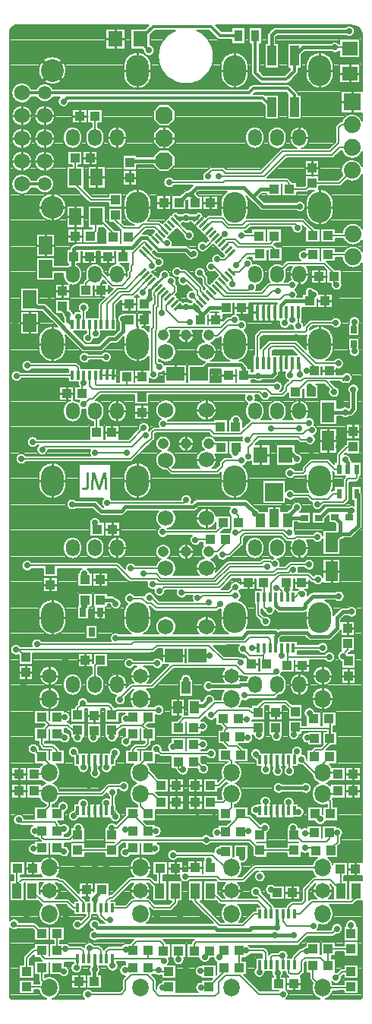
<source format=gtl>
G04 DipTrace 3.3.0.0*
G04 uTidesII.GTL*
%MOIN*%
G04 #@! TF.FileFunction,Copper,L1,Top*
G04 #@! TF.Part,Single*
%AMOUTLINE0*
4,1,4,
-0.017455,0.010385,
-0.010385,0.017455,
0.017455,-0.010385,
0.010385,-0.017455,
-0.017455,0.010385,
0*%
%AMOUTLINE3*
4,1,4,
-0.017455,-0.010385,
0.010385,0.017455,
0.017455,0.010385,
-0.010385,-0.017455,
-0.017455,-0.010385,
0*%
%AMOUTLINE6*
4,1,8,
0.038,0.01574,
0.01574,0.038,
-0.01574,0.038,
-0.038,0.01574,
-0.038,-0.01574,
-0.01574,-0.038,
0.01574,-0.038,
0.038,-0.01574,
0.038,0.01574,
0*%
%ADD12C,0.001*%
G04 #@! TA.AperFunction,CopperBalancing*
%ADD14C,0.015*%
G04 #@! TA.AperFunction,Conductor*
%ADD15C,0.014*%
G04 #@! TA.AperFunction,CopperBalancing*
%ADD16C,0.01*%
G04 #@! TA.AperFunction,Conductor*
%ADD17C,0.01378*%
%ADD18C,0.0065*%
%ADD19C,0.014961*%
G04 #@! TA.AperFunction,CopperBalancing*
%ADD20C,0.007*%
%ADD22R,0.043307X0.03937*%
%ADD23R,0.03937X0.043307*%
%ADD25R,0.059055X0.07874*%
%ADD26R,0.062992X0.070866*%
%ADD27R,0.070866X0.062992*%
%ADD28R,0.055118X0.086614*%
%ADD29R,0.07874X0.059055*%
%ADD30R,0.03937X0.055118*%
%ADD31R,0.03937X0.086614*%
%ADD36R,0.01378X0.03937*%
%ADD39R,0.014X0.056*%
%ADD41R,0.03937X0.059055*%
%ADD42R,0.03937X0.07874*%
%ADD43R,0.07874X0.07874*%
%ADD45R,0.027559X0.03937*%
G04 #@! TA.AperFunction,ComponentPad*
%ADD47O,0.070866X0.07874*%
%ADD48C,0.065*%
%ADD49C,0.068367*%
%ADD50C,0.059055*%
%ADD51R,0.074X0.074*%
%ADD52C,0.074*%
%ADD53R,0.035433X0.049213*%
%ADD55R,0.033465X0.027559*%
%ADD56R,0.027559X0.033465*%
G04 #@! TA.AperFunction,ComponentPad*
%ADD57C,0.047559*%
%ADD58R,0.04X0.07*%
%ADD60R,0.055118X0.074803*%
G04 #@! TA.AperFunction,ComponentPad*
%ADD61O,0.06X0.075*%
%ADD62O,0.1X0.135*%
%ADD63C,0.1*%
%ADD64O,0.1X0.137795*%
%ADD65C,0.069*%
%ADD67R,0.023622X0.043307*%
G04 #@! TA.AperFunction,ViaPad*
%ADD68C,0.027559*%
%ADD149OUTLINE0*%
%ADD152OUTLINE3*%
G04 #@! TA.AperFunction,ComponentPad*
%ADD155OUTLINE6*%
%FSLAX26Y26*%
G04*
G70*
G90*
G75*
G01*
G04 Top*
%LPD*%
X1724438Y3470274D2*
D14*
X1617228D1*
X1597334Y3450380D1*
D15*
Y3419559D1*
X1144337Y3833771D2*
D14*
X1183213D1*
X1227854D1*
X1205500Y3937398D2*
X1221087Y3921809D1*
Y3900908D1*
X1205500Y3937398D2*
X1186409D1*
X1150587Y3901576D1*
X1046901Y3541464D2*
D16*
X1022349Y3516912D1*
D14*
Y3481322D1*
Y3478688D1*
X999203Y3455543D1*
X905372Y3391250D2*
X924992D1*
X932580Y3383662D1*
Y3386904D1*
X1087707Y3582270D2*
D3*
D16*
X1046901Y3541464D1*
X905372Y3391250D2*
D14*
Y3335724D1*
X871809Y3302161D1*
X843897D1*
X806681Y3264944D1*
X733283D1*
X554955Y3443272D1*
X528255D1*
X496169Y3475359D1*
X1205500Y3937398D2*
Y3944087D1*
X1228871Y3967459D1*
X1435265D1*
X1476182Y3926542D1*
X1518271Y3884452D1*
X1681524D1*
X1740363Y3498047D2*
X1724438Y3513972D1*
Y3470274D1*
X1568593Y3959375D2*
X1509015D1*
X1476182Y3926542D1*
X1085787Y4085077D2*
X942555D1*
X934223Y4076745D1*
X1509150Y2506944D2*
Y2510350D1*
X1483524Y2535976D1*
X681524Y3366465D2*
D17*
X662685Y3385305D1*
D14*
Y3410333D1*
X781524Y1456024D2*
D17*
Y1428839D1*
D14*
Y1400372D1*
X783452Y1398444D1*
X775196Y1553240D2*
Y1579729D1*
X779447Y1583980D1*
X1581524Y1456024D2*
D17*
Y1428839D1*
D14*
Y1410506D1*
X1583843Y1408187D1*
X1579960Y1560350D2*
Y1591409D1*
X1575484Y1595885D1*
X683524Y3586524D2*
Y3658510D1*
X690059Y3665044D1*
X1032981Y3722417D2*
D16*
X1009513Y3745885D1*
D14*
X986729D1*
X945313Y3704469D1*
X908578D1*
X698031D1*
X690059Y3696497D1*
Y3665044D1*
X1144337Y3444028D2*
X1182026D1*
X1220066D1*
X1227854D1*
X1483524Y2535976D2*
Y2538862D1*
X1440862Y2581524D1*
X1231759D1*
X1215942Y2565707D1*
X916782D1*
X897644Y2546569D1*
X810010D1*
X779667Y2576912D1*
X681080D1*
X1213996Y3677427D2*
X1206288Y3669720D1*
X1181419Y3694590D1*
X1060808D1*
D16*
X1032981Y3722417D1*
X565372Y3610220D2*
D14*
X659829D1*
X683524Y3586524D1*
X1571333Y3195559D2*
D15*
Y3153598D1*
D14*
X1559042Y3141307D1*
X1499675D1*
X1437346D1*
X1435853Y3142800D1*
Y3173761D1*
X1420707Y3188906D1*
X1276720D1*
X1238230Y3150417D1*
X640110Y3445608D2*
Y3432908D1*
X662685Y3410333D1*
X904603Y3663839D2*
Y3700494D1*
X908578Y3704469D1*
X1220066Y3444028D2*
Y3440994D1*
X1245417Y3415644D1*
Y3388355D1*
X1357467Y3439594D2*
X1283790D1*
X1245417Y3401221D1*
Y3388355D1*
X1230733Y1913723D2*
X1284095D1*
Y1718778D2*
X1259165Y1693847D1*
X1218926D1*
Y1686115D1*
X1483524Y1786524D2*
X1422971D1*
X1415471Y1779024D1*
X1280376D1*
X1504753Y1232024D2*
D18*
Y1236007D1*
X1488484D1*
X1453643Y1142493D2*
X1424052D1*
X1420401Y1138842D1*
X1428397Y1027870D2*
X1423241D1*
Y1054377D1*
X1088660Y3499706D2*
Y3498605D1*
X1075748Y3485692D1*
Y3416393D1*
X1020830Y2168170D2*
X1030350D1*
X1059292Y2139228D1*
X1272115D1*
Y2146383D1*
X1280922D1*
X1412772Y1636753D2*
Y1633536D1*
X1447952D1*
X1450805Y1552879D2*
X1424488D1*
X1420045Y1557321D1*
X1489055Y1481548D2*
Y1471723D1*
X1504753Y1456024D1*
X1102578Y3485786D2*
X1105045D1*
X1130649Y3511389D1*
Y3531738D1*
X1115437Y3546951D1*
Y3556413D1*
X935850Y2164317D2*
X989996D1*
X1010375Y2143938D1*
X1029982D1*
X1051893Y2122027D1*
X1313748D1*
X1332333Y2140612D1*
X614989Y1644024D2*
X649389D1*
Y1553994D2*
X634359Y1569024D1*
X614989D1*
X688923Y1491320D2*
X704753Y1475490D1*
Y1456024D1*
X1255692Y3471867D2*
X1230409Y3497150D1*
Y3513965D1*
X1184660Y3559715D1*
X1169539D1*
X1005090Y2879175D2*
X999481Y2884784D1*
X945158Y2830463D1*
X562501D1*
X550253Y2818215D1*
X614989Y1144024D2*
X637797D1*
X646543Y1152770D1*
X688181Y1209916D2*
Y1217434D1*
X702771Y1232024D1*
X704753D1*
X646543Y1053947D2*
X631465Y1069024D1*
X614989D1*
X1269612Y3485786D2*
Y3490072D1*
X1245119Y3514565D1*
Y3526535D1*
X1175154Y3596500D1*
X1143093D1*
X996545Y2914204D2*
X933597Y2851255D1*
X509059D1*
X447566Y1193708D2*
X459262Y1182013D1*
X604427D1*
X614989Y1171451D1*
Y1144024D1*
X1658296Y1456024D2*
Y1481766D1*
X1669450Y1492919D1*
X1713902Y1553396D2*
X1742496D1*
X1746328Y1549564D1*
X1723670Y1661602D2*
X1728368Y1666300D1*
Y1635644D1*
X1742521D1*
X1060821Y3527544D2*
Y3523330D1*
X1042849Y3505358D1*
Y3495123D1*
X1045887Y3492085D1*
Y3456087D1*
X1039120Y3449321D1*
Y3355005D1*
X1031055Y3346939D1*
Y3148171D1*
X1038706D1*
X1034845Y2226278D2*
X1318305D1*
X1371301Y2279274D1*
X1566544D1*
X1580272Y2293002D1*
X1621854D1*
X1641862Y2313010D1*
X1721544D1*
X858296Y1456024D2*
X859244D1*
X869960Y1466741D1*
Y1487569D1*
X918574Y1635389D2*
X939425D1*
X948060Y1644024D1*
Y1569024D2*
Y1565669D1*
X918574Y1536183D1*
X1241772Y3457947D2*
X1206796Y3492923D1*
X1055960Y1879801D2*
X932968D1*
X1750557Y1056538D2*
Y1069458D1*
X1703480D1*
Y1135255D2*
X1743427D1*
X1744704Y1136532D1*
X1675905Y1227779D2*
X1670860Y1232824D1*
X1658296D1*
X1074740Y3513626D2*
X1074725D1*
X1059149Y3498049D1*
Y3445877D1*
X1052279Y3439007D1*
Y3346061D1*
X1047300Y3341082D1*
Y3197057D1*
X1065594Y3178763D1*
X1065077Y2197400D2*
X1070754D1*
X1086645Y2213291D1*
X1326849D1*
X1379072Y2265514D1*
X1571531D1*
X1584641Y2278624D1*
X1631354D1*
X1641507Y2288778D1*
X1651435D1*
X948060Y1069024D2*
X934788D1*
X916517Y1050753D1*
Y1150822D2*
X941262D1*
X948060Y1144024D1*
X858296Y1232824D2*
X861221D1*
X870502Y1223543D1*
Y1207566D1*
X1116498Y3471867D2*
Y3468925D1*
X1096673Y3449099D1*
Y3431447D1*
X1149972Y3378148D1*
X1197145D1*
X1183169Y2596463D2*
X1170536Y2583830D1*
X835534D1*
X859126Y1314661D2*
X858469D1*
Y1232997D1*
X858296Y1232824D1*
X706524Y1652489D2*
Y1683597D1*
X717607Y1694679D1*
X841144D1*
X856524Y1679299D1*
Y1652489D1*
X706524Y1060560D2*
X856524D1*
X1498769Y1663085D2*
Y1681607D1*
X1524889Y1707728D1*
X1619637D1*
X1660956Y1666409D1*
X1506524Y1060560D2*
X1656524D1*
X729841Y2103639D2*
X737993D1*
Y2127780D1*
X736069Y2129704D1*
Y2273589D2*
X731227Y2278431D1*
Y2246473D1*
X738507D1*
X736069Y2129704D2*
X744007D1*
Y2153721D1*
X739648Y2158081D1*
X856524Y1060560D2*
Y1063391D1*
X898038Y1104904D1*
X1270494D1*
X1462181D1*
X1506524Y1060560D1*
X1291829Y1652745D2*
X1292961D1*
Y1657653D1*
X1299018Y1651597D1*
X1322374Y1674952D1*
X1459291D1*
X1471158Y1663085D1*
X1498769D1*
X1291829Y1483245D2*
X1072757D1*
X1052961Y1503040D1*
X1061660Y1674782D2*
X878817D1*
X856524Y1652489D1*
X717607Y1694679D2*
X728207Y1705279D1*
X1289989Y1269024D2*
X1343524D1*
X1381524Y1307024D1*
Y1246253D1*
X1354296Y1219024D1*
X1906393Y693358D2*
Y731493D1*
X1839922Y3374173D2*
X1731523D1*
X1712022Y3354671D1*
Y3340036D1*
X1704422Y3332438D1*
X1512402D1*
X1494334Y3314370D1*
Y3195559D1*
X1520333D2*
Y3252339D1*
X1551391Y3283397D1*
X1662545D1*
X1750339Y3195603D1*
X1850392D1*
X1844208Y715324D2*
X1824489Y695605D1*
X1710481D1*
X1670744Y655867D1*
X1225712D1*
X1217114Y647269D1*
Y618479D1*
X1648333Y3195559D2*
X1645730D1*
Y3162388D1*
X1639195Y3155853D1*
Y3144414D1*
X1636523Y2453334D2*
X1622182D1*
X1611097Y2464419D1*
X1427468D1*
X1416383Y2453334D1*
X1399236D1*
Y2215108D2*
X1395422Y2218922D1*
Y2213301D1*
X1371832Y2189711D1*
X1162774D1*
X1149488Y580484D2*
X1148956Y581015D1*
Y618479D1*
X1674333Y3195559D2*
X1682321D1*
Y3148556D1*
X1722875Y2935048D2*
X1471568D1*
X1422358Y2885838D1*
X1305497D1*
X1287459Y2903876D1*
X1043229D1*
X1032123Y2892770D1*
Y2868421D1*
X1012472Y2848770D1*
X1009258D1*
X937496Y2777007D1*
X457972D1*
X426442Y734784D2*
X432981Y728245D1*
X513839D1*
X548060Y694024D1*
X1622333Y3419559D2*
Y3365727D1*
X1615396Y3372662D1*
X1584913Y3514605D2*
X1562448D1*
X1538355Y3490511D1*
X1348402D1*
X1311370Y3527544D1*
X1648333Y3419559D2*
Y3385469D1*
X1647061Y3498557D2*
X1616192D1*
X1593657Y3476022D1*
X1307215D1*
X1283531Y3499706D1*
X1674333Y3419559D2*
X1675145D1*
Y3359675D1*
X1647228Y3538686D2*
X1549765D1*
X1515572Y3504493D1*
X1362261D1*
X1325290Y3541464D1*
X1289989Y1344024D2*
X1325325D1*
X1381524Y1400224D1*
Y1450587D1*
X1354224Y1477888D1*
X1233174Y2166043D2*
X1243682D1*
X1253688Y2176049D1*
X1399791D1*
X1341801Y2356053D2*
X1370148D1*
X1421824Y2407729D1*
Y2435022D1*
X1438212Y2451410D1*
X1603608D1*
X1627329Y2427690D1*
X1657339D1*
X1663927Y2434278D1*
X1758993D1*
Y2576981D2*
X1770206D1*
X1780849Y2587624D1*
X1871909D1*
X1884469Y2600185D1*
Y2681272D1*
X1892547Y2689350D1*
X1925742D1*
X1930745Y2694353D1*
Y2731190D1*
X1538964Y2302426D2*
X1373607D1*
X1310103Y2238922D1*
X1066526D1*
X1056052Y2249396D1*
X938098D1*
X903671Y2283822D1*
Y2284555D1*
X879518Y2308708D1*
X572347D1*
X484363D1*
Y3185825D2*
X696829D1*
X707115Y3175539D1*
Y3144024D1*
X586719Y2291623D2*
Y2294337D1*
X572347Y2308708D1*
X1032981Y3555383D2*
X991280Y3513682D1*
Y3505788D1*
X922522Y2802632D2*
X782830D1*
X782468Y2495897D2*
Y2478149D1*
X792254Y2468363D1*
X809477Y3144024D2*
X835068D1*
X860658D1*
X1046901Y3736335D2*
Y3736540D1*
X1023716Y3759725D1*
Y3770476D1*
X1241772Y3819853D2*
X1242946D1*
X1288017Y3864923D1*
Y3900908D1*
X1283531Y3778094D2*
Y3776116D1*
X1250431Y3743017D1*
X1226215D1*
Y3768849D1*
X1214116Y3780947D1*
Y3792196D1*
X1241772Y3819853D1*
X1130418Y3457947D2*
X1131456D1*
X1161001Y3487492D1*
Y3532425D1*
X1139410Y3554015D1*
Y3565977D1*
X1119278Y3586110D1*
Y3610326D1*
X1143707Y3634755D1*
X1166727D1*
X1468982Y1876649D2*
Y1883574D1*
X1435788Y1916769D1*
X1389658D1*
X1369024Y1937402D1*
X1367048Y3583223D2*
Y3581002D1*
X1385631Y3562419D1*
Y3543002D1*
X1397973Y2803014D2*
X1422392Y2827434D1*
X1401746D1*
X1399944Y2918267D2*
Y2945820D1*
X1400664Y2946539D1*
X1450944Y3633266D2*
X1414820Y3597141D1*
X1380967D1*
X1311370Y3750255D2*
Y3749577D1*
X1270177Y3708384D1*
X1254021D1*
X1223371Y2421683D2*
X1226220Y2424532D1*
X1287464D1*
X1411519Y2497968D2*
Y2527359D1*
X1393547Y2545332D1*
X1353024Y3764070D2*
X1325290Y3736335D1*
X1569115Y3755215D2*
Y3738913D1*
X1551330Y3721128D1*
X1417040D1*
X1399276Y3738892D1*
X1355685D1*
X1339209Y3722417D1*
X1572783Y3675427D2*
Y3693404D1*
X1558351Y3707835D1*
X1407202D1*
X1389561Y3725476D1*
X1370107D1*
X1353128Y3708497D1*
X991224Y3597141D2*
X990112D1*
X917174Y3524203D1*
X881540D1*
X809477Y3452140D1*
Y3366465D1*
X1005143Y3583223D2*
X931884Y3509964D1*
X887494D1*
X835068Y3457538D1*
Y3366465D1*
X860658D2*
Y3455555D1*
X902229Y3497126D1*
X946885D1*
X1019063Y3569303D1*
X1005143Y3694577D2*
Y3693711D1*
X1043337Y3655517D1*
X1046750D1*
X1062140Y3640127D1*
X830530Y3223460D2*
X738959D1*
X736461Y3220963D1*
X731467Y3110246D2*
Y3142786D1*
X732706Y3144024D1*
X724572Y3064282D2*
Y3103351D1*
X731467Y3110246D1*
X1411783Y4633830D2*
D19*
X1331709D1*
X1290866Y4674675D1*
X1037175D1*
X981524Y4619024D1*
X969024D1*
X1019024Y4569024D1*
X1781524Y982017D2*
D18*
X1484000D1*
X1432388Y930405D1*
X1331661D1*
X1318342Y943724D1*
X1177656D1*
X1169024Y1412774D2*
X1161164Y1404914D1*
X1148060Y1418018D1*
Y1447729D1*
Y1522729D2*
Y1507179D1*
X1129413D1*
X1124242Y1512350D1*
Y1038372D2*
X1297838D1*
X1354194Y982017D1*
X1381524D1*
X1632706Y1456024D2*
X1635123D1*
Y1408094D1*
X1655608Y1566952D2*
X1660956Y1572300D1*
Y1599480D1*
Y1594371D1*
X1813257D1*
Y1549564D1*
X1809450Y1635644D2*
X1813608D1*
Y1549916D1*
X1813257Y1549564D1*
X1745220Y1469024D2*
Y1495291D1*
X1749569Y1499640D1*
X1779248D1*
X1829171Y1549564D1*
X1813257D1*
X1088660Y3778094D2*
Y3779435D1*
X1060245Y3807850D1*
X992967D1*
X974627Y3789510D1*
X906982D1*
X872477Y3824015D1*
Y3845833D1*
X1074740Y3764174D2*
Y3765345D1*
X1045952Y3794132D1*
X1001657D1*
X947699Y3740174D1*
X927771D1*
X928276Y3740679D1*
Y3750498D1*
X1344590Y2497968D2*
Y2483555D1*
X1316628Y2455593D1*
X1079227D1*
X1333015Y2918267D2*
Y2930254D1*
X1083152D1*
X1281524Y2844024D2*
X1318227D1*
X1334817Y2827434D1*
X1081524Y3319024D2*
Y3333435D1*
X1101931Y3353842D1*
X1334635D1*
X1367619Y3386826D1*
X1395518D1*
X1400772Y3627460D2*
X1448741Y3675427D1*
X1505854D1*
X1281524Y2369024D2*
X1318725D1*
X1353143Y2403442D1*
X1354393Y2402191D1*
Y2424532D1*
X1281524Y3319024D2*
Y3317685D1*
X1319304D1*
X1365237Y3363618D1*
X1425631D1*
Y3755940D2*
X1501460D1*
X1502186Y3755215D1*
X1148060Y1597729D2*
Y1593157D1*
X1150565D1*
Y1617087D1*
X1172274Y1638796D1*
X1239077D1*
X1307762Y1707481D1*
X1367141D1*
Y1739615D1*
X1381524Y1725232D1*
X548060Y1069024D2*
X516795D1*
X513220Y1065450D1*
X518389Y1145051D2*
X547034D1*
X548060Y1144024D1*
X641409Y1251013D2*
X614989Y1224593D1*
Y1219024D1*
X730343Y1232024D2*
Y1263384D1*
X707779Y1156187D2*
X706524D1*
Y1127489D1*
X692648D1*
X671065Y1105906D1*
X556889D1*
X548060Y1114736D1*
Y1144024D1*
X872477Y3912762D2*
X765375D1*
X695389Y3982748D1*
Y4012232D1*
Y4095354D1*
X693904Y4096839D1*
X1014989Y1144024D2*
X1020356D1*
X1049385D1*
X1045540Y1068035D2*
X1044551Y1069024D1*
X1014989D1*
X832706Y1232024D2*
Y1266272D1*
X856524Y1157150D2*
Y1127489D1*
X1020356Y1144024D2*
X958521Y1205860D1*
X967320Y1214660D1*
X948060Y1233919D1*
Y1219024D1*
X856524Y1157150D2*
X878812D1*
X940686Y1219024D1*
X948060D1*
X1498769Y1596156D2*
X1362427D1*
X1360346Y1594074D1*
X1353116Y1586845D1*
Y1557321D1*
X1530343Y1456024D2*
Y1415320D1*
X1532227Y1413437D1*
X1503229Y1566384D2*
X1498769Y1570845D1*
Y1596156D1*
X1360346Y1594074D2*
Y1597687D1*
X1345843Y1612190D1*
Y1636753D1*
X1421153Y1477888D2*
Y1498862D1*
X1403542Y1516473D1*
X1369367D1*
X1353116Y1532724D1*
Y1557321D1*
X1804918Y3674145D2*
X1903148D1*
X1914419Y3662874D1*
X1632706Y1232024D2*
Y1268913D1*
X1651095Y1155931D2*
X1656524Y1150502D1*
Y1127489D1*
X1660930D1*
X1690379Y1098040D1*
X1798926D1*
X1811633Y1110748D1*
Y1136532D1*
X1845720D1*
X1848884Y1133368D1*
Y1095072D1*
X1829875Y1076063D1*
X1797961D1*
X1817486Y1056538D1*
X1770351Y1195937D2*
X1766506Y1192093D1*
X1748060Y1210539D1*
Y1219024D1*
X861347Y3750498D2*
Y3767534D1*
X789877Y3839003D1*
Y3859572D1*
X783565Y3865884D1*
Y3777353D1*
X761490Y3755276D1*
X730343Y1456024D2*
Y1423167D1*
X706524Y1554115D2*
Y1585560D1*
X684447D1*
X661486Y1608521D1*
X583564D1*
X582522Y1609563D1*
X548060Y1644024D1*
X614989Y1469024D2*
Y1496489D1*
X596673Y1514805D1*
X558610D1*
X548060Y1525355D1*
Y1569024D1*
Y1575101D1*
X582522Y1609563D1*
X1356312Y1054377D2*
X1327766D1*
X1319251Y1135772D2*
X1345326D1*
X1350402D1*
X1353472Y1138842D1*
X1345326Y1135772D2*
X1403147Y1193593D1*
Y1195450D1*
X1421225Y1213528D1*
Y1219024D1*
X1506524Y1127489D2*
Y1138000D1*
X1527042Y1158517D1*
X1530143Y1273783D2*
Y1232225D1*
X1530343Y1232024D1*
X1527042Y1158517D2*
X1504943D1*
X1459522Y1203938D1*
X1403147D1*
Y1195450D1*
X1763754Y2517898D2*
D14*
X1769375D1*
X1804902Y2553426D1*
X1897509D1*
Y2520064D1*
Y2549333D1*
X1907745D1*
X1835322Y4582074D2*
X1693929D1*
X1657845Y4545990D1*
D19*
Y4477395D1*
X1622782Y4442332D1*
X1515825D1*
X1486586Y4471570D1*
Y4633830D1*
X1835322Y4582074D2*
D18*
X1896363D1*
X1900400Y4578038D1*
X832706Y1456024D2*
Y1422526D1*
X856524Y1556682D2*
Y1585560D1*
X875356D1*
X897847Y1608051D1*
X990022D1*
X1025996Y1644024D1*
X1014989D1*
X990022Y1608051D2*
X1014989Y1583084D1*
Y1569024D1*
X948060Y1469024D2*
Y1499514D1*
X962447Y1513901D1*
X1000980D1*
X1014989Y1527910D1*
Y1569024D1*
X1700762Y2517898D2*
D14*
X1638136D1*
X1627182Y2506944D1*
Y2522843D1*
X1668145Y2563807D1*
Y2777598D2*
X1633129Y2812614D1*
Y2793736D1*
X1619717D1*
X1607115Y781024D2*
D18*
Y745959D1*
X1625371Y727703D1*
X1740816D1*
X1711161Y615788D2*
X1722721Y627349D1*
X1739736D1*
X1711161Y615788D2*
X1687859D1*
X1658296Y586225D1*
Y557824D1*
X1839998Y498837D2*
X1868650Y527489D1*
X1906524D1*
X1060822Y533122D2*
X1066455Y527489D1*
X1106524D1*
X1060822Y533122D2*
X1025892D1*
X1014989Y544024D1*
X1804913Y3756405D2*
X1907951D1*
X1914419Y3762874D1*
X1739736Y552349D2*
Y497813D1*
X1781524Y456024D1*
X1901989D1*
X1906524Y460560D1*
X832706Y582024D2*
Y614623D1*
X843211Y625128D1*
X917191D1*
X941956D1*
X948060Y619024D1*
Y644173D1*
X964164Y660276D1*
X1068059D1*
X1082027Y646308D1*
Y618479D1*
X913509Y532605D2*
X924929Y544024D1*
X948060D1*
X1657845Y4321187D2*
D17*
Y4372284D1*
X1628097Y4402034D1*
X1477080D1*
X1457993Y4382946D1*
X561156D1*
X461156D1*
X481524Y460560D2*
D18*
X576989D1*
X581524Y456024D1*
X548060Y544024D2*
Y489489D1*
X581524Y456024D1*
X730343Y582024D2*
Y616009D1*
X719157Y627195D1*
X651891D1*
X623160D1*
X614989Y619024D1*
Y694024D2*
Y619024D1*
X645759Y527435D2*
X629170Y544024D1*
X614989D1*
X1530343Y557024D2*
Y611143D1*
X1522461Y619024D1*
X1445824D1*
X1414989D1*
Y544024D2*
Y619024D1*
X1263489Y590937D2*
X1284043Y611490D1*
Y618479D1*
X1806665Y552349D2*
Y627349D1*
X1905473D1*
X1906393Y626429D1*
X1806665Y552349D2*
Y554801D1*
X1773028Y588438D1*
X1704666D1*
X1688619Y572391D1*
Y529061D1*
X1675460Y515902D1*
X1641119D1*
X1632706Y524316D1*
Y557024D1*
X1246829Y456801D2*
X1250587Y460560D1*
X1281524D1*
Y461594D1*
X1363955Y544024D1*
X1348060D1*
X461156Y3982946D2*
D17*
X561156D1*
X643834Y4345093D2*
X658017Y4359275D1*
X1519757D1*
X1557845Y4321187D1*
X1860524Y881524D2*
D18*
Y883933D1*
X1815691Y928766D1*
X1746427D1*
X1706110Y888448D1*
Y837276D1*
X1692670Y823837D1*
X1649769D1*
X1632706Y806774D1*
Y781024D1*
X1860524Y881524D2*
Y975730D1*
X1858776Y977479D1*
X1658296Y781024D2*
X1681388D1*
X1734022Y833658D1*
X1908730D1*
X1933542Y858469D1*
Y881524D1*
X1927524D1*
X1555934Y781024D2*
Y809979D1*
X1489397Y876515D1*
X1503494Y525030D2*
Y555766D1*
X1504753Y557024D1*
X1348060Y619024D2*
Y610686D1*
X1326982Y589608D1*
X1246206Y529026D2*
X1279988D1*
X1281524Y527489D1*
X1282507Y1012061D2*
X1283366Y1012919D1*
Y992872D1*
X1279267D1*
X1289998Y982141D1*
X1288464D1*
X1530343Y781024D2*
Y805011D1*
X1499460Y835895D1*
X1335654D1*
X1290024Y881524D1*
X1504753Y781024D2*
X1483367D1*
X1433164Y730821D1*
X1329342D1*
X1223024Y837139D1*
Y881524D1*
X807115Y806024D2*
Y774423D1*
X829255Y752283D1*
X849414D1*
X859234Y552246D2*
X858296Y553185D1*
Y582824D1*
X1014989Y619024D2*
Y584464D1*
X1013349Y582824D1*
X858296D1*
X1013349D2*
X1012585Y582060D1*
X1075461D1*
X1084082Y573439D1*
X1076846Y455587D2*
X1081818Y460560D1*
X1106524D1*
X1066774Y881524D2*
Y979900D1*
X1068056Y981182D1*
X1066774Y881524D2*
Y885524D1*
X1023375Y928923D1*
X937102D1*
X859910Y851732D1*
X847044D1*
X832706Y837393D1*
Y806024D1*
X858296D2*
X919395D1*
X949209Y835839D1*
X1013536D1*
X1040780Y808595D1*
X1113430D1*
X1133774Y828939D1*
Y881524D1*
X481524Y527489D2*
Y587015D1*
X513534Y619024D1*
X548060D1*
X704753Y582024D2*
X561708D1*
X548060Y595673D1*
Y619024D1*
X704753Y582024D2*
Y547662D1*
X700549Y543459D1*
X706236Y732641D2*
X721225D1*
X755934Y767350D1*
Y806024D1*
X439524Y881524D2*
Y978241D1*
X442448Y981165D1*
X730343Y806024D2*
Y830700D1*
X638174Y922870D1*
X627578D1*
X619254Y931194D1*
X460330D1*
X439524Y910388D1*
Y881524D1*
X704753Y806024D2*
X687666D1*
X660877Y832813D1*
X555236D1*
X506524Y881524D1*
X1530971Y2064328D2*
X1532679Y2066036D1*
X1526870D1*
X1498847Y2094059D1*
Y2127750D1*
X1499497Y2128400D1*
Y2171200D1*
X1547696Y2114524D2*
X1552196Y2119024D1*
X1531524D1*
X1525087Y2125461D1*
Y2171200D1*
Y2229089D1*
X1520755Y2233421D1*
X1918679Y3343738D2*
D14*
Y3375835D1*
X1921123Y3378279D1*
X1898954Y4653438D2*
X1575418D1*
X1557845Y4635864D1*
Y4545990D1*
X1810996Y1907653D2*
D18*
X1631780D1*
X1627450Y1911984D1*
Y1947200D1*
Y1911984D2*
Y1873589D1*
X1625574Y1871713D1*
X1525087Y1947200D2*
Y1922568D1*
X1520528Y1918009D1*
X1516212Y1913692D1*
X1461223D1*
X1432342Y1942574D1*
X1454597Y2788106D2*
Y2828469D1*
X1498322Y2872195D1*
X1676244D1*
X1686674Y2861765D1*
X1726358D1*
X1520528Y1918009D2*
Y1892032D1*
X1535912Y1876649D1*
X1554545Y2910652D2*
X1677072D1*
X1692089Y2182744D2*
X1682410Y2192421D1*
X1661190Y2171200D1*
X1653040D1*
X1499497Y1947200D2*
X1471354D1*
X1451183Y2861900D2*
X1455276D1*
X1479217Y2885841D1*
X1695925D1*
X1712448Y2902364D1*
X1734628D1*
X1653040Y1948000D2*
X1782093D1*
X1627450Y2171200D2*
Y2204069D1*
Y2230112D1*
X1622501Y2235061D1*
X1625745Y2204069D2*
X1627450D1*
X1855942Y2731190D2*
X1834505D1*
X1801968Y2763727D1*
X1732587D1*
X1705053Y2736192D1*
Y2722354D1*
X1696311Y2713611D1*
X1640671D1*
X1639259Y2715023D1*
X1855942Y2731190D2*
Y2793720D1*
X1891692Y2829471D1*
X1915612D1*
X1638661Y2618821D2*
X1639788Y2617694D1*
X1719484D1*
X1736024Y2601153D1*
X1804818D1*
X1828556Y2624891D1*
X1855942D1*
X1214989Y1447729D2*
X1226854D1*
X1257674Y1416909D1*
X1253545Y1524234D2*
X1216494D1*
X1214989Y1522729D1*
X1253545Y1602664D2*
X1248611Y1597729D1*
X1214989D1*
X1181463Y1807996D2*
X1179965D1*
Y1774288D1*
X1181524Y1772729D1*
X1297451Y3513626D2*
X1265288Y3545788D1*
Y3571065D1*
X1242733Y3593620D1*
X1910627Y4042557D2*
X1854580Y3986510D1*
X1735557D1*
X1735018Y3987049D1*
X1635522Y3959375D2*
X1707343D1*
X1735018Y3987049D1*
X1635522Y3959375D2*
Y3984955D1*
X1624162Y3996314D1*
X1352322D1*
X1346269Y3990261D1*
X1107728D1*
X1097467Y3722140D2*
X1090988Y3728619D1*
X1082458D1*
X1060821Y3750255D1*
X1737984Y3756405D2*
Y3776126D1*
X1693985Y3820124D1*
X1445515D1*
X1429595Y3804204D1*
X1369671D1*
X1340721Y3833154D1*
X1282914D1*
X1255692Y3805933D1*
X1831461Y3577850D2*
Y3591757D1*
X1789733Y3633485D1*
X1628761D1*
X1581524Y3586249D1*
X1831461Y3577850D2*
Y3551425D1*
X1842482Y3540404D1*
X1887774Y3131524D2*
X1875275D1*
X1871199Y3127450D1*
Y3121199D1*
X1881524Y3131524D1*
X1699370D1*
X1689259Y3121413D1*
X1650955D1*
X1623038Y3093496D1*
Y3078085D1*
X1605881Y3060929D1*
X1559219D1*
X1535879Y3084269D1*
X772253D1*
X758296Y3098225D1*
Y3144024D1*
X514989Y1394024D2*
X575325D1*
X581524Y1400224D1*
Y1435560D1*
X548060Y1469024D1*
X1550678Y1947200D2*
Y1984502D1*
X1540158Y1995022D1*
X1462719D1*
X1440443Y1972746D1*
X950360D1*
X941850Y1964236D1*
X527328D1*
X511917Y1504325D2*
X525410D1*
Y1491674D1*
X548060Y1469024D1*
X742712Y3517640D2*
Y3547437D1*
X781524Y3586249D1*
X1019063Y3708497D2*
X1018215D1*
X1000339Y3726372D1*
X994408D1*
X948089Y3680053D1*
Y3630627D1*
X941028Y3623566D1*
Y3601156D1*
X935661Y3595788D1*
Y3572876D1*
X901225Y3538440D1*
X859805D1*
X811997Y3586249D1*
X781524D1*
X1529034Y3057313D2*
X1518514D1*
X1504868Y3070959D1*
X971918D1*
X801811D1*
X772846Y3041994D1*
X757166D1*
X732148Y3016976D1*
X707507Y3401359D2*
Y3366858D1*
X707115Y3366465D1*
X986843Y3048459D2*
Y3056035D1*
X971918Y3070959D1*
X514989Y1319024D2*
X569524D1*
X581524Y1307024D1*
Y1252489D1*
X548060Y1219024D1*
X581524Y1307024D2*
X810713D1*
X843236Y1339547D1*
X908433D1*
X891569Y1720967D2*
Y1726607D1*
X944753Y1779791D1*
X1031782D1*
X1121535Y1869544D1*
X1401463D1*
X1436918Y1834089D1*
X1567248D1*
X1577992Y1844832D1*
X1600875Y1913404D2*
X1604677D1*
Y1944383D1*
X1601859Y1947200D1*
X732706Y3366465D2*
Y3441003D1*
X781524Y4186249D2*
Y4278463D1*
X782354Y4279292D1*
X1581524Y1786249D2*
X1578440D1*
Y1799822D1*
X1585837Y1792426D1*
Y1754834D1*
X1569775Y1738772D1*
X1439574D1*
X1423098Y1884290D2*
X1410170Y1897217D1*
X1344183D1*
X1282783Y1958618D1*
X1054017D1*
X1034746Y1939347D1*
X445652D1*
X434800D1*
X437490Y3140719D2*
X440796Y3144024D1*
X681524D1*
X445652Y1939347D2*
X478696Y1906303D1*
X1781524Y1400224D2*
X1841860D1*
X1848060Y1394024D1*
X1781524Y1400224D2*
Y1438400D1*
X1812149Y1469024D1*
X1781524Y1400224D2*
X1745937D1*
X1688380Y1457780D1*
X1760536Y2246996D2*
X1737278D1*
X1718614Y2265660D1*
X1591251D1*
X1555565Y2229973D1*
Y2171200D1*
X1550678D1*
X781524Y1786249D2*
Y1869024D1*
X806524Y1894024D1*
X783717Y3326964D2*
Y3366296D1*
X783887Y3366465D1*
X1581524Y3095073D2*
X1584161Y3097709D1*
Y3101036D1*
X921265D1*
X788026D1*
X783887Y3105175D1*
Y3144024D1*
X921265Y3138001D2*
Y3101036D1*
X981524Y1400224D2*
X1016860D1*
X1073060Y1344024D1*
X981524Y1400224D2*
Y1435560D1*
X1014989Y1469024D1*
X1601859Y2171200D2*
Y2196965D1*
X1586864Y2211960D1*
X1578988D1*
X1571786Y2315598D2*
X1563313D1*
X1552481Y2326430D1*
X1522402D1*
X1512448Y2316476D1*
X1367494D1*
X1302927Y2251909D1*
X1073202D1*
X1052272Y2272838D1*
X993526D1*
X789595Y2894024D2*
Y2978178D1*
X781524Y2986249D1*
X751374Y3307847D2*
X758296Y3314770D1*
Y3366465D1*
X1092730Y2771830D2*
Y2748505D1*
X1119418Y2721817D1*
X1319021D1*
X1341766Y2744563D1*
Y2758207D1*
X1353741Y2770182D1*
X1425157D1*
X1467939Y3531002D2*
X1455108Y3518171D1*
X1376421D1*
X1339209Y3555383D1*
X1092730Y2296830D2*
X939643D1*
X1031636Y3625274D2*
Y3630855D1*
Y3640246D1*
X991224Y3680658D1*
X1194458Y3758506D2*
X1191765D1*
X1130418Y3819853D1*
X1380967Y3680658D2*
Y3679607D1*
X1350241Y3648881D1*
X1320901D1*
X1317501Y3652282D1*
X1324266Y4016637D2*
X1525490D1*
X1618989Y4110136D1*
X1822108D1*
X1854530Y4142557D1*
X1910627D1*
X1353128Y3569303D2*
Y3572515D1*
X1305381Y3620262D1*
X1292081D1*
X1277952Y4016637D2*
X1281997D1*
Y4031434D1*
X1294493Y4043930D1*
X1342461D1*
X1354454Y4031938D1*
X1512960D1*
X1606510Y4125488D1*
X1815334D1*
X1852107Y4162261D1*
Y4231892D1*
X1863833Y4243618D1*
X1909566D1*
X1910627Y4242557D1*
X1781524Y1307024D2*
X1836060D1*
X1848060Y1319024D1*
X1814989Y1219024D2*
Y1273560D1*
X1781524Y1307024D1*
X1737989Y3674145D2*
X1703796D1*
X1698534Y3668883D1*
X1670503Y3791000D2*
X1677624D1*
X1662145Y3806479D1*
X1458024D1*
X1442673Y3791127D1*
X1363897D1*
X1338311Y3816713D1*
X1294312D1*
X1269612Y3792014D1*
X981524Y1307024D2*
X1035060D1*
X1073060Y1269024D1*
X981524Y1307024D2*
Y1252489D1*
X1014989Y1219024D1*
X1581524Y781024D2*
D17*
Y753839D1*
D14*
Y722539D1*
X1583312Y720751D1*
X1553816Y886982D2*
X1568124D1*
X1581797Y873309D1*
X1587762Y1332830D2*
X1707846D1*
X1859728Y2447334D2*
X1857254D1*
Y2497326D1*
X1834517Y2520064D1*
X1583312Y720751D2*
X1469695D1*
X1460727Y711783D1*
X1317759D1*
X1308791Y720751D1*
X793106D1*
X780333Y733524D1*
Y842309D2*
Y834401D1*
X781524Y833209D1*
D17*
Y806024D1*
X780333Y842309D2*
D14*
Y855061D1*
X811045Y885774D1*
X1821090Y2410157D2*
Y2408696D1*
X1859728Y2447334D1*
X1576269Y2171200D2*
D17*
Y2144015D1*
D14*
Y2134925D1*
X1592311Y2118883D1*
X1694834D1*
X1704455Y2128503D1*
Y2139909D1*
X1738359Y2173813D1*
X1853389D1*
X1859728Y2447334D2*
X1899879D1*
X1936837Y2484292D1*
Y2618799D1*
X1930745Y2624891D1*
X1581524Y557024D2*
D17*
Y529839D1*
D14*
Y522048D1*
X1583458Y520115D1*
X1572052Y685628D2*
X779335D1*
X780706Y535769D2*
X778963Y534026D1*
Y483032D1*
Y534026D2*
X780706Y554021D1*
X781524Y554839D1*
D17*
Y582024D1*
X1572052Y685628D2*
D14*
X1656303D1*
X1880929Y2981517D2*
X1805211D1*
X1880929D2*
X1902542D1*
X1916694Y2995669D1*
Y3081790D1*
X1921190Y3249342D2*
X1918679Y3251853D1*
Y3280746D1*
X1583458Y520115D2*
Y479721D1*
X1588650Y474528D1*
X1576269Y1947200D2*
D17*
Y1974385D1*
D14*
Y1997191D1*
X1584312Y2005234D1*
X1593664Y2014586D1*
X1712325D1*
X1729883Y1997028D1*
X1808587D1*
X1844308Y2032749D1*
Y2079972D1*
X1870341Y2106005D1*
X1908875D1*
X1584312Y2005234D2*
X1572960Y2016586D1*
X1453451D1*
X1427254Y1990389D1*
X873147D1*
Y2141884D2*
X856950Y2158081D1*
X806577D1*
X1893343Y2731190D2*
Y2759597D1*
X1880929Y2772011D1*
X1546333Y3195559D2*
D18*
Y3257149D1*
X1558459Y3269275D1*
X1654112D1*
X1744024Y3179363D1*
Y3162775D1*
X1712774D1*
X1725274Y3094024D2*
X1744024D1*
Y3085374D1*
X1730200Y3071549D1*
X1607115Y557024D2*
Y595505D1*
X1605803Y596817D1*
X1607179Y428262D2*
X1500542D1*
X1418673Y510131D1*
X1353984D1*
X1323730Y479877D1*
Y435141D1*
X1309971Y421381D1*
X1062299D1*
X1037531Y446149D1*
Y486740D1*
X1012076Y512195D1*
X940524D1*
X916446Y488116D1*
Y445460D1*
X898559Y427573D1*
X750643D1*
X758209Y631216D2*
X755934Y628940D1*
Y582024D1*
X1894549Y1890979D2*
Y1887631D1*
X1871103Y1911077D1*
X1863475D1*
X1892116Y1939719D1*
Y1965948D1*
X1831599Y3070170D2*
X1819639D1*
X1825274Y3075805D1*
Y3087774D1*
X1794024Y3119024D1*
X1713813D1*
X1662774Y3067985D1*
Y3072047D1*
X1663271Y3071549D1*
X1605803Y596817D2*
X1561637D1*
X1555934Y591114D1*
Y557024D1*
X758209Y631216D2*
X794803D1*
X807115Y618904D1*
Y582024D1*
D68*
X1205500Y3937398D3*
X1183213Y3833771D3*
X1205500Y3937398D3*
X905372Y3391250D3*
X1022349Y3481322D3*
X1087707Y3582270D3*
X1183213Y3833771D3*
X905372Y3391250D3*
X1681524Y3884452D3*
X1740363Y3498047D3*
X1205500Y3937398D3*
X1483524Y2535976D3*
X662685Y3410333D3*
X783452Y1398444D3*
X775196Y1553240D3*
X1583843Y1408187D3*
X1579960Y1560350D3*
X681080Y2576912D3*
X1483524Y2535976D3*
X1213996Y3677427D3*
X1182026Y3444028D3*
X1499675Y3141307D3*
X662685Y3410333D3*
X1284095Y1913723D3*
Y1718778D3*
X1280376Y1779024D3*
X1488484Y1236007D3*
X1453643Y1142493D3*
X1428397Y1027870D3*
X1075748Y3416393D3*
X1020830Y2168170D3*
X1280922Y2146383D3*
X1488484Y1236007D3*
X1447952Y1633536D3*
X1450805Y1552879D3*
X1489055Y1481548D3*
X1115437Y3556413D3*
X935850Y2164317D3*
X1332333Y2140612D3*
X1447952Y1633536D3*
X649389Y1644024D3*
Y1553994D3*
X688923Y1491320D3*
X1169539Y3559715D3*
X1005090Y2879175D3*
X550253Y2818215D3*
X649389Y1644024D3*
X646543Y1152770D3*
X688181Y1209916D3*
X646543Y1053947D3*
Y1152770D3*
X1143093Y3596500D3*
X996545Y2914204D3*
X509059Y2851255D3*
X447566Y1193708D3*
X1669450Y1492919D3*
X1713902Y1553396D3*
X1723670Y1661602D3*
X1038706Y3148171D3*
X1034845Y2226278D3*
X1721544Y2313010D3*
X869960Y1487569D3*
X918574Y1635389D3*
Y1536183D3*
X1206796Y3492923D3*
X1055960Y1879801D3*
X932968D3*
X1703480Y1069458D3*
Y1135255D3*
X1675905Y1227779D3*
X1065594Y3178763D3*
X1065077Y2197400D3*
X1651435Y2288778D3*
X916517Y1050753D3*
Y1150822D3*
X870502Y1207566D3*
X1197145Y3378148D3*
X1183169Y2596463D3*
X835534Y2583830D3*
X859126Y1314661D3*
X736069Y2129704D3*
Y2273589D3*
X1291829Y1652745D3*
X1270494Y1104904D3*
X1052961Y1503040D3*
X1061660Y1674782D3*
X1291829Y1483245D3*
X728207Y1705279D3*
X736069Y2129704D3*
X1906393Y731493D3*
X1839922Y3374173D3*
X1850392Y3195603D3*
X1844208Y715324D3*
X1639195Y3144414D3*
X1636523Y2453334D3*
X1399236D3*
Y2215108D3*
X1162774Y2189711D3*
X1149488Y580484D3*
X1682321Y3148556D3*
X1722875Y2935048D3*
X457972Y2777007D3*
X426442Y734784D3*
X1615396Y3372662D3*
X1584913Y3514605D3*
X1648333Y3385469D3*
X1647061Y3498557D3*
X1675145Y3359675D3*
X1647228Y3538686D3*
X1233174Y2166043D3*
X1399791Y2176049D3*
X1341801Y2356053D3*
X1758993Y2434278D3*
Y2576981D3*
X1538964Y2302426D3*
X484363Y2308708D3*
Y3185825D3*
X991280Y3505788D3*
X922522Y2802632D3*
X782830D3*
X782468Y2495897D3*
X1385631Y3543002D3*
X1397973Y2803014D3*
X1400664Y2946539D3*
X1450944Y3633266D3*
X1254021Y3708384D3*
X1223371Y2421683D3*
X1393547Y2545332D3*
X1353024Y3764070D3*
X1062140Y3640127D3*
X830530Y3223460D3*
X736461Y3220963D3*
X731467Y3110246D3*
D3*
X1019024Y4569024D3*
X1177656Y943724D3*
X1169024Y1412774D3*
X1124242Y1512350D3*
Y1038372D3*
X1635123Y1408094D3*
X1655608Y1566952D3*
X1079227Y2455593D3*
X1083152Y2930254D3*
X1395518Y3386826D3*
X1400772Y3627460D3*
X1425631Y3363618D3*
Y3755940D3*
X513220Y1065450D3*
X518389Y1145051D3*
X641409Y1251013D3*
X730343Y1263384D3*
X707779Y1156187D3*
X1049385Y1144024D3*
X1045540Y1068035D3*
X832706Y1266272D3*
X856524Y1157150D3*
D3*
X1532227Y1413437D3*
X1503229Y1566384D3*
X1632706Y1268913D3*
X1651095Y1155931D3*
X1770351Y1195937D3*
X1845720Y1136532D3*
X730343Y1423167D3*
X706524Y1554115D3*
X1327766Y1054377D3*
X1319251Y1135772D3*
X1527042Y1158517D3*
X1530143Y1273783D3*
X1907745Y2549333D3*
X1835322Y4582074D3*
D3*
X832706Y1422526D3*
X856524Y1556682D3*
X1668145Y2563807D3*
Y2777598D3*
X1740816Y727703D3*
X1711161Y615788D3*
D3*
X1839998Y498837D3*
X1060822Y533122D3*
D3*
X913509Y532605D3*
X917191Y625128D3*
X645759Y527435D3*
X651891Y627195D3*
X1263489Y590937D3*
X1445824Y619024D3*
X1246829Y456801D3*
X643834Y4345093D3*
X1489397Y876515D3*
X1503494Y525030D3*
X1326982Y589608D3*
X1246206Y529026D3*
X1326982Y589608D3*
X1282507Y1012061D3*
X849414Y752283D3*
X859234Y552246D3*
X1084082Y573439D3*
X1076846Y455587D3*
X700549Y543459D3*
X706236Y732641D3*
X1530971Y2064328D3*
X1547696Y2114524D3*
X1921123Y3378279D3*
X1898954Y4653438D3*
X1810996Y1907653D3*
X1432342Y1942574D3*
X1454597Y2788106D3*
X1726358Y2861765D3*
X1554545Y2910652D3*
X1677072D3*
X1692089Y2182744D3*
X1471354Y1947200D3*
X1451183Y2861900D3*
X1734628Y2902364D3*
X1782093Y1948000D3*
X1625745Y2204069D3*
X1639259Y2715023D3*
X1638661Y2618821D3*
X1257674Y1416909D3*
X1253545Y1524234D3*
Y1602664D3*
X1181463Y1807996D3*
X1242733Y3593620D3*
X1107728Y3990261D3*
X1097467Y3722140D3*
X1842482Y3540404D3*
X1887774Y3131524D3*
X527328Y1964236D3*
X511917Y1504325D3*
X1529034Y3057313D3*
X732148Y3016976D3*
X707507Y3401359D3*
X908433Y1339547D3*
X891569Y1720967D3*
X1577992Y1844832D3*
X1600875Y1913404D3*
X732706Y3441003D3*
X1439574Y1738772D3*
X1423098Y1884290D3*
X434800Y1939347D3*
X437490Y3140719D3*
X1688380Y1457780D3*
X1760536Y2246996D3*
X783717Y3326964D3*
X1581524Y3095073D3*
X1578988Y2211960D3*
X1571786Y2315598D3*
X993526Y2272838D3*
X751374Y3307847D3*
X1425157Y2770182D3*
X1467939Y3531002D3*
X939643Y2296830D3*
X1031636Y3625274D3*
X1194458Y3758506D3*
X1317501Y3652282D3*
X1324266Y4016637D3*
X1292081Y3620262D3*
X1277952Y4016637D3*
X1698534Y3668883D3*
X1670503Y3791000D3*
X1583312Y720751D3*
X1553816Y886982D3*
X1587762Y1332830D3*
X1707846D3*
X1859728Y2447334D3*
X780333Y733524D3*
Y842309D3*
D3*
X1859728Y2447334D3*
X1853389Y2173813D3*
X1859728Y2447334D3*
X1583458Y520115D3*
X1572052Y685628D3*
X779335D3*
X780706Y535769D3*
X1656303Y685628D3*
X1880929Y2981517D3*
X1572052Y685628D3*
X1916694Y3081790D3*
X1921190Y3249342D3*
X1880929Y2981517D3*
X1908875Y2106005D3*
X873147Y1990389D3*
Y2141884D3*
X1880929Y2772011D3*
X1712774Y3162775D3*
X1725274Y3094024D3*
X1605803Y596817D3*
X1607179Y428262D3*
X750643Y427573D3*
X758209Y631216D3*
X1871103Y1911077D3*
X1605803Y596817D3*
X1831599Y3070170D3*
X1871103Y1911077D3*
X758209Y631216D3*
X1004300Y3413692D3*
X1312248Y3142912D3*
X1023716Y3770476D3*
X1226215Y3743017D3*
X1293925Y3577897D3*
X1166727Y3634755D3*
X774793Y3463334D3*
X886679Y3446455D3*
X506524Y3794024D3*
Y3744024D3*
Y3694024D3*
X431524Y3419024D3*
Y3369024D3*
Y3319024D3*
X581524Y3519024D3*
Y3469024D3*
X1062065Y3605833D3*
X1231069Y1225358D3*
X1228795Y1185364D3*
X1231524Y1142187D3*
X1304706Y1228086D3*
X1308799Y1183090D3*
X1556524Y1369024D3*
X1706524Y1269024D3*
X806524Y1344024D3*
X756524D3*
X481524Y1269024D3*
X706524Y994024D3*
X781524D3*
X831524D3*
X1481524Y1019024D3*
X1606524D3*
X1681524Y1719024D3*
X1181524Y469024D3*
X856524D3*
X1181524Y544024D3*
X731524Y694024D3*
X656524Y769024D3*
X481524D3*
X1056524D3*
X1156524D3*
X1256524D3*
X1306524Y794024D3*
X1456524D3*
X1931524D3*
X1867276Y794438D3*
X1531524Y469024D3*
X1656524Y619024D3*
X1706524Y469024D3*
X656524Y494024D3*
Y444024D3*
X481524Y669024D3*
X456524Y1119024D3*
X1656524Y944024D3*
X1606524D3*
X1506524D3*
X1906524Y1044024D3*
X1881524Y1019024D3*
X1631097Y4032532D3*
X1571412Y3371400D3*
X1774552Y3417792D3*
X1842602Y3482577D3*
X1600274Y3144024D3*
X1168060Y3201973D3*
X1369024Y1937402D3*
X1438238Y2182144D3*
X1612776Y2567035D3*
X1731524Y2794024D3*
X1850274Y2831524D3*
Y2869024D3*
X1731524Y2825274D3*
X1666679Y3308816D3*
X1531766Y3305473D3*
X587774Y3069024D3*
X1169024Y3044024D3*
X1325274D3*
X1462774D3*
X1862774Y3025274D3*
X600274Y2381524D3*
X969024Y2387775D3*
X1531524Y2425274D3*
X1756524Y2375274D3*
X1825274Y2219024D3*
X1125274Y1750274D3*
X1056524D3*
X650274Y1894024D3*
X469024Y1787775D3*
X423749Y4673656D2*
D20*
X1009637D1*
X1318409D2*
X1884309D1*
X1913601D2*
X1929973D1*
X416461Y4666787D2*
X1002761D1*
X1325272D2*
X1382593D1*
X1440977D2*
X1457392D1*
X1515776D2*
X1562228D1*
X1920272D2*
X1938916D1*
X412086Y4659918D2*
X828308D1*
X914269D2*
X938544D1*
X1332149D2*
X1382593D1*
X1440977D2*
X1457392D1*
X1515776D2*
X1555351D1*
X1923349D2*
X1944712D1*
X409434Y4653049D2*
X828308D1*
X914269D2*
X938544D1*
X1042073D2*
X1126656D1*
X1236392D2*
X1285973D1*
X1339013D2*
X1382593D1*
X1440977D2*
X1457392D1*
X1515776D2*
X1548473D1*
X1924209D2*
X1949073D1*
X408586Y4646181D2*
X828308D1*
X914269D2*
X938544D1*
X1035209D2*
X1114611D1*
X1248450D2*
X1292837D1*
X1440977D2*
X1457392D1*
X1515776D2*
X1542048D1*
X1923116D2*
X1951972D1*
X408232Y4639312D2*
X828308D1*
X914269D2*
X938544D1*
X1028333D2*
X1105053D1*
X1257993D2*
X1299700D1*
X1440977D2*
X1457392D1*
X1515776D2*
X1539191D1*
X1919740D2*
X1953572D1*
X408232Y4632443D2*
X828308D1*
X914269D2*
X938544D1*
X1024505D2*
X1097137D1*
X1265909D2*
X1306577D1*
X1440977D2*
X1457392D1*
X1515776D2*
X1538863D1*
X1580977D2*
X1885513D1*
X1912397D2*
X1954556D1*
X408232Y4625574D2*
X828308D1*
X914269D2*
X938544D1*
X1024505D2*
X1090439D1*
X1272622D2*
X1313440D1*
X1440977D2*
X1457392D1*
X1515776D2*
X1538863D1*
X1576821D2*
X1954829D1*
X408232Y4618706D2*
X828308D1*
X914269D2*
X938544D1*
X1024505D2*
X1084683D1*
X1278364D2*
X1320783D1*
X1440977D2*
X1457392D1*
X1515776D2*
X1538863D1*
X1576821D2*
X1853493D1*
X1947316D2*
X1954829D1*
X408232Y4611837D2*
X828308D1*
X914269D2*
X938544D1*
X1024505D2*
X1079720D1*
X1283328D2*
X1382593D1*
X1440977D2*
X1457392D1*
X1515776D2*
X1538863D1*
X1576821D2*
X1853493D1*
X1947316D2*
X1954829D1*
X408232Y4604968D2*
X828308D1*
X914269D2*
X938544D1*
X1024505D2*
X1075440D1*
X1287620D2*
X1382593D1*
X1440977D2*
X1457392D1*
X1515776D2*
X1538863D1*
X1576821D2*
X1825725D1*
X1844913D2*
X1853493D1*
X1947316D2*
X1954829D1*
X408232Y4598099D2*
X828308D1*
X914269D2*
X938544D1*
X1024505D2*
X1071749D1*
X1291297D2*
X1467632D1*
X1505549D2*
X1526681D1*
X1589017D2*
X1626677D1*
X1947316D2*
X1954829D1*
X408232Y4591230D2*
X828308D1*
X914269D2*
X938544D1*
X1030220D2*
X1068605D1*
X1294442D2*
X1467632D1*
X1505549D2*
X1526681D1*
X1589017D2*
X1626677D1*
X1947316D2*
X1954829D1*
X408232Y4584362D2*
X828308D1*
X914269D2*
X938544D1*
X1038901D2*
X1065967D1*
X1297094D2*
X1467632D1*
X1505549D2*
X1526681D1*
X1589017D2*
X1626677D1*
X1947316D2*
X1954829D1*
X408232Y4577493D2*
X828308D1*
X914269D2*
X938544D1*
X1042784D2*
X1063779D1*
X1299269D2*
X1467632D1*
X1505549D2*
X1526681D1*
X1589017D2*
X1626677D1*
X1947316D2*
X1954829D1*
X408232Y4570624D2*
X990908D1*
X1044233D2*
X1062028D1*
X1301018D2*
X1467632D1*
X1505549D2*
X1526681D1*
X1589017D2*
X1626677D1*
X1947316D2*
X1954829D1*
X408232Y4563755D2*
X994339D1*
X1043713D2*
X1060688D1*
X1302358D2*
X1467632D1*
X1505549D2*
X1526681D1*
X1589017D2*
X1626677D1*
X1702165D2*
X1818261D1*
X1947316D2*
X1954829D1*
X408232Y4556887D2*
X945325D1*
X991720D2*
X996977D1*
X1041076D2*
X1059759D1*
X1303288D2*
X1375224D1*
X1413825D2*
X1467632D1*
X1505549D2*
X1526681D1*
X1589017D2*
X1626677D1*
X1695288D2*
X1749217D1*
X1787833D2*
X1853493D1*
X1947316D2*
X1954829D1*
X408232Y4550018D2*
X932692D1*
X1035278D2*
X1059225D1*
X1303821D2*
X1360745D1*
X1428304D2*
X1467632D1*
X1505549D2*
X1526681D1*
X1589017D2*
X1626677D1*
X1689013D2*
X1734753D1*
X1802297D2*
X1853493D1*
X1947316D2*
X1954829D1*
X408232Y4543149D2*
X924599D1*
X1012446D2*
X1059089D1*
X1303958D2*
X1352023D1*
X1437026D2*
X1467632D1*
X1505549D2*
X1526681D1*
X1589017D2*
X1626677D1*
X1689013D2*
X1726031D1*
X1811021D2*
X1853493D1*
X1947316D2*
X1954829D1*
X408232Y4536280D2*
X567448D1*
X621608D2*
X918748D1*
X1018297D2*
X1059335D1*
X1303725D2*
X1345801D1*
X1443248D2*
X1467632D1*
X1505549D2*
X1526681D1*
X1589017D2*
X1626677D1*
X1689013D2*
X1719796D1*
X1817241D2*
X1853493D1*
X1947316D2*
X1954829D1*
X408232Y4529412D2*
X556388D1*
X632656D2*
X914400D1*
X1022645D2*
X1059964D1*
X1303082D2*
X1341181D1*
X1447868D2*
X1467632D1*
X1505549D2*
X1526681D1*
X1589017D2*
X1626677D1*
X1689013D2*
X1715188D1*
X1821862D2*
X1954829D1*
X408232Y4522543D2*
X548977D1*
X640080D2*
X911215D1*
X1025832D2*
X1060989D1*
X1302057D2*
X1337776D1*
X1451272D2*
X1467632D1*
X1505549D2*
X1526681D1*
X1589017D2*
X1626677D1*
X1689013D2*
X1711784D1*
X1825266D2*
X1954829D1*
X408232Y4515674D2*
X543549D1*
X645506D2*
X908985D1*
X1028060D2*
X1062425D1*
X1300622D2*
X1335371D1*
X1453678D2*
X1467632D1*
X1505549D2*
X1526681D1*
X1589017D2*
X1626677D1*
X1689013D2*
X1709364D1*
X1827686D2*
X1954829D1*
X408232Y4508805D2*
X539517D1*
X649540D2*
X907632D1*
X1029426D2*
X1064284D1*
X1298762D2*
X1333839D1*
X1455209D2*
X1467632D1*
X1505549D2*
X1526681D1*
X1589017D2*
X1626677D1*
X1689013D2*
X1707833D1*
X1829217D2*
X1853493D1*
X1947316D2*
X1954829D1*
X408232Y4501937D2*
X536577D1*
X652480D2*
X907057D1*
X1029988D2*
X1066595D1*
X1296465D2*
X1333115D1*
X1455934D2*
X1467632D1*
X1505549D2*
X1526681D1*
X1589017D2*
X1626677D1*
X1689013D2*
X1707108D1*
X1829929D2*
X1853493D1*
X1947316D2*
X1954829D1*
X408232Y4495068D2*
X534568D1*
X654476D2*
X907044D1*
X1030001D2*
X1069356D1*
X1293690D2*
X1333047D1*
X1456002D2*
X1467632D1*
X1505549D2*
X1526681D1*
X1589017D2*
X1626677D1*
X1689013D2*
X1707040D1*
X1830010D2*
X1853493D1*
X1947316D2*
X1954829D1*
X408232Y4488199D2*
X533405D1*
X655637D2*
X907044D1*
X1030001D2*
X1072637D1*
X1290409D2*
X1333047D1*
X1456002D2*
X1467632D1*
X1505549D2*
X1638885D1*
X1676804D2*
X1707040D1*
X1830010D2*
X1853493D1*
X1947316D2*
X1954829D1*
X408232Y4481330D2*
X533049D1*
X656006D2*
X907044D1*
X1030001D2*
X1076467D1*
X1286581D2*
X1333047D1*
X1456002D2*
X1467632D1*
X1505549D2*
X1635263D1*
X1676804D2*
X1707040D1*
X1830010D2*
X1853493D1*
X1947316D2*
X1954829D1*
X408232Y4474461D2*
X533460D1*
X655597D2*
X907044D1*
X1030001D2*
X1080909D1*
X1282137D2*
X1333047D1*
X1456002D2*
X1467632D1*
X1510225D2*
X1628385D1*
X1676572D2*
X1707040D1*
X1830010D2*
X1853493D1*
X1947316D2*
X1954829D1*
X408232Y4467593D2*
X534664D1*
X654380D2*
X907044D1*
X1030001D2*
X1086064D1*
X1276984D2*
X1333047D1*
X1456002D2*
X1468069D1*
X1517089D2*
X1621523D1*
X1673946D2*
X1707040D1*
X1830010D2*
X1853493D1*
X1947316D2*
X1954829D1*
X408232Y4460724D2*
X536715D1*
X652329D2*
X907072D1*
X1029973D2*
X1092039D1*
X1271009D2*
X1333128D1*
X1455921D2*
X1471200D1*
X1523952D2*
X1614645D1*
X1667698D2*
X1707136D1*
X1829916D2*
X1853493D1*
X1947316D2*
X1954829D1*
X408232Y4453855D2*
X539708D1*
X649334D2*
X907687D1*
X1029372D2*
X1099024D1*
X1264022D2*
X1333908D1*
X1455141D2*
X1477776D1*
X1660834D2*
X1707901D1*
X1829149D2*
X1853493D1*
X1947316D2*
X1954829D1*
X408232Y4446986D2*
X543809D1*
X645233D2*
X909095D1*
X1027964D2*
X1107309D1*
X1255737D2*
X1335480D1*
X1453569D2*
X1484640D1*
X1653958D2*
X1709488D1*
X1827564D2*
X1853493D1*
X1947316D2*
X1954829D1*
X408232Y4440118D2*
X549333D1*
X639724D2*
X911364D1*
X1025681D2*
X1117385D1*
X1245661D2*
X1337940D1*
X1451108D2*
X1491517D1*
X1647094D2*
X1711948D1*
X1825102D2*
X1853493D1*
X1947316D2*
X1954829D1*
X408232Y4433249D2*
X556893D1*
X632149D2*
X914619D1*
X1022426D2*
X1130333D1*
X1232713D2*
X1341413D1*
X1447636D2*
X1498380D1*
X1640217D2*
X1715408D1*
X1821644D2*
X1853493D1*
X1947316D2*
X1954829D1*
X408232Y4426380D2*
X448832D1*
X473488D2*
X568269D1*
X620788D2*
X919035D1*
X1018010D2*
X1149501D1*
X1213545D2*
X1346103D1*
X1442946D2*
X1506241D1*
X1632370D2*
X1720111D1*
X1816940D2*
X1853493D1*
X1947316D2*
X1954829D1*
X408232Y4419511D2*
X434284D1*
X488021D2*
X543496D1*
X578816D2*
X924981D1*
X1012064D2*
X1352433D1*
X1436616D2*
X1473784D1*
X1631400D2*
X1726440D1*
X1810610D2*
X1954829D1*
X408232Y4412643D2*
X426696D1*
X495622D2*
X533200D1*
X589110D2*
X933240D1*
X1003805D2*
X1361360D1*
X1427688D2*
X1462000D1*
X1643170D2*
X1735355D1*
X1801696D2*
X1954829D1*
X408232Y4405774D2*
X421720D1*
X500598D2*
X527240D1*
X595072D2*
X946337D1*
X990721D2*
X1376468D1*
X1412581D2*
X1455136D1*
X1650048D2*
X1750476D1*
X1786576D2*
X1954829D1*
X408232Y4398905D2*
X418425D1*
X1656912D2*
X1954829D1*
X408232Y4392036D2*
X416416D1*
X1663788D2*
X1954829D1*
X408232Y4385167D2*
X415540D1*
X1670652D2*
X1862148D1*
X408232Y4378299D2*
X415732D1*
X1479040D2*
X1626144D1*
X1675164D2*
X1862148D1*
X408232Y4371430D2*
X416989D1*
X1589017D2*
X1626677D1*
X1689013D2*
X1862148D1*
X408232Y4364561D2*
X419423D1*
X502896D2*
X524587D1*
X597724D2*
X628165D1*
X1589017D2*
X1626677D1*
X1689013D2*
X1862148D1*
X408232Y4357692D2*
X423251D1*
X499053D2*
X529044D1*
X593266D2*
X622053D1*
X1589017D2*
X1626677D1*
X1689013D2*
X1862148D1*
X408232Y4350824D2*
X428993D1*
X493325D2*
X536112D1*
X586198D2*
X619251D1*
X1589017D2*
X1626677D1*
X1689013D2*
X1862148D1*
X408232Y4343955D2*
X438057D1*
X484248D2*
X550236D1*
X572076D2*
X618595D1*
X1589017D2*
X1626677D1*
X1689013D2*
X1862148D1*
X408232Y4337086D2*
X619921D1*
X667750D2*
X1516263D1*
X1589017D2*
X1626677D1*
X1689013D2*
X1862148D1*
X408232Y4330217D2*
X623599D1*
X664073D2*
X1061236D1*
X1110337D2*
X1523127D1*
X1589017D2*
X1626677D1*
X1689013D2*
X1862148D1*
X408232Y4323349D2*
X440724D1*
X481581D2*
X540720D1*
X581590D2*
X631720D1*
X655952D2*
X1054372D1*
X1117200D2*
X1526681D1*
X1589017D2*
X1626677D1*
X1689013D2*
X1862148D1*
X408232Y4316480D2*
X430497D1*
X491808D2*
X530507D1*
X591804D2*
X1047509D1*
X1124064D2*
X1526681D1*
X1589017D2*
X1626677D1*
X1689013D2*
X1862148D1*
X408232Y4309611D2*
X424249D1*
X498056D2*
X524245D1*
X598065D2*
X682292D1*
X815489D2*
X1040632D1*
X1130940D2*
X1526681D1*
X1589017D2*
X1626677D1*
X1689013D2*
X1862148D1*
X408232Y4302742D2*
X420080D1*
X502225D2*
X520089D1*
X602221D2*
X682292D1*
X815489D2*
X1036476D1*
X1135097D2*
X1526681D1*
X1589017D2*
X1626677D1*
X1689013D2*
X1862148D1*
X408232Y4295874D2*
X417385D1*
X504918D2*
X517396D1*
X604916D2*
X682292D1*
X815489D2*
X1036312D1*
X1135261D2*
X1526681D1*
X1589017D2*
X1626677D1*
X1689013D2*
X1862148D1*
X408232Y4289005D2*
X415896D1*
X506409D2*
X515905D1*
X606405D2*
X682292D1*
X815489D2*
X1036312D1*
X1135261D2*
X1526681D1*
X1589017D2*
X1626677D1*
X1689013D2*
X1898720D1*
X1922528D2*
X1954829D1*
X408232Y4282136D2*
X415500D1*
X506805D2*
X515496D1*
X606816D2*
X682292D1*
X815489D2*
X1036312D1*
X1135261D2*
X1526681D1*
X1589017D2*
X1626677D1*
X1689013D2*
X1883161D1*
X1938086D2*
X1954829D1*
X408232Y4275267D2*
X416156D1*
X506164D2*
X516152D1*
X606160D2*
X682292D1*
X815489D2*
X1036312D1*
X1135261D2*
X1526681D1*
X1589017D2*
X1626677D1*
X1689013D2*
X1875095D1*
X1946153D2*
X1954829D1*
X408232Y4268398D2*
X417905D1*
X504400D2*
X517916D1*
X604396D2*
X682292D1*
X815489D2*
X1036353D1*
X1135220D2*
X1526681D1*
X1589017D2*
X1626677D1*
X1689013D2*
X1869736D1*
X408232Y4261530D2*
X420913D1*
X501392D2*
X520923D1*
X601388D2*
X682292D1*
X815489D2*
X1039648D1*
X1131925D2*
X1866072D1*
X408232Y4254661D2*
X425507D1*
X496812D2*
X525503D1*
X596808D2*
X682292D1*
X815489D2*
X1046511D1*
X1125061D2*
X1854477D1*
X408232Y4247792D2*
X432425D1*
X489893D2*
X532421D1*
X589889D2*
X766799D1*
X796253D2*
X1053388D1*
X1118185D2*
X1847464D1*
X408232Y4240923D2*
X444456D1*
X477849D2*
X544467D1*
X577845D2*
X766799D1*
X796253D2*
X1060251D1*
X1111321D2*
X1840669D1*
X408232Y4234055D2*
X675047D1*
X692005D2*
X766799D1*
X796253D2*
X871047D1*
X888005D2*
X1475043D1*
X1492014D2*
X1574628D1*
X1588429D2*
X1671043D1*
X1688014D2*
X1837539D1*
X408232Y4227186D2*
X452427D1*
X469892D2*
X552423D1*
X569888D2*
X659091D1*
X707960D2*
X757473D1*
X805564D2*
X855091D1*
X903960D2*
X1058215D1*
X1113358D2*
X1459087D1*
X1507956D2*
X1557484D1*
X1605573D2*
X1655087D1*
X1703956D2*
X1837375D1*
X408232Y4220317D2*
X435460D1*
X486858D2*
X535456D1*
X586854D2*
X651653D1*
X715397D2*
X749885D1*
X813165D2*
X847653D1*
X911397D2*
X1051337D1*
X1120236D2*
X1451649D1*
X1515393D2*
X1549883D1*
X1613161D2*
X1647649D1*
X1711393D2*
X1837375D1*
X408232Y4213448D2*
X427421D1*
X494897D2*
X527417D1*
X594893D2*
X646964D1*
X720086D2*
X745115D1*
X817937D2*
X842964D1*
X916086D2*
X1044473D1*
X1127098D2*
X1446973D1*
X1520082D2*
X1545124D1*
X1617933D2*
X1642973D1*
X1716082D2*
X1837375D1*
X408232Y4206580D2*
X422199D1*
X500106D2*
X522208D1*
X600102D2*
X644024D1*
X723026D2*
X742120D1*
X820930D2*
X840024D1*
X919026D2*
X1037980D1*
X1133593D2*
X1444021D1*
X1523022D2*
X1542116D1*
X1620926D2*
X1640021D1*
X1719022D2*
X1837375D1*
X408232Y4199711D2*
X418740D1*
X503580D2*
X518736D1*
X603576D2*
X642439D1*
X724612D2*
X740480D1*
X822572D2*
X838439D1*
X920612D2*
X1036312D1*
X1135261D2*
X1442448D1*
X1524608D2*
X1540476D1*
X1622568D2*
X1638448D1*
X1720608D2*
X1837375D1*
X408232Y4192842D2*
X416593D1*
X505712D2*
X516589D1*
X605721D2*
X642043D1*
X725009D2*
X740043D1*
X823009D2*
X838043D1*
X921009D2*
X1036312D1*
X1135261D2*
X1442039D1*
X1525005D2*
X1540039D1*
X1623005D2*
X1638039D1*
X1721005D2*
X1837375D1*
X408232Y4185973D2*
X415595D1*
X506724D2*
X515591D1*
X606720D2*
X642043D1*
X725009D2*
X740043D1*
X823009D2*
X838043D1*
X921009D2*
X1036312D1*
X1135261D2*
X1442039D1*
X1525005D2*
X1540039D1*
X1623005D2*
X1638039D1*
X1721005D2*
X1837375D1*
X408232Y4179105D2*
X415649D1*
X506656D2*
X515660D1*
X606652D2*
X642043D1*
X725009D2*
X740043D1*
X823009D2*
X838043D1*
X921009D2*
X1036312D1*
X1135261D2*
X1442039D1*
X1525005D2*
X1540039D1*
X1623005D2*
X1638039D1*
X1721005D2*
X1837375D1*
X408232Y4172236D2*
X416784D1*
X505521D2*
X516780D1*
X605530D2*
X642616D1*
X724434D2*
X740561D1*
X822476D2*
X838616D1*
X920434D2*
X1036312D1*
X1135261D2*
X1442612D1*
X1524430D2*
X1540572D1*
X1622485D2*
X1638612D1*
X1720430D2*
X1837375D1*
X408232Y4165367D2*
X419068D1*
X503237D2*
X519077D1*
X603248D2*
X644393D1*
X722644D2*
X742299D1*
X820753D2*
X840393D1*
X918644D2*
X1037064D1*
X1134509D2*
X1444404D1*
X1522653D2*
X1542308D1*
X1620749D2*
X1640404D1*
X1718653D2*
X1834667D1*
X408232Y4158498D2*
X422717D1*
X499586D2*
X522715D1*
X599597D2*
X647593D1*
X719458D2*
X745429D1*
X817622D2*
X843593D1*
X915458D2*
X1042683D1*
X1128889D2*
X1447589D1*
X1519468D2*
X1545425D1*
X1617618D2*
X1643589D1*
X1715468D2*
X1827804D1*
X408232Y4151629D2*
X428187D1*
X494118D2*
X528196D1*
X594114D2*
X652611D1*
X714426D2*
X750364D1*
X812686D2*
X848611D1*
X910426D2*
X1049547D1*
X1122026D2*
X1452620D1*
X1514437D2*
X1550375D1*
X1612682D2*
X1648620D1*
X1710437D2*
X1820940D1*
X408232Y4144761D2*
X436717D1*
X485601D2*
X536715D1*
X585597D2*
X660704D1*
X706333D2*
X758295D1*
X804757D2*
X856704D1*
X902333D2*
X1056423D1*
X1115164D2*
X1460715D1*
X1506342D2*
X1558291D1*
X1604753D2*
X1656715D1*
X1702342D2*
X1814064D1*
X408232Y4137892D2*
X1063711D1*
X1107876D2*
X1599251D1*
X408232Y4131023D2*
X1062056D1*
X1109517D2*
X1591500D1*
X408232Y4124154D2*
X442473D1*
X479845D2*
X542469D1*
X579841D2*
X660772D1*
X793969D2*
X1055179D1*
X1116393D2*
X1584636D1*
X1856670D2*
X1865839D1*
X408232Y4117286D2*
X431427D1*
X490877D2*
X531423D1*
X590888D2*
X660772D1*
X793969D2*
X1048316D1*
X1123270D2*
X1577772D1*
X1849793D2*
X1869380D1*
X408232Y4110417D2*
X424864D1*
X497454D2*
X524860D1*
X597450D2*
X660772D1*
X793969D2*
X1041439D1*
X1130133D2*
X1570896D1*
X1842930D2*
X1874576D1*
X1946686D2*
X1954829D1*
X408232Y4103548D2*
X420489D1*
X501816D2*
X520485D1*
X601825D2*
X660772D1*
X793969D2*
X903052D1*
X965388D2*
X1036653D1*
X1134918D2*
X1564032D1*
X1836068D2*
X1882341D1*
X1938921D2*
X1954829D1*
X408232Y4096679D2*
X417645D1*
X504673D2*
X517641D1*
X604669D2*
X660772D1*
X793969D2*
X903052D1*
X1135261D2*
X1557156D1*
X1826784D2*
X1896573D1*
X1924674D2*
X1954829D1*
X408232Y4089811D2*
X416019D1*
X506286D2*
X516015D1*
X606296D2*
X660772D1*
X793969D2*
X903052D1*
X1135261D2*
X1550292D1*
X1619204D2*
X1902849D1*
X1918400D2*
X1954829D1*
X408232Y4082942D2*
X415485D1*
X506820D2*
X515496D1*
X606816D2*
X660772D1*
X793969D2*
X903052D1*
X1135261D2*
X1543429D1*
X1612341D2*
X1703855D1*
X1766177D2*
X1884392D1*
X1936856D2*
X1954829D1*
X408232Y4076073D2*
X416019D1*
X506286D2*
X516015D1*
X606296D2*
X660772D1*
X793969D2*
X903052D1*
X1135261D2*
X1536552D1*
X1605464D2*
X1703855D1*
X1766177D2*
X1875875D1*
X1945374D2*
X1954829D1*
X408232Y4069204D2*
X417645D1*
X504673D2*
X517641D1*
X604669D2*
X660772D1*
X793969D2*
X903052D1*
X1135261D2*
X1529688D1*
X1598601D2*
X1703855D1*
X1766177D2*
X1870269D1*
X1950993D2*
X1954829D1*
X408232Y4062335D2*
X420489D1*
X501816D2*
X520500D1*
X601812D2*
X680665D1*
X710120D2*
X903052D1*
X965388D2*
X1038896D1*
X1132690D2*
X1522812D1*
X1591724D2*
X1703855D1*
X1766177D2*
X1866427D1*
X408232Y4055467D2*
X424864D1*
X497440D2*
X524860D1*
X597450D2*
X656356D1*
X734429D2*
X750843D1*
X828916D2*
X903052D1*
X965388D2*
X1045717D1*
X1125868D2*
X1285809D1*
X1351140D2*
X1515948D1*
X1584860D2*
X1703855D1*
X1766177D2*
X1863925D1*
X408232Y4048598D2*
X431440D1*
X490877D2*
X531437D1*
X590874D2*
X656356D1*
X734429D2*
X750843D1*
X828916D2*
X903052D1*
X965388D2*
X1052581D1*
X1118992D2*
X1278619D1*
X1358332D2*
X1509085D1*
X1577997D2*
X1703855D1*
X1766177D2*
X1862531D1*
X408232Y4041729D2*
X442488D1*
X479832D2*
X542484D1*
X579828D2*
X656356D1*
X734429D2*
X750843D1*
X828916D2*
X903052D1*
X965388D2*
X1059444D1*
X1112128D2*
X1271755D1*
X1571120D2*
X1703855D1*
X1766177D2*
X1862148D1*
X408232Y4034860D2*
X656356D1*
X734429D2*
X750843D1*
X828916D2*
X903052D1*
X965388D2*
X1260791D1*
X1564257D2*
X1703855D1*
X1766177D2*
X1862776D1*
X408232Y4027992D2*
X656356D1*
X734429D2*
X750843D1*
X828916D2*
X903052D1*
X965388D2*
X1255472D1*
X1557380D2*
X1703855D1*
X1766177D2*
X1864417D1*
X408232Y4021123D2*
X436704D1*
X485614D2*
X547528D1*
X574782D2*
X656356D1*
X734429D2*
X750843D1*
X828916D2*
X903052D1*
X965388D2*
X1253107D1*
X1550517D2*
X1867220D1*
X408232Y4014254D2*
X428187D1*
X494132D2*
X535073D1*
X587237D2*
X656356D1*
X734429D2*
X750843D1*
X828916D2*
X903052D1*
X965388D2*
X1101787D1*
X1113673D2*
X1252805D1*
X1543653D2*
X1703855D1*
X1766177D2*
X1861779D1*
X1949817D2*
X1954829D1*
X408232Y4007385D2*
X422717D1*
X499601D2*
X528401D1*
X593909D2*
X656356D1*
X734429D2*
X750843D1*
X828916D2*
X903052D1*
X965388D2*
X1089427D1*
X1126032D2*
X1254501D1*
X1633477D2*
X1703855D1*
X1766177D2*
X1854916D1*
X1943665D2*
X1954829D1*
X408232Y4000517D2*
X419068D1*
X598133D2*
X656356D1*
X734429D2*
X750843D1*
X828916D2*
X903052D1*
X965388D2*
X1084711D1*
X1640505D2*
X1703855D1*
X1934026D2*
X1954829D1*
X408232Y3993648D2*
X416784D1*
X600717D2*
X656356D1*
X734429D2*
X750843D1*
X828916D2*
X903052D1*
X965388D2*
X1082700D1*
X1647232D2*
X1703855D1*
X1882265D2*
X1954829D1*
X408232Y3986779D2*
X415649D1*
X601976D2*
X656356D1*
X734429D2*
X750843D1*
X828916D2*
X903052D1*
X965388D2*
X1082715D1*
X1668656D2*
X1703855D1*
X1875388D2*
X1954829D1*
X408232Y3979910D2*
X415595D1*
X602044D2*
X656356D1*
X734429D2*
X750843D1*
X828916D2*
X903052D1*
X965388D2*
X1084751D1*
X1668656D2*
X1703855D1*
X1868524D2*
X1954829D1*
X408232Y3973042D2*
X416593D1*
X600922D2*
X656356D1*
X734429D2*
X750843D1*
X828916D2*
X1089509D1*
X1125937D2*
X1207908D1*
X1859213D2*
X1954829D1*
X408232Y3966173D2*
X418740D1*
X598502D2*
X656356D1*
X734429D2*
X750843D1*
X828916D2*
X1102237D1*
X1113221D2*
X1201031D1*
X1766177D2*
X1954829D1*
X408232Y3959304D2*
X422212D1*
X500106D2*
X527813D1*
X594497D2*
X698288D1*
X739377D2*
X952749D1*
X984296D2*
X1193688D1*
X1777005D2*
X1954829D1*
X408232Y3952435D2*
X427421D1*
X494884D2*
X534116D1*
X588194D2*
X705165D1*
X746241D2*
X936384D1*
X1000674D2*
X1175313D1*
X1720950D2*
X1738813D1*
X1798237D2*
X1954829D1*
X408232Y3945566D2*
X435460D1*
X486845D2*
X545368D1*
X576942D2*
X712028D1*
X753118D2*
X927128D1*
X1009917D2*
X1168027D1*
X1233534D2*
X1354729D1*
X1710532D2*
X1728737D1*
X1808313D2*
X1954829D1*
X408232Y3938698D2*
X452468D1*
X469850D2*
X573204D1*
X615853D2*
X718892D1*
X759981D2*
X841309D1*
X903645D2*
X920607D1*
X1016438D2*
X1161164D1*
X1230745D2*
X1347784D1*
X1514888D2*
X1535459D1*
X1668656D2*
X1721779D1*
X1815272D2*
X1954829D1*
X408232Y3931829D2*
X559711D1*
X629333D2*
X725769D1*
X766845D2*
X841309D1*
X903645D2*
X915795D1*
X1021265D2*
X1050531D1*
X1237076D2*
X1342657D1*
X1508024D2*
X1535459D1*
X1668656D2*
X1716652D1*
X1820385D2*
X1954829D1*
X408232Y3924960D2*
X551316D1*
X637741D2*
X732632D1*
X903645D2*
X912212D1*
X1024833D2*
X1050531D1*
X1321157D2*
X1338856D1*
X1504320D2*
X1712851D1*
X1824186D2*
X1954829D1*
X408232Y3918091D2*
X545272D1*
X643770D2*
X739509D1*
X903645D2*
X909669D1*
X1027376D2*
X1050531D1*
X1321157D2*
X1336108D1*
X1452940D2*
X1458076D1*
X1511182D2*
X1710116D1*
X1826934D2*
X1954829D1*
X408232Y3911223D2*
X540788D1*
X648254D2*
X746372D1*
X903645D2*
X908015D1*
X1029044D2*
X1050531D1*
X1321157D2*
X1334276D1*
X1454772D2*
X1464952D1*
X1518060D2*
X1708284D1*
X1828766D2*
X1954829D1*
X408232Y3904354D2*
X537493D1*
X651549D2*
X753236D1*
X903645D2*
X907175D1*
X1029877D2*
X1050531D1*
X1183728D2*
X1187960D1*
X1321157D2*
X1333279D1*
X1455770D2*
X1471816D1*
X1524922D2*
X1666435D1*
X1696614D2*
X1707272D1*
X1829765D2*
X1954829D1*
X408232Y3897485D2*
X535183D1*
X653874D2*
X841309D1*
X1030001D2*
X1050531D1*
X1183728D2*
X1187960D1*
X1321157D2*
X1333047D1*
X1456002D2*
X1478692D1*
X1703040D2*
X1707040D1*
X1830010D2*
X1954829D1*
X408232Y3890616D2*
X533733D1*
X655324D2*
X841309D1*
X1030001D2*
X1050531D1*
X1183728D2*
X1187960D1*
X1321157D2*
X1333047D1*
X1456002D2*
X1485556D1*
X1830010D2*
X1954829D1*
X408232Y3883748D2*
X533091D1*
X734429D2*
X750843D1*
X828916D2*
X841309D1*
X1030001D2*
X1050531D1*
X1183728D2*
X1187960D1*
X1321157D2*
X1333047D1*
X1456002D2*
X1492419D1*
X1830010D2*
X1954829D1*
X408232Y3876879D2*
X533228D1*
X734429D2*
X750843D1*
X828916D2*
X841309D1*
X1030001D2*
X1050531D1*
X1183728D2*
X1187960D1*
X1321157D2*
X1333047D1*
X1456002D2*
X1499296D1*
X1830010D2*
X1954829D1*
X408232Y3870010D2*
X534144D1*
X734429D2*
X750843D1*
X828916D2*
X841309D1*
X1030001D2*
X1333047D1*
X1456002D2*
X1506364D1*
X1702082D2*
X1707040D1*
X1830010D2*
X1954829D1*
X408232Y3863141D2*
X535893D1*
X734429D2*
X750843D1*
X828916D2*
X841309D1*
X1030001D2*
X1333047D1*
X1456002D2*
X1668623D1*
X1694426D2*
X1707053D1*
X1829997D2*
X1954829D1*
X408232Y3856272D2*
X538532D1*
X650510D2*
X656356D1*
X734429D2*
X750843D1*
X828916D2*
X841309D1*
X903645D2*
X907372D1*
X1029673D2*
X1123047D1*
X1144858D2*
X1172675D1*
X1193749D2*
X1227335D1*
X1249133D2*
X1333539D1*
X1455510D2*
X1707547D1*
X1829505D2*
X1954829D1*
X408232Y3849404D2*
X542224D1*
X646820D2*
X656356D1*
X734429D2*
X750843D1*
X828916D2*
X841309D1*
X903645D2*
X908507D1*
X1028552D2*
X1116771D1*
X1255422D2*
X1334824D1*
X1454225D2*
X1708832D1*
X1828220D2*
X1954829D1*
X408232Y3842535D2*
X547200D1*
X641856D2*
X656356D1*
X734429D2*
X750843D1*
X828916D2*
X841309D1*
X903645D2*
X910463D1*
X1026582D2*
X1109320D1*
X1262874D2*
X1271755D1*
X1452080D2*
X1710964D1*
X1826073D2*
X1954829D1*
X408232Y3835666D2*
X553940D1*
X635116D2*
X656356D1*
X734429D2*
X750843D1*
X828916D2*
X841309D1*
X903645D2*
X913347D1*
X1023698D2*
X1102948D1*
X1448989D2*
X1714068D1*
X1822984D2*
X1954829D1*
X408232Y3828797D2*
X563593D1*
X625464D2*
X656356D1*
X734429D2*
X750843D1*
X828916D2*
X841309D1*
X903645D2*
X917325D1*
X1019720D2*
X1095580D1*
X1705856D2*
X1718292D1*
X1818758D2*
X1954829D1*
X408232Y3821929D2*
X581885D1*
X607157D2*
X656356D1*
X734429D2*
X750843D1*
X828916D2*
X841309D1*
X903645D2*
X922685D1*
X1014374D2*
X1089140D1*
X1712720D2*
X1723980D1*
X1813072D2*
X1954829D1*
X408232Y3815060D2*
X656356D1*
X734429D2*
X750843D1*
X834356D2*
X841309D1*
X903645D2*
X929985D1*
X1073573D2*
X1081839D1*
X1719597D2*
X1731813D1*
X1805237D2*
X1954829D1*
X408232Y3808191D2*
X656356D1*
X734429D2*
X750843D1*
X841233D2*
X867765D1*
X908841D2*
X940787D1*
X1162618D2*
X1209685D1*
X1726460D2*
X1743804D1*
X1793248D2*
X1898584D1*
X1930266D2*
X1954829D1*
X408232Y3801322D2*
X656356D1*
X734429D2*
X750843D1*
X848097D2*
X874628D1*
X1169496D2*
X1216521D1*
X1733324D2*
X1885349D1*
X1943488D2*
X1954829D1*
X408232Y3794454D2*
X656356D1*
X734429D2*
X750843D1*
X854973D2*
X881492D1*
X1176358D2*
X1223397D1*
X1695521D2*
X1699111D1*
X1740200D2*
X1877871D1*
X1950980D2*
X1954829D1*
X408232Y3787585D2*
X768835D1*
X798290D2*
X820761D1*
X861837D2*
X888368D1*
X1183221D2*
X1230261D1*
X1459666D2*
X1645476D1*
X1695521D2*
X1705988D1*
X1747064D2*
X1872825D1*
X408232Y3780716D2*
X661429D1*
X798290D2*
X827624D1*
X1135069D2*
X1149009D1*
X1205644D2*
X1237124D1*
X1452776D2*
X1469053D1*
X1602250D2*
X1647500D1*
X1693510D2*
X1704853D1*
X1838049D2*
X1869393D1*
X408232Y3773847D2*
X661429D1*
X797853D2*
X828212D1*
X1001918D2*
X1040632D1*
X1128192D2*
X1155885D1*
X1214338D2*
X1243988D1*
X1443137D2*
X1469053D1*
X1602250D2*
X1652229D1*
X1688780D2*
X1704853D1*
X1838049D2*
X1867220D1*
X408232Y3766979D2*
X661429D1*
X794626D2*
X828212D1*
X995042D2*
X1033947D1*
X1121329D2*
X1162749D1*
X1218208D2*
X1250864D1*
X1602250D2*
X1664685D1*
X1676325D2*
X1704853D1*
X408232Y3760110D2*
X524368D1*
X606377D2*
X661429D1*
X794626D2*
X828212D1*
X1021688D2*
X1026892D1*
X1114465D2*
X1169257D1*
X1219670D2*
X1257728D1*
X1602250D2*
X1704853D1*
X408232Y3753241D2*
X524368D1*
X606377D2*
X661429D1*
X794626D2*
X828212D1*
X1107589D2*
X1169763D1*
X1219152D2*
X1264605D1*
X1602250D2*
X1704853D1*
X408232Y3746372D2*
X524368D1*
X606377D2*
X661429D1*
X794626D2*
X828212D1*
X1102161D2*
X1172401D1*
X1216513D2*
X1271468D1*
X1602250D2*
X1704853D1*
X408232Y3739503D2*
X524368D1*
X606377D2*
X661429D1*
X794626D2*
X828212D1*
X1115532D2*
X1178199D1*
X1210716D2*
X1278332D1*
X1602250D2*
X1704853D1*
X1838049D2*
X1872047D1*
X408232Y3732635D2*
X524368D1*
X606377D2*
X661429D1*
X794626D2*
X828212D1*
X1120372D2*
X1249443D1*
X1258608D2*
X1273888D1*
X1602250D2*
X1704853D1*
X1838049D2*
X1876721D1*
X408232Y3725766D2*
X524368D1*
X606377D2*
X661429D1*
X794626D2*
X828212D1*
X1122464D2*
X1235976D1*
X1602250D2*
X1883627D1*
X1945224D2*
X1954829D1*
X408232Y3718897D2*
X524368D1*
X606377D2*
X686107D1*
X1122505D2*
X1231123D1*
X1569644D2*
X1895043D1*
X1933808D2*
X1954829D1*
X408232Y3712028D2*
X524368D1*
X606377D2*
X679039D1*
X1187597D2*
X1229031D1*
X1294360D2*
X1305812D1*
X1574702D2*
X1954829D1*
X408232Y3705160D2*
X524368D1*
X606377D2*
X673255D1*
X1197400D2*
X1228976D1*
X1287497D2*
X1312744D1*
X1605916D2*
X1891473D1*
X1937362D2*
X1954829D1*
X408232Y3698291D2*
X524368D1*
X606377D2*
X671164D1*
X1280620D2*
X1319552D1*
X1605916D2*
X1704853D1*
X1838049D2*
X1881644D1*
X1947192D2*
X1954829D1*
X408232Y3691422D2*
X524368D1*
X606377D2*
X656931D1*
X1272485D2*
X1326524D1*
X1605916D2*
X1688077D1*
X1838049D2*
X1875409D1*
X408232Y3684553D2*
X524368D1*
X606377D2*
X656931D1*
X790128D2*
X804547D1*
X1038901D2*
X1044829D1*
X1238196D2*
X1247379D1*
X1260660D2*
X1333292D1*
X1605916D2*
X1678917D1*
X408232Y3677685D2*
X524368D1*
X606377D2*
X656931D1*
X790128D2*
X804547D1*
X1041704D2*
X1053156D1*
X1239249D2*
X1340292D1*
X1605916D2*
X1674912D1*
X408232Y3670816D2*
X524368D1*
X606377D2*
X656931D1*
X790128D2*
X804547D1*
X1048581D2*
X1178636D1*
X1238346D2*
X1300685D1*
X1334309D2*
X1347019D1*
X1605916D2*
X1673353D1*
X408232Y3663947D2*
X524368D1*
X606377D2*
X656931D1*
X790128D2*
X804547D1*
X1068816D2*
X1185513D1*
X1235229D2*
X1295188D1*
X1339820D2*
X1344762D1*
X1605916D2*
X1673776D1*
X408232Y3657078D2*
X524368D1*
X606377D2*
X656931D1*
X790128D2*
X804547D1*
X1080614D2*
X1192376D1*
X1228448D2*
X1292715D1*
X1457657D2*
X1472717D1*
X1605916D2*
X1676292D1*
X1838049D2*
X1866291D1*
X408232Y3650209D2*
X524368D1*
X606377D2*
X656931D1*
X790128D2*
X804547D1*
X1085236D2*
X1292332D1*
X1605916D2*
X1681884D1*
X1838049D2*
X1867644D1*
X408232Y3643341D2*
X524368D1*
X606377D2*
X656931D1*
X790128D2*
X804547D1*
X1087190D2*
X1282980D1*
X1474036D2*
X1618077D1*
X1800425D2*
X1870119D1*
X408232Y3636472D2*
X524368D1*
X606377D2*
X656931D1*
X790128D2*
X804547D1*
X1087122D2*
X1272931D1*
X1475992D2*
X1611200D1*
X1807288D2*
X1873892D1*
X408232Y3629603D2*
X524368D1*
X606377D2*
X662892D1*
X704160D2*
X761397D1*
X801653D2*
X858892D1*
X900160D2*
X927661D1*
X1085030D2*
X1268665D1*
X1504156D2*
X1561393D1*
X1814152D2*
X1879429D1*
X1949408D2*
X1954829D1*
X408232Y3622734D2*
X524368D1*
X713182D2*
X752141D1*
X810909D2*
X849868D1*
X909182D2*
X926295D1*
X1080177D2*
X1266943D1*
X1513192D2*
X1552137D1*
X1821028D2*
X1887796D1*
X1941040D2*
X1954829D1*
X408232Y3615866D2*
X524368D1*
X718665D2*
X746564D1*
X816488D2*
X844385D1*
X914665D2*
X926295D1*
X1066656D2*
X1127284D1*
X1158900D2*
X1231628D1*
X1253837D2*
X1267216D1*
X1518661D2*
X1546560D1*
X1631686D2*
X1644383D1*
X1714661D2*
X1786816D1*
X1827892D2*
X1905160D1*
X1923677D2*
X1954829D1*
X408232Y3608997D2*
X524368D1*
X722152D2*
X743009D1*
X820042D2*
X840885D1*
X918152D2*
X926295D1*
X1050728D2*
X1121255D1*
X1182237D2*
X1222879D1*
X1262586D2*
X1269553D1*
X1522161D2*
X1543005D1*
X1624809D2*
X1640896D1*
X1718161D2*
X1793679D1*
X1834769D2*
X1954829D1*
X408232Y3602128D2*
X524368D1*
X724188D2*
X740917D1*
X822133D2*
X838863D1*
X1040556D2*
X1072556D1*
X1102858D2*
X1118493D1*
X1190072D2*
X1218996D1*
X1266469D2*
X1274817D1*
X1524185D2*
X1540913D1*
X1622129D2*
X1638859D1*
X1720185D2*
X1731404D1*
X1864601D2*
X1954829D1*
X408232Y3595259D2*
X524368D1*
X724981D2*
X740069D1*
X823528D2*
X838069D1*
X1036782D2*
X1066157D1*
X1109257D2*
X1117864D1*
X1196934D2*
X1217532D1*
X1267933D2*
X1309845D1*
X1524992D2*
X1540065D1*
X1622977D2*
X1638065D1*
X1720992D2*
X1731404D1*
X1864601D2*
X1954829D1*
X408232Y3588391D2*
X524368D1*
X606377D2*
X642043D1*
X725009D2*
X740043D1*
X830392D2*
X838043D1*
X1043754D2*
X1063217D1*
X1112196D2*
X1119204D1*
X1203812D2*
X1218039D1*
X1268506D2*
X1316708D1*
X1525005D2*
X1540039D1*
X1623005D2*
X1638039D1*
X1721005D2*
X1731404D1*
X1864601D2*
X1954829D1*
X408232Y3581522D2*
X524368D1*
X606377D2*
X642043D1*
X725009D2*
X740043D1*
X1050454D2*
X1062452D1*
X1112961D2*
X1122923D1*
X1210674D2*
X1220664D1*
X1275370D2*
X1321740D1*
X1525005D2*
X1540039D1*
X1623005D2*
X1638039D1*
X1721005D2*
X1731404D1*
X1864601D2*
X1954829D1*
X408232Y3574653D2*
X524368D1*
X606377D2*
X642275D1*
X724776D2*
X740248D1*
X1217538D2*
X1226433D1*
X1279553D2*
X1314699D1*
X1524772D2*
X1540257D1*
X1622800D2*
X1638284D1*
X1720772D2*
X1731404D1*
X1864601D2*
X1954829D1*
X408232Y3567784D2*
X524368D1*
X606377D2*
X643628D1*
X723422D2*
X741547D1*
X1137900D2*
X1145645D1*
X1224416D2*
X1248035D1*
X1280018D2*
X1308068D1*
X1523418D2*
X1541543D1*
X1621501D2*
X1639624D1*
X1719418D2*
X1731404D1*
X1864601D2*
X1954829D1*
X408232Y3560916D2*
X524368D1*
X606377D2*
X646280D1*
X720757D2*
X735653D1*
X1140278D2*
X1144304D1*
X1231278D2*
X1250564D1*
X1280018D2*
X1300959D1*
X1520766D2*
X1544153D1*
X1618904D2*
X1636084D1*
X1716766D2*
X1731404D1*
X1864601D2*
X1954829D1*
X408232Y3554047D2*
X650587D1*
X716464D2*
X729637D1*
X814669D2*
X823660D1*
X1140580D2*
X1144952D1*
X1238156D2*
X1250564D1*
X1280018D2*
X1294423D1*
X1516460D2*
X1548379D1*
X1614665D2*
X1627360D1*
X1712460D2*
X1731404D1*
X1864601D2*
X1954829D1*
X408232Y3547178D2*
X657355D1*
X1138897D2*
X1147724D1*
X1245018D2*
X1250564D1*
X1509692D2*
X1537715D1*
X1705692D2*
X1817385D1*
X1866788D2*
X1954829D1*
X408232Y3540309D2*
X608943D1*
X697036D2*
X709581D1*
X1142452D2*
X1153780D1*
X1497032D2*
X1530851D1*
X1693032D2*
X1817221D1*
X1867745D2*
X1954829D1*
X408232Y3533440D2*
X608943D1*
X671278D2*
X709581D1*
X1145282D2*
X1190393D1*
X1493081D2*
X1523973D1*
X1671922D2*
X1818233D1*
X1866733D2*
X1954829D1*
X408232Y3526572D2*
X608943D1*
X671278D2*
X709581D1*
X842778D2*
X851619D1*
X1145377D2*
X1197257D1*
X1259853D2*
X1263969D1*
X1492793D2*
X1517111D1*
X1669297D2*
X1710500D1*
X1738396D2*
X1821488D1*
X1863480D2*
X1954829D1*
X408232Y3519703D2*
X455161D1*
X537170D2*
X608943D1*
X671278D2*
X709581D1*
X842778D2*
X856500D1*
X1145377D2*
X1204133D1*
X1490442D2*
X1510233D1*
X1663514D2*
X1706384D1*
X1752641D2*
X1828569D1*
X1856397D2*
X1954829D1*
X408232Y3512834D2*
X455161D1*
X537170D2*
X608943D1*
X671278D2*
X709581D1*
X842778D2*
X849636D1*
X1145377D2*
X1191720D1*
X1667740D2*
X1705455D1*
X1760666D2*
X1954829D1*
X408232Y3505965D2*
X455161D1*
X537170D2*
X608943D1*
X671278D2*
X709581D1*
X1144284D2*
X1185280D1*
X1671170D2*
X1705455D1*
X1764317D2*
X1954829D1*
X408232Y3499097D2*
X455161D1*
X537170D2*
X608943D1*
X671278D2*
X709581D1*
X1138897D2*
X1182328D1*
X1672320D2*
X1691304D1*
X1824501D2*
X1954829D1*
X408232Y3492228D2*
X455161D1*
X537170D2*
X608943D1*
X671278D2*
X709581D1*
X962530D2*
X970099D1*
X1139922D2*
X1181548D1*
X1671485D2*
X1691304D1*
X1824501D2*
X1954829D1*
X408232Y3485359D2*
X455161D1*
X537170D2*
X608943D1*
X671278D2*
X822156D1*
X1145637D2*
X1182724D1*
X1824501D2*
X1954829D1*
X408232Y3478490D2*
X455161D1*
X537170D2*
X815292D1*
X1153664D2*
X1186224D1*
X1824501D2*
X1954829D1*
X408232Y3471622D2*
X455161D1*
X537170D2*
X608943D1*
X671278D2*
X808416D1*
X1159090D2*
X1193867D1*
X1824501D2*
X1954829D1*
X408232Y3464753D2*
X455161D1*
X537170D2*
X608943D1*
X671278D2*
X725755D1*
X739665D2*
X801552D1*
X890397D2*
X899141D1*
X1195909D2*
X1204791D1*
X1824501D2*
X1954829D1*
X408232Y3457884D2*
X455161D1*
X566633D2*
X608943D1*
X671278D2*
X714161D1*
X751245D2*
X795973D1*
X883534D2*
X899141D1*
X1457534D2*
X1475849D1*
X1824501D2*
X1954829D1*
X408232Y3451015D2*
X455161D1*
X573770D2*
X608943D1*
X671278D2*
X709581D1*
X755825D2*
X794744D1*
X876657D2*
X899141D1*
X1457534D2*
X1475849D1*
X1824501D2*
X1954829D1*
X408232Y3444146D2*
X455161D1*
X580633D2*
X608943D1*
X671278D2*
X707653D1*
X757766D2*
X794744D1*
X875385D2*
X899141D1*
X1457534D2*
X1475849D1*
X1824501D2*
X1954829D1*
X408232Y3437278D2*
X455161D1*
X587497D2*
X608943D1*
X671278D2*
X707736D1*
X757685D2*
X794744D1*
X875385D2*
X899141D1*
X1457534D2*
X1475849D1*
X1692813D2*
X1954829D1*
X408232Y3430409D2*
X455161D1*
X594374D2*
X608943D1*
X677526D2*
X709855D1*
X755565D2*
X794744D1*
X875385D2*
X899141D1*
X1457534D2*
X1475849D1*
X1692813D2*
X1954829D1*
X408232Y3423540D2*
X548131D1*
X601237D2*
X608943D1*
X684089D2*
X696265D1*
X750670D2*
X794744D1*
X875385D2*
X1024389D1*
X1457534D2*
X1475849D1*
X1692813D2*
X1954829D1*
X408232Y3416671D2*
X455161D1*
X537170D2*
X555007D1*
X747430D2*
X794744D1*
X875385D2*
X899443D1*
X1457534D2*
X1475849D1*
X1692813D2*
X1954829D1*
X408232Y3409803D2*
X455161D1*
X537170D2*
X561871D1*
X614977D2*
X636669D1*
X747430D2*
X794744D1*
X875385D2*
X888573D1*
X1457534D2*
X1475849D1*
X1692813D2*
X1954829D1*
X408232Y3402934D2*
X455161D1*
X537170D2*
X568748D1*
X621841D2*
X638569D1*
X747430D2*
X794744D1*
X875385D2*
X883064D1*
X1345480D2*
X1376276D1*
X1414754D2*
X1475849D1*
X1692813D2*
X1954829D1*
X408232Y3396065D2*
X455161D1*
X537170D2*
X575611D1*
X628717D2*
X642001D1*
X1345480D2*
X1356316D1*
X1418980D2*
X1475849D1*
X1692813D2*
X1828091D1*
X1851749D2*
X1903492D1*
X1938757D2*
X1954829D1*
X408232Y3389196D2*
X455161D1*
X537170D2*
X582473D1*
X635581D2*
X643711D1*
X1345480D2*
X1349452D1*
X1420661D2*
X1475849D1*
X1692813D2*
X1819792D1*
X1860048D2*
X1898419D1*
X1943829D2*
X1954829D1*
X408232Y3382328D2*
X455161D1*
X537170D2*
X589351D1*
X1442236D2*
X1475849D1*
X1692813D2*
X1719140D1*
X1863793D2*
X1896204D1*
X1946044D2*
X1954829D1*
X408232Y3375459D2*
X455161D1*
X537170D2*
X596215D1*
X879022D2*
X885867D1*
X1447841D2*
X1590296D1*
X1694660D2*
X1712263D1*
X1865148D2*
X1896027D1*
X1946221D2*
X1954829D1*
X408232Y3368590D2*
X455161D1*
X537170D2*
X603091D1*
X879022D2*
X886385D1*
X1450384D2*
X1590473D1*
X1698733D2*
X1705400D1*
X1864532D2*
X1893416D1*
X1944389D2*
X1954829D1*
X408232Y3361721D2*
X455161D1*
X537170D2*
X609955D1*
X879022D2*
X886385D1*
X1450821D2*
X1592703D1*
X1861797D2*
X1893416D1*
X1943938D2*
X1954829D1*
X408232Y3354853D2*
X455161D1*
X537170D2*
X569800D1*
X879022D2*
X886385D1*
X993250D2*
X1018771D1*
X1449276D2*
X1597788D1*
X1633013D2*
X1650371D1*
X1732749D2*
X1743791D1*
X1793261D2*
X1824057D1*
X1855782D2*
X1893416D1*
X1943938D2*
X1954829D1*
X408232Y3347984D2*
X455161D1*
X537170D2*
X557809D1*
X879022D2*
X886385D1*
X1005241D2*
X1016364D1*
X1445270D2*
X1652845D1*
X1726748D2*
X1731813D1*
X1805237D2*
X1893416D1*
X1943938D2*
X1954829D1*
X408232Y3341115D2*
X455161D1*
X537170D2*
X549976D1*
X879022D2*
X884212D1*
X1439077D2*
X1500540D1*
X1813072D2*
X1893416D1*
X1943938D2*
X1954829D1*
X408232Y3334246D2*
X455161D1*
X537170D2*
X544288D1*
X690528D2*
X743569D1*
X807874D2*
X877349D1*
X1113249D2*
X1149801D1*
X1213245D2*
X1249799D1*
X1444765D2*
X1493664D1*
X1818758D2*
X1893416D1*
X1943938D2*
X1954829D1*
X408232Y3327377D2*
X455161D1*
X697405D2*
X735776D1*
X808968D2*
X870472D1*
X1115765D2*
X1147287D1*
X1215761D2*
X1247296D1*
X1448989D2*
X1486800D1*
X1822984D2*
X1893416D1*
X1943938D2*
X1954829D1*
X408232Y3320509D2*
X536973D1*
X704269D2*
X729624D1*
X808120D2*
X863608D1*
X1116749D2*
X1146301D1*
X1216758D2*
X1246299D1*
X1452080D2*
X1481017D1*
X1826086D2*
X1893416D1*
X1943938D2*
X1954829D1*
X408232Y3313640D2*
X534828D1*
X654216D2*
X658038D1*
X711145D2*
X726808D1*
X805044D2*
X828828D1*
X1116366D2*
X1146685D1*
X1216362D2*
X1246681D1*
X1454225D2*
X1479608D1*
X1514149D2*
X1708832D1*
X1828220D2*
X1954829D1*
X408232Y3306771D2*
X533543D1*
X655514D2*
X664901D1*
X718009D2*
X726137D1*
X798400D2*
X821951D1*
X902976D2*
X907536D1*
X1114534D2*
X1148517D1*
X1214544D2*
X1248513D1*
X1328828D2*
X1333530D1*
X1455510D2*
X1479608D1*
X1509064D2*
X1707547D1*
X1829505D2*
X1893416D1*
X1943938D2*
X1954829D1*
X408232Y3299902D2*
X533049D1*
X655993D2*
X671779D1*
X775308D2*
X815087D1*
X896098D2*
X907044D1*
X1111006D2*
X1152031D1*
X1211017D2*
X1252040D1*
X1311013D2*
X1333047D1*
X1456002D2*
X1479608D1*
X1509064D2*
X1707053D1*
X1829997D2*
X1893416D1*
X1943938D2*
X1954829D1*
X408232Y3293034D2*
X533049D1*
X656006D2*
X678641D1*
X771657D2*
X808224D1*
X889236D2*
X907044D1*
X1105005D2*
X1158047D1*
X1205001D2*
X1258043D1*
X1304997D2*
X1333047D1*
X1456002D2*
X1479608D1*
X1509064D2*
X1540489D1*
X1673454D2*
X1707040D1*
X1830010D2*
X1893416D1*
X1943938D2*
X1954829D1*
X408232Y3286165D2*
X533049D1*
X656006D2*
X685505D1*
X763605D2*
X801347D1*
X881360D2*
X907044D1*
X1115860D2*
X1170119D1*
X1192929D2*
X1246599D1*
X1294032D2*
X1333047D1*
X1456002D2*
X1479608D1*
X1509064D2*
X1533612D1*
X1680317D2*
X1707040D1*
X1830010D2*
X1893416D1*
X1943938D2*
X1954829D1*
X408232Y3279296D2*
X533049D1*
X656006D2*
X692383D1*
X847590D2*
X907044D1*
X1124993D2*
X1237699D1*
X1302918D2*
X1333047D1*
X1456002D2*
X1479608D1*
X1509064D2*
X1526749D1*
X1687194D2*
X1707040D1*
X1830010D2*
X1893416D1*
X1943938D2*
X1954829D1*
X408232Y3272427D2*
X533049D1*
X656006D2*
X699245D1*
X840713D2*
X907044D1*
X1130776D2*
X1232024D1*
X1308593D2*
X1333047D1*
X1456002D2*
X1479608D1*
X1509064D2*
X1519885D1*
X1694057D2*
X1707040D1*
X1830010D2*
X1893416D1*
X1943938D2*
X1954829D1*
X408232Y3265559D2*
X533049D1*
X656006D2*
X706123D1*
X833850D2*
X907044D1*
X1134660D2*
X1228237D1*
X1312393D2*
X1333047D1*
X1456002D2*
X1479608D1*
X1509064D2*
X1513009D1*
X1700921D2*
X1707040D1*
X1830010D2*
X1893416D1*
X1943938D2*
X1954829D1*
X408232Y3258690D2*
X533283D1*
X655774D2*
X712985D1*
X826973D2*
X907276D1*
X1137133D2*
X1225817D1*
X1314800D2*
X1333279D1*
X1455770D2*
X1479608D1*
X1829765D2*
X1893416D1*
X1944594D2*
X1954829D1*
X408232Y3251821D2*
X534280D1*
X654762D2*
X719863D1*
X820110D2*
X908288D1*
X1138433D2*
X1224573D1*
X1316057D2*
X1334276D1*
X1454772D2*
X1479608D1*
X1561549D2*
X1651027D1*
X1828766D2*
X1896053D1*
X1946317D2*
X1954829D1*
X408232Y3244952D2*
X536112D1*
X652930D2*
X730500D1*
X742426D2*
X817944D1*
X843120D2*
X910120D1*
X1138665D2*
X1224383D1*
X1316236D2*
X1336108D1*
X1452940D2*
X1479608D1*
X1561057D2*
X1657889D1*
X1826934D2*
X1896328D1*
X1946057D2*
X1954829D1*
X408232Y3238084D2*
X538860D1*
X650196D2*
X718153D1*
X754772D2*
X810097D1*
X850968D2*
X912855D1*
X1137858D2*
X1225257D1*
X1315374D2*
X1338856D1*
X1450192D2*
X1479608D1*
X1561057D2*
X1664767D1*
X1824186D2*
X1898665D1*
X1943720D2*
X1954829D1*
X408232Y3231215D2*
X542661D1*
X646381D2*
X713451D1*
X854536D2*
X916656D1*
X1135930D2*
X1227240D1*
X1313392D2*
X1342657D1*
X1446392D2*
X1475849D1*
X1820385D2*
X1903916D1*
X1938456D2*
X1954829D1*
X408232Y3224346D2*
X547788D1*
X641269D2*
X711440D1*
X855766D2*
X921783D1*
X1132732D2*
X1230507D1*
X1310124D2*
X1347784D1*
X1441265D2*
X1475849D1*
X1815272D2*
X1954829D1*
X408232Y3217477D2*
X554733D1*
X634309D2*
X711455D1*
X855056D2*
X928741D1*
X1008304D2*
X1016324D1*
X1127905D2*
X1235429D1*
X1305202D2*
X1354744D1*
X1434305D2*
X1475849D1*
X1808313D2*
X1838523D1*
X1862262D2*
X1954829D1*
X408232Y3210608D2*
X564824D1*
X624220D2*
X713492D1*
X852157D2*
X938832D1*
X998228D2*
X1016324D1*
X1120605D2*
X1242908D1*
X1297724D2*
X1364820D1*
X1424229D2*
X1475849D1*
X1798224D2*
X1830251D1*
X1870534D2*
X1954829D1*
X408232Y3203740D2*
X466864D1*
X501856D2*
X586084D1*
X602973D2*
X718249D1*
X754664D2*
X815196D1*
X845868D2*
X960077D1*
X976968D2*
X1016324D1*
X1062034D2*
X1078120D1*
X1107342D2*
X1256812D1*
X1432090D2*
X1475849D1*
X1874266D2*
X1954829D1*
X408232Y3196871D2*
X461724D1*
X706182D2*
X730992D1*
X741934D2*
X1016324D1*
X1082884D2*
X1258137D1*
X1439296D2*
X1475849D1*
X1875620D2*
X1954829D1*
X408232Y3190002D2*
X459468D1*
X713196D2*
X1016324D1*
X1446160D2*
X1475849D1*
X1875005D2*
X1954829D1*
X408232Y3183133D2*
X459249D1*
X719608D2*
X1016324D1*
X1452244D2*
X1475849D1*
X1872257D2*
X1954829D1*
X408232Y3176265D2*
X461040D1*
X721824D2*
X1016324D1*
X1454664D2*
X1475849D1*
X1866228D2*
X1954829D1*
X408232Y3169396D2*
X465401D1*
X503320D2*
X663152D1*
X879022D2*
X1016324D1*
X1289082D2*
X1335795D1*
X1468992D2*
X1475849D1*
X1844093D2*
X1954829D1*
X408232Y3162527D2*
X425493D1*
X449480D2*
X475888D1*
X492833D2*
X663152D1*
X879022D2*
X888136D1*
X1289082D2*
X1335795D1*
X1468992D2*
X1475849D1*
X1844093D2*
X1954829D1*
X408232Y3155658D2*
X417304D1*
X879022D2*
X888136D1*
X1074626D2*
X1085024D1*
X1289082D2*
X1335795D1*
X1590192D2*
X1616656D1*
X1844093D2*
X1882519D1*
X1893024D2*
X1954829D1*
X408232Y3148790D2*
X413593D1*
X879022D2*
X888136D1*
X1063961D2*
X1085024D1*
X1289082D2*
X1335795D1*
X1589673D2*
X1614332D1*
X1844093D2*
X1869612D1*
X1905944D2*
X1954829D1*
X408232Y3141921D2*
X412254D1*
X879022D2*
X888136D1*
X1063156D2*
X1085024D1*
X1289082D2*
X1335795D1*
X1586090D2*
X1614057D1*
X1910729D2*
X1954829D1*
X408232Y3135052D2*
X412881D1*
X879022D2*
X888136D1*
X1060161D2*
X1085024D1*
X1289082D2*
X1335795D1*
X1579337D2*
X1615795D1*
X1912780D2*
X1954829D1*
X408232Y3128183D2*
X415677D1*
X459309D2*
X663152D1*
X879022D2*
X888136D1*
X1053681D2*
X1085024D1*
X1289082D2*
X1335795D1*
X1572473D2*
X1620060D1*
X1912808D2*
X1954829D1*
X408232Y3121314D2*
X421733D1*
X453240D2*
X663152D1*
X879022D2*
X888136D1*
X1021333D2*
X1085024D1*
X1289082D2*
X1335795D1*
X1468992D2*
X1484708D1*
X1514641D2*
X1630149D1*
X1910812D2*
X1954829D1*
X408232Y3114446D2*
X663152D1*
X1597316D2*
X1623451D1*
X1819141D2*
X1858196D1*
X1906122D2*
X1954829D1*
X408232Y3107577D2*
X706355D1*
X1603358D2*
X1616573D1*
X1826018D2*
X1867137D1*
X1875265D2*
X1881631D1*
X1893926D2*
X1954829D1*
X408232Y3100708D2*
X708132D1*
X1606133D2*
X1610313D1*
X1763333D2*
X1791792D1*
X1832881D2*
X1900333D1*
X1933056D2*
X1954829D1*
X408232Y3093839D2*
X624515D1*
X1763333D2*
X1798669D1*
X1838856D2*
X1894591D1*
X1938797D2*
X1954829D1*
X408232Y3086971D2*
X624515D1*
X1763333D2*
X1805532D1*
X1850217D2*
X1891993D1*
X1941396D2*
X1954829D1*
X408232Y3080102D2*
X624515D1*
X1763333D2*
X1808431D1*
X1854757D2*
X1891488D1*
X1941901D2*
X1954829D1*
X408232Y3073233D2*
X624515D1*
X1763333D2*
X1805245D1*
X1856670D2*
X1892977D1*
X1940412D2*
X1954829D1*
X408232Y3066364D2*
X624515D1*
X1763333D2*
X1805437D1*
X1856561D2*
X1896888D1*
X1936501D2*
X1954829D1*
X408232Y3059496D2*
X624515D1*
X1624988D2*
X1630136D1*
X1763333D2*
X1808787D1*
X1854416D2*
X1897708D1*
X1935681D2*
X1954829D1*
X408232Y3052627D2*
X624515D1*
X804018D2*
X955675D1*
X1018010D2*
X1439072D1*
X1486477D2*
X1502660D1*
X1618124D2*
X1630136D1*
X1763333D2*
X1813708D1*
X1849493D2*
X1897708D1*
X1935681D2*
X1954829D1*
X408232Y3045758D2*
X624515D1*
X797156D2*
X955675D1*
X1018010D2*
X1437581D1*
X1487968D2*
X1506665D1*
X1551405D2*
X1630136D1*
X1763333D2*
X1828215D1*
X1834998D2*
X1897708D1*
X1935681D2*
X1954829D1*
X408232Y3038889D2*
X624515D1*
X790278D2*
X955675D1*
X1018010D2*
X1438060D1*
X1487489D2*
X1512093D1*
X1545977D2*
X1897708D1*
X1935681D2*
X1954829D1*
X408232Y3032021D2*
X668019D1*
X699032D2*
X712043D1*
X796308D2*
X864019D1*
X895032D2*
X955675D1*
X1018010D2*
X1073444D1*
X1112866D2*
X1249989D1*
X1290656D2*
X1440644D1*
X1499028D2*
X1566740D1*
X1596304D2*
X1664015D1*
X1695028D2*
X1766171D1*
X1844257D2*
X1897708D1*
X1935681D2*
X1954829D1*
X408232Y3025152D2*
X656480D1*
X808244D2*
X852480D1*
X906572D2*
X955675D1*
X1018010D2*
X1062808D1*
X1123502D2*
X1239640D1*
X1300992D2*
X1446359D1*
X1510568D2*
X1554804D1*
X1608240D2*
X1652476D1*
X1706568D2*
X1766171D1*
X1844257D2*
X1897708D1*
X1935681D2*
X1954829D1*
X408232Y3018283D2*
X650040D1*
X814805D2*
X846040D1*
X913010D2*
X955675D1*
X1018010D2*
X1056368D1*
X1129929D2*
X1233324D1*
X1307321D2*
X1450049D1*
X1517006D2*
X1548255D1*
X1614801D2*
X1646049D1*
X1713006D2*
X1766171D1*
X1844257D2*
X1897708D1*
X1935681D2*
X1954829D1*
X408232Y3011414D2*
X645939D1*
X818976D2*
X841939D1*
X917112D2*
X955675D1*
X1018010D2*
X1052076D1*
X1134236D2*
X1229099D1*
X1311545D2*
X1445935D1*
X1521108D2*
X1544072D1*
X1618985D2*
X1641935D1*
X1717108D2*
X1766171D1*
X1844257D2*
X1897708D1*
X1935681D2*
X1954829D1*
X408232Y3004545D2*
X643423D1*
X821545D2*
X839423D1*
X919628D2*
X955675D1*
X1018010D2*
X1049272D1*
X1137038D2*
X1226351D1*
X1314293D2*
X1443419D1*
X1523624D2*
X1541501D1*
X1621556D2*
X1639419D1*
X1719624D2*
X1766171D1*
X1844257D2*
X1871691D1*
X1890166D2*
X1897708D1*
X1935681D2*
X1954829D1*
X408232Y2997677D2*
X642207D1*
X822817D2*
X838207D1*
X920845D2*
X955675D1*
X1018010D2*
X1047673D1*
X1138624D2*
X1224805D1*
X1315838D2*
X1442203D1*
X1524841D2*
X1540229D1*
X1622813D2*
X1638203D1*
X1720841D2*
X1766171D1*
X1935681D2*
X1954829D1*
X408232Y2990808D2*
X642043D1*
X725009D2*
X740043D1*
X823009D2*
X838043D1*
X921009D2*
X955675D1*
X1018010D2*
X1047167D1*
X1139129D2*
X1224341D1*
X1316290D2*
X1442039D1*
X1525005D2*
X1540039D1*
X1623005D2*
X1638039D1*
X1721005D2*
X1766171D1*
X1935010D2*
X1954829D1*
X408232Y2983939D2*
X642043D1*
X725009D2*
X740043D1*
X823009D2*
X838043D1*
X921009D2*
X955675D1*
X1018010D2*
X1047715D1*
X1138582D2*
X1224929D1*
X1315716D2*
X1442039D1*
X1525005D2*
X1540039D1*
X1623005D2*
X1638039D1*
X1721005D2*
X1766171D1*
X1931416D2*
X1954829D1*
X408232Y2977070D2*
X642097D1*
X724954D2*
X740084D1*
X822968D2*
X838097D1*
X920954D2*
X955675D1*
X1018010D2*
X1049341D1*
X1136956D2*
X1226611D1*
X1314034D2*
X1442093D1*
X1524964D2*
X1540080D1*
X1622964D2*
X1638093D1*
X1720964D2*
X1766171D1*
X1924648D2*
X1954829D1*
X408232Y2970202D2*
X643013D1*
X724038D2*
X740944D1*
X822093D2*
X839013D1*
X920038D2*
X955675D1*
X1018010D2*
X1052199D1*
X1134112D2*
X1229509D1*
X1311122D2*
X1393393D1*
X1407946D2*
X1443009D1*
X1524034D2*
X1540955D1*
X1622102D2*
X1639009D1*
X1720034D2*
X1766171D1*
X1917784D2*
X1954829D1*
X408232Y2963333D2*
X645187D1*
X721864D2*
X743077D1*
X819973D2*
X841187D1*
X917864D2*
X955675D1*
X1018010D2*
X1056547D1*
X1129750D2*
X1233939D1*
X1306692D2*
X1382047D1*
X1419280D2*
X1445183D1*
X1521860D2*
X1543073D1*
X1619984D2*
X1641183D1*
X1717860D2*
X1766171D1*
X1905110D2*
X1954829D1*
X408232Y2956464D2*
X648851D1*
X718200D2*
X746673D1*
X816377D2*
X844851D1*
X914200D2*
X955675D1*
X1018010D2*
X1063081D1*
X1123229D2*
X1240597D1*
X1300048D2*
X1377493D1*
X1423833D2*
X1448847D1*
X1518196D2*
X1546669D1*
X1616374D2*
X1644847D1*
X1735593D2*
X1766171D1*
X1844257D2*
X1954829D1*
X408232Y2949595D2*
X654593D1*
X712458D2*
X752305D1*
X810745D2*
X850593D1*
X908458D2*
X955675D1*
X1018010D2*
X1067320D1*
X1112346D2*
X1251795D1*
X1288850D2*
X1375593D1*
X1425733D2*
X1454589D1*
X1512454D2*
X1552316D1*
X1610741D2*
X1650589D1*
X1743358D2*
X1766171D1*
X1844257D2*
X1954829D1*
X408232Y2942727D2*
X664232D1*
X702805D2*
X761712D1*
X804320D2*
X860232D1*
X898805D2*
X1061291D1*
X1433076D2*
X1458704D1*
X1746900D2*
X1766171D1*
X1844257D2*
X1954829D1*
X408232Y2935858D2*
X774864D1*
X804320D2*
X984263D1*
X1008837D2*
X1058543D1*
X1433076D2*
X1451841D1*
X1748116D2*
X1766171D1*
X1844257D2*
X1954829D1*
X408232Y2928989D2*
X774864D1*
X804320D2*
X976237D1*
X1016862D2*
X1057927D1*
X1433076D2*
X1444964D1*
X1747377D2*
X1766171D1*
X1844257D2*
X1954829D1*
X408232Y2922120D2*
X756463D1*
X889660D2*
X972601D1*
X1020500D2*
X1059280D1*
X1433076D2*
X1438101D1*
X1749921D2*
X1884447D1*
X1946782D2*
X1954829D1*
X408232Y2915251D2*
X756463D1*
X889660D2*
X971301D1*
X1021784D2*
X1034316D1*
X1756237D2*
X1884447D1*
X1946782D2*
X1954829D1*
X408232Y2908383D2*
X756463D1*
X889660D2*
X970181D1*
X1021101D2*
X1027192D1*
X1759136D2*
X1766171D1*
X1844257D2*
X1884447D1*
X1946782D2*
X1954829D1*
X408232Y2901514D2*
X756463D1*
X889660D2*
X963317D1*
X1759874D2*
X1766171D1*
X1844257D2*
X1884447D1*
X1946782D2*
X1954829D1*
X408232Y2894645D2*
X756463D1*
X889660D2*
X956440D1*
X1758644D2*
X1766171D1*
X1844257D2*
X1884447D1*
X1946782D2*
X1954829D1*
X408232Y2887776D2*
X756463D1*
X889660D2*
X949577D1*
X1047665D2*
X1283021D1*
X1755089D2*
X1766171D1*
X1844257D2*
X1884447D1*
X1946782D2*
X1954829D1*
X408232Y2880908D2*
X756463D1*
X889660D2*
X942715D1*
X1046858D2*
X1289884D1*
X1747282D2*
X1766171D1*
X1844257D2*
X1884447D1*
X1946782D2*
X1954829D1*
X408232Y2874039D2*
X499185D1*
X518933D2*
X756463D1*
X889660D2*
X935837D1*
X1046858D2*
X1063696D1*
X1099358D2*
X1163692D1*
X1199354D2*
X1263688D1*
X1748334D2*
X1766171D1*
X1844257D2*
X1884447D1*
X1946782D2*
X1954829D1*
X408232Y2867170D2*
X489656D1*
X528461D2*
X756463D1*
X889660D2*
X928973D1*
X1046804D2*
X1055165D1*
X1107889D2*
X1155161D1*
X1207885D2*
X1255157D1*
X1307881D2*
X1426493D1*
X1751014D2*
X1766171D1*
X1844257D2*
X1884447D1*
X1946782D2*
X1954829D1*
X408232Y2860301D2*
X485527D1*
X1044261D2*
X1050339D1*
X1112716D2*
X1150335D1*
X1212712D2*
X1250332D1*
X1312708D2*
X1425973D1*
X1751576D2*
X1766171D1*
X1844257D2*
X1884447D1*
X1946782D2*
X1954829D1*
X408232Y2853433D2*
X483900D1*
X1037670D2*
X1047564D1*
X1115477D2*
X1147573D1*
X1215473D2*
X1247569D1*
X1500108D2*
X1674460D1*
X1750166D2*
X1766171D1*
X1844257D2*
X1884447D1*
X1946782D2*
X1954829D1*
X408232Y2846564D2*
X484255D1*
X1030808D2*
X1046360D1*
X1116694D2*
X1146356D1*
X1216690D2*
X1246353D1*
X1493232D2*
X1706371D1*
X1746353D2*
X1766171D1*
X1844257D2*
X1884447D1*
X1946782D2*
X1954829D1*
X408232Y2839695D2*
X486688D1*
X1023944D2*
X1046539D1*
X1116517D2*
X1146535D1*
X1216513D2*
X1246531D1*
X1552458D2*
X1576748D1*
X1662694D2*
X1714888D1*
X1737834D2*
X1766171D1*
X1844257D2*
X1881384D1*
X1946782D2*
X1954829D1*
X408232Y2832826D2*
X492131D1*
X525988D2*
X529809D1*
X1013854D2*
X1048124D1*
X1114917D2*
X1148133D1*
X1214913D2*
X1248131D1*
X1552458D2*
X1576748D1*
X1662694D2*
X1766171D1*
X1844257D2*
X1874507D1*
X1946782D2*
X1954829D1*
X408232Y2825958D2*
X526241D1*
X1006992D2*
X1051364D1*
X1111690D2*
X1151360D1*
X1211686D2*
X1251356D1*
X1552458D2*
X1576748D1*
X1662694D2*
X1766171D1*
X1844257D2*
X1867644D1*
X1946782D2*
X1954829D1*
X408232Y2819089D2*
X525011D1*
X1000114D2*
X1056901D1*
X1106153D2*
X1156897D1*
X1206149D2*
X1256893D1*
X1552458D2*
X1576748D1*
X1662694D2*
X1766171D1*
X1844257D2*
X1860767D1*
X1946782D2*
X1954829D1*
X408232Y2812220D2*
X525736D1*
X574769D2*
X759524D1*
X993250D2*
X1067305D1*
X1113905D2*
X1167301D1*
X1195745D2*
X1248485D1*
X1552458D2*
X1576748D1*
X1662694D2*
X1766171D1*
X1844257D2*
X1853904D1*
X1946782D2*
X1954829D1*
X408232Y2805351D2*
X528633D1*
X571870D2*
X757720D1*
X986388D2*
X1061591D1*
X1123872D2*
X1238805D1*
X1552458D2*
X1576748D1*
X1666946D2*
X1766171D1*
X1946782D2*
X1954829D1*
X408232Y2798482D2*
X445359D1*
X470589D2*
X534937D1*
X565581D2*
X757925D1*
X979510D2*
X1055425D1*
X1130038D2*
X1232763D1*
X1552458D2*
X1576748D1*
X1681766D2*
X1842049D1*
X1946782D2*
X1954829D1*
X408232Y2791614D2*
X437524D1*
X478422D2*
X760181D1*
X972648D2*
X1051296D1*
X1134153D2*
X1228716D1*
X1311901D2*
X1375524D1*
X1552458D2*
X1576748D1*
X1689013D2*
X1841216D1*
X1896429D2*
X1954829D1*
X408232Y2784745D2*
X433969D1*
X965770D2*
X1048631D1*
X1136833D2*
X1226119D1*
X1314513D2*
X1380856D1*
X1552458D2*
X1576748D1*
X1692349D2*
X1841216D1*
X1902636D2*
X1954829D1*
X408232Y2777876D2*
X432725D1*
X958908D2*
X1047153D1*
X1138309D2*
X1224696D1*
X1315934D2*
X1340893D1*
X1552458D2*
X1576748D1*
X1693401D2*
X1841216D1*
X1905480D2*
X1954829D1*
X408232Y2771007D2*
X433451D1*
X952044D2*
X1046757D1*
X1138706D2*
X1224355D1*
X1316276D2*
X1334031D1*
X1552458D2*
X1576748D1*
X1692500D2*
X1719332D1*
X1815232D2*
X1841216D1*
X1908324D2*
X1954829D1*
X408232Y2764139D2*
X436349D1*
X943786D2*
X1047413D1*
X1138049D2*
X1225052D1*
X1315580D2*
X1328356D1*
X1460652D2*
X1466511D1*
X1552458D2*
X1576748D1*
X1689381D2*
X1712455D1*
X1822094D2*
X1841216D1*
X1911754D2*
X1954829D1*
X408232Y2757270D2*
X442652D1*
X473282D2*
X576459D1*
X612598D2*
X950452D1*
X986593D2*
X1049149D1*
X1136300D2*
X1226856D1*
X1313774D2*
X1327031D1*
X1446748D2*
X1466511D1*
X1552458D2*
X1576748D1*
X1682628D2*
X1705591D1*
X1828972D2*
X1832657D1*
X408232Y2750401D2*
X561351D1*
X627706D2*
X709909D1*
X852293D2*
X935345D1*
X1001700D2*
X1052144D1*
X1133320D2*
X1229905D1*
X1310712D2*
X1327031D1*
X1440417D2*
X1466511D1*
X1552458D2*
X1576748D1*
X1662694D2*
X1698715D1*
X408232Y2743532D2*
X552437D1*
X636620D2*
X709909D1*
X852293D2*
X926431D1*
X1010614D2*
X1056683D1*
X1128780D2*
X1234540D1*
X1306090D2*
X1320195D1*
X1436616D2*
X1692397D1*
X408232Y2736664D2*
X546107D1*
X642950D2*
X709909D1*
X852293D2*
X920101D1*
X1016944D2*
X1063505D1*
X1125116D2*
X1241513D1*
X1299105D2*
X1313332D1*
X1442946D2*
X1626951D1*
X1651580D2*
X1690333D1*
X408232Y2729795D2*
X541404D1*
X647640D2*
X709909D1*
X852293D2*
X915412D1*
X1021633D2*
X1075195D1*
X1447636D2*
X1618939D1*
X1659577D2*
X1690320D1*
X408232Y2722926D2*
X537944D1*
X651112D2*
X709909D1*
X852293D2*
X911939D1*
X1025106D2*
X1097767D1*
X1451108D2*
X1615301D1*
X408232Y2716057D2*
X535484D1*
X653573D2*
X709909D1*
X852293D2*
X909477D1*
X1027568D2*
X1104631D1*
X1453569D2*
X1614017D1*
X1827564D2*
X1832657D1*
X408232Y2709188D2*
X533897D1*
X655145D2*
X709909D1*
X852293D2*
X907905D1*
X1029153D2*
X1112601D1*
X1325833D2*
X1333893D1*
X1455156D2*
X1614700D1*
X1829149D2*
X1832657D1*
X408232Y2702320D2*
X533132D1*
X655912D2*
X709909D1*
X852293D2*
X907140D1*
X1029918D2*
X1333128D1*
X1455921D2*
X1617544D1*
X408232Y2695451D2*
X533049D1*
X656006D2*
X709909D1*
X852293D2*
X907044D1*
X1030001D2*
X1333047D1*
X1456002D2*
X1623724D1*
X1654792D2*
X1707040D1*
X1830010D2*
X1878103D1*
X1945469D2*
X1954829D1*
X408232Y2688582D2*
X533049D1*
X656006D2*
X709909D1*
X852293D2*
X907044D1*
X1030001D2*
X1333047D1*
X1456002D2*
X1707040D1*
X1830010D2*
X1871800D1*
X1944240D2*
X1954829D1*
X408232Y2681713D2*
X533049D1*
X656006D2*
X709909D1*
X852293D2*
X907044D1*
X1030001D2*
X1333047D1*
X1456002D2*
X1517316D1*
X1619013D2*
X1707040D1*
X1830010D2*
X1869749D1*
X1938648D2*
X1954829D1*
X408232Y2674845D2*
X533049D1*
X656006D2*
X709909D1*
X852293D2*
X907044D1*
X1030001D2*
X1333047D1*
X1456002D2*
X1517316D1*
X1619013D2*
X1707040D1*
X1830010D2*
X1869736D1*
X1899204D2*
X1954829D1*
X408232Y2667976D2*
X533049D1*
X656006D2*
X709909D1*
X852293D2*
X907044D1*
X1030001D2*
X1333047D1*
X1456002D2*
X1517316D1*
X1619013D2*
X1707040D1*
X1830010D2*
X1869736D1*
X1899204D2*
X1954829D1*
X408232Y2661107D2*
X533119D1*
X655938D2*
X709909D1*
X852293D2*
X907112D1*
X1029933D2*
X1333115D1*
X1455934D2*
X1517316D1*
X1619013D2*
X1707108D1*
X1829929D2*
X1869736D1*
X1899204D2*
X1954829D1*
X408232Y2654238D2*
X533843D1*
X655213D2*
X709909D1*
X852293D2*
X907837D1*
X1029208D2*
X1333839D1*
X1455209D2*
X1517316D1*
X1619013D2*
X1707833D1*
X1899204D2*
X1907456D1*
X408232Y2647370D2*
X535375D1*
X653682D2*
X709909D1*
X852293D2*
X909368D1*
X1027677D2*
X1335371D1*
X1453678D2*
X1517316D1*
X1619013D2*
X1709364D1*
X1827673D2*
X1832657D1*
X1899204D2*
X1907456D1*
X408232Y2640501D2*
X537780D1*
X651262D2*
X709909D1*
X852293D2*
X911775D1*
X1025270D2*
X1337776D1*
X1451272D2*
X1517316D1*
X1619013D2*
X1626417D1*
X1650896D2*
X1711784D1*
X1825266D2*
X1832657D1*
X1899204D2*
X1907456D1*
X408232Y2633632D2*
X541185D1*
X647858D2*
X709909D1*
X852293D2*
X915192D1*
X1021866D2*
X1341195D1*
X1447854D2*
X1517316D1*
X1658948D2*
X1715188D1*
X1899204D2*
X1907456D1*
X408232Y2626763D2*
X545805D1*
X643237D2*
X709909D1*
X852293D2*
X919800D1*
X1017245D2*
X1345801D1*
X1443248D2*
X1517316D1*
X1899204D2*
X1907456D1*
X408232Y2619895D2*
X552027D1*
X637017D2*
X709909D1*
X852293D2*
X926035D1*
X1011024D2*
X1175108D1*
X1191220D2*
X1352036D1*
X1437013D2*
X1517316D1*
X1899204D2*
X1907456D1*
X408232Y2613026D2*
X560763D1*
X628293D2*
X709909D1*
X852293D2*
X934757D1*
X1002288D2*
X1164335D1*
X1202006D2*
X1360759D1*
X1428290D2*
X1517316D1*
X1899204D2*
X1907456D1*
X408232Y2606157D2*
X575241D1*
X613816D2*
X709909D1*
X852293D2*
X949236D1*
X987809D2*
X1159905D1*
X1206437D2*
X1375237D1*
X1413812D2*
X1517316D1*
X1899204D2*
X1907456D1*
X408232Y2599288D2*
X670261D1*
X691896D2*
X815744D1*
X855316D2*
X1158073D1*
X1208269D2*
X1226748D1*
X1445872D2*
X1517316D1*
X1619013D2*
X1623068D1*
X1654245D2*
X1717349D1*
X1899177D2*
X1907456D1*
X408232Y2592419D2*
X661333D1*
X790045D2*
X811820D1*
X1208090D2*
X1216097D1*
X1456522D2*
X1517316D1*
X1619013D2*
X1724212D1*
X1896853D2*
X1917860D1*
X408232Y2585551D2*
X657396D1*
X797580D2*
X810329D1*
X1463385D2*
X1517316D1*
X1619013D2*
X1656031D1*
X1680262D2*
X1735272D1*
X1890372D2*
X1917860D1*
X408232Y2578682D2*
X655879D1*
X804442D2*
X810821D1*
X1470262D2*
X1647909D1*
X1688384D2*
X1733796D1*
X1883509D2*
X1917860D1*
X408232Y2571813D2*
X656356D1*
X1477126D2*
X1644232D1*
X1692061D2*
X1734288D1*
X1785577D2*
X1897161D1*
X408232Y2564944D2*
X658927D1*
X1483989D2*
X1537003D1*
X1599325D2*
X1642728D1*
X1693374D2*
X1736885D1*
X1781106D2*
X1789864D1*
X408232Y2558076D2*
X664615D1*
X697542D2*
X771952D1*
X1234860D2*
X1252355D1*
X1288290D2*
X1371847D1*
X1494940D2*
X1537003D1*
X1599325D2*
X1635864D1*
X1692732D2*
X1742615D1*
X1775364D2*
X1783001D1*
X408232Y2551207D2*
X778816D1*
X1227778D2*
X1240884D1*
X1299761D2*
X1369003D1*
X1503485D2*
X1537003D1*
X1599325D2*
X1628988D1*
X1689929D2*
X1776137D1*
X408232Y2544338D2*
X785692D1*
X921965D2*
X1057203D1*
X1129108D2*
X1234131D1*
X1306514D2*
X1368305D1*
X1683817D2*
X1769261D1*
X408232Y2537469D2*
X792556D1*
X915102D2*
X1052623D1*
X1133674D2*
X1229632D1*
X1311000D2*
X1369577D1*
X1728976D2*
X1735547D1*
X408232Y2530601D2*
X800417D1*
X907241D2*
X1049615D1*
X1136682D2*
X1226679D1*
X1313952D2*
X1373200D1*
X1728976D2*
X1735547D1*
X408232Y2523732D2*
X1047851D1*
X1138460D2*
X1224969D1*
X1728976D2*
X1735547D1*
X1801765D2*
X1806307D1*
X408232Y2516863D2*
X768972D1*
X795952D2*
X1047181D1*
X1139116D2*
X1224341D1*
X1728976D2*
X1735547D1*
X1794888D2*
X1806299D1*
X408232Y2509994D2*
X761657D1*
X803280D2*
X1047564D1*
X1138748D2*
X1224765D1*
X1728976D2*
X1735547D1*
X1791961D2*
X1806299D1*
X408232Y2503126D2*
X758295D1*
X806644D2*
X1049013D1*
X1137284D2*
X1226269D1*
X1728976D2*
X1735547D1*
X1791961D2*
X1806299D1*
X408232Y2496257D2*
X757215D1*
X892312D2*
X1051665D1*
X1134632D2*
X1228976D1*
X1658346D2*
X1672547D1*
X1728976D2*
X1735547D1*
X1791961D2*
X1806299D1*
X408232Y2489388D2*
X758089D1*
X892312D2*
X1055767D1*
X1130544D2*
X1233145D1*
X1307500D2*
X1311459D1*
X1658346D2*
X1838276D1*
X408232Y2482519D2*
X759115D1*
X892312D2*
X1061879D1*
X1124418D2*
X1239380D1*
X1301265D2*
X1311459D1*
X1658346D2*
X1838276D1*
X408232Y2475650D2*
X759115D1*
X892312D2*
X1064353D1*
X1114548D2*
X1249497D1*
X1291133D2*
X1311459D1*
X1658346D2*
X1838276D1*
X408232Y2468782D2*
X759115D1*
X892312D2*
X1057804D1*
X1658346D2*
X1838276D1*
X1947876D2*
X1954829D1*
X408232Y2461913D2*
X759115D1*
X892312D2*
X1054796D1*
X1343484D2*
X1375524D1*
X1660233D2*
X1782057D1*
X1941013D2*
X1954829D1*
X408232Y2455044D2*
X759115D1*
X892312D2*
X1053976D1*
X1336620D2*
X1374035D1*
X1661724D2*
X1745185D1*
X1772808D2*
X1782057D1*
X1934136D2*
X1954829D1*
X408232Y2448175D2*
X759115D1*
X892312D2*
X1055111D1*
X1927272D2*
X1954829D1*
X408232Y2441307D2*
X759115D1*
X892312D2*
X1058556D1*
X1099905D2*
X1207908D1*
X1920409D2*
X1954829D1*
X408232Y2434438D2*
X677371D1*
X689681D2*
X778105D1*
X784951D2*
X873371D1*
X885681D2*
X1066048D1*
X1092400D2*
X1201687D1*
X1441784D2*
X1477367D1*
X1489677D2*
X1578101D1*
X1584942D2*
X1600044D1*
X1913532D2*
X1954829D1*
X408232Y2427569D2*
X659637D1*
X707413D2*
X758035D1*
X805017D2*
X855637D1*
X903413D2*
X1198829D1*
X1436548D2*
X1459633D1*
X1507409D2*
X1558044D1*
X1875005D2*
X1954829D1*
X408232Y2420700D2*
X651981D1*
X715069D2*
X750215D1*
X812824D2*
X847981D1*
X911069D2*
X1198132D1*
X1436548D2*
X1451977D1*
X1515065D2*
X1550224D1*
X1860129D2*
X1954829D1*
X408232Y2413832D2*
X647183D1*
X719868D2*
X745333D1*
X817717D2*
X843183D1*
X915868D2*
X1199404D1*
X1436548D2*
X1447179D1*
X1519877D2*
X1545329D1*
X1617713D2*
X1624435D1*
X1715877D2*
X1744692D1*
X1773300D2*
X1782057D1*
X1860129D2*
X1954829D1*
X408232Y2406963D2*
X644148D1*
X722904D2*
X742244D1*
X820808D2*
X840148D1*
X918904D2*
X1203013D1*
X1243733D2*
X1254337D1*
X1436534D2*
X1444157D1*
X1522900D2*
X1542240D1*
X1620804D2*
X1640157D1*
X1718900D2*
X1782057D1*
X1860129D2*
X1954829D1*
X408232Y2400094D2*
X642493D1*
X724544D2*
X740535D1*
X822502D2*
X838493D1*
X920544D2*
X1065692D1*
X1097362D2*
X1165688D1*
X1197358D2*
X1210956D1*
X1235776D2*
X1254337D1*
X1434292D2*
X1442503D1*
X1524553D2*
X1540544D1*
X1622513D2*
X1638503D1*
X1720553D2*
X1782057D1*
X1860129D2*
X1954829D1*
X408232Y2393225D2*
X642043D1*
X725009D2*
X740043D1*
X823009D2*
X838043D1*
X921009D2*
X1056149D1*
X1106892D2*
X1156160D1*
X1206901D2*
X1256156D1*
X1427866D2*
X1442039D1*
X1525005D2*
X1540039D1*
X1623005D2*
X1638039D1*
X1721005D2*
X1782057D1*
X1860129D2*
X1954829D1*
X408232Y2386356D2*
X642043D1*
X725009D2*
X740043D1*
X823009D2*
X838043D1*
X921009D2*
X1050927D1*
X1112128D2*
X1150923D1*
X1212124D2*
X1250919D1*
X1420989D2*
X1442039D1*
X1525005D2*
X1540039D1*
X1623005D2*
X1638039D1*
X1721005D2*
X1782057D1*
X1860129D2*
X1954829D1*
X408232Y2379488D2*
X642043D1*
X725009D2*
X740043D1*
X823009D2*
X838043D1*
X921009D2*
X1047892D1*
X1115164D2*
X1147888D1*
X1215160D2*
X1247884D1*
X1414126D2*
X1442039D1*
X1525005D2*
X1540039D1*
X1623005D2*
X1638039D1*
X1721005D2*
X1782057D1*
X1860129D2*
X1954829D1*
X408232Y2372619D2*
X642548D1*
X724502D2*
X740507D1*
X822544D2*
X838548D1*
X920502D2*
X1046456D1*
X1116598D2*
X1146452D1*
X1216594D2*
X1246448D1*
X1407249D2*
X1442544D1*
X1524500D2*
X1540503D1*
X1622540D2*
X1638544D1*
X1720500D2*
X1782057D1*
X1860129D2*
X1954829D1*
X408232Y2365750D2*
X644271D1*
X722780D2*
X742175D1*
X820876D2*
X840271D1*
X918780D2*
X1046416D1*
X1116626D2*
X1146425D1*
X1216622D2*
X1246421D1*
X1400385D2*
X1444267D1*
X1522790D2*
X1542171D1*
X1620872D2*
X1640267D1*
X1718790D2*
X1782057D1*
X1860129D2*
X1954829D1*
X408232Y2358881D2*
X647360D1*
X719677D2*
X745211D1*
X817841D2*
X843360D1*
X915677D2*
X1047783D1*
X1115258D2*
X1147792D1*
X1215269D2*
X1247788D1*
X1393522D2*
X1447371D1*
X1519686D2*
X1545207D1*
X1617837D2*
X1643371D1*
X1715686D2*
X1782057D1*
X1860129D2*
X1954829D1*
X408232Y2352013D2*
X652269D1*
X714782D2*
X750036D1*
X813014D2*
X848269D1*
X910782D2*
X1050736D1*
X1112305D2*
X1150745D1*
X1212301D2*
X1250741D1*
X1312312D2*
X1316872D1*
X1386645D2*
X1452279D1*
X1514778D2*
X1550032D1*
X1613010D2*
X1648279D1*
X1710778D2*
X1954829D1*
X408232Y2345144D2*
X660131D1*
X706921D2*
X757720D1*
X805332D2*
X856131D1*
X902921D2*
X1055849D1*
X1107206D2*
X1155845D1*
X1207202D2*
X1255841D1*
X1307212D2*
X1319101D1*
X1379673D2*
X1460127D1*
X1506917D2*
X1557716D1*
X1605328D2*
X1656127D1*
X1702917D2*
X1954829D1*
X408232Y2338275D2*
X681240D1*
X685813D2*
X775835D1*
X787216D2*
X877240D1*
X881813D2*
X1065049D1*
X1111664D2*
X1165047D1*
X1198001D2*
X1250619D1*
X1297997D2*
X1324160D1*
X1359452D2*
X1481249D1*
X1485799D2*
X1514185D1*
X1587212D2*
X1677249D1*
X1681799D2*
X1954829D1*
X408232Y2331406D2*
X474288D1*
X494446D2*
X1062795D1*
X1122669D2*
X1239981D1*
X1300649D2*
X1506843D1*
X1591286D2*
X1704580D1*
X1738518D2*
X1782057D1*
X1860129D2*
X1954829D1*
X408232Y2324538D2*
X464883D1*
X503838D2*
X1056217D1*
X1129245D2*
X1233543D1*
X1307089D2*
X1355017D1*
X1595360D2*
X1633157D1*
X1743933D2*
X1782057D1*
X1860129D2*
X1954829D1*
X408232Y2317669D2*
X460795D1*
X891094D2*
X925939D1*
X953342D2*
X1051829D1*
X1133633D2*
X1229236D1*
X1311381D2*
X1348140D1*
X1596960D2*
X1625980D1*
X1746353D2*
X1782057D1*
X1860129D2*
X1954829D1*
X408232Y2310800D2*
X459195D1*
X897972D2*
X918748D1*
X1136505D2*
X1226433D1*
X1314198D2*
X1341276D1*
X1596577D2*
X1619116D1*
X1746708D2*
X1782057D1*
X1860129D2*
X1954829D1*
X408232Y2303931D2*
X459577D1*
X904834D2*
X915439D1*
X1138145D2*
X1224847D1*
X1315784D2*
X1334413D1*
X1745068D2*
X1782057D1*
X1860129D2*
X1954829D1*
X408232Y2297063D2*
X462039D1*
X1138706D2*
X1224328D1*
X1316290D2*
X1327536D1*
X1675258D2*
X1702173D1*
X1740925D2*
X1782057D1*
X1860129D2*
X1954829D1*
X408232Y2290194D2*
X467521D1*
X501200D2*
X555553D1*
X617889D2*
X717279D1*
X754868D2*
X877485D1*
X1138228D2*
X1224875D1*
X1315757D2*
X1320673D1*
X1676653D2*
X1711757D1*
X1731328D2*
X1782057D1*
X1860129D2*
X1954829D1*
X408232Y2283325D2*
X555553D1*
X617889D2*
X712821D1*
X759312D2*
X884363D1*
X1136656D2*
X1226501D1*
X1676080D2*
X1782057D1*
X1860129D2*
X1954829D1*
X408232Y2276456D2*
X555553D1*
X617889D2*
X705371D1*
X838568D2*
X891035D1*
X1133866D2*
X1229345D1*
X1728278D2*
X1782057D1*
X1860129D2*
X1954829D1*
X408232Y2269587D2*
X555553D1*
X617889D2*
X705371D1*
X838568D2*
X897364D1*
X1129601D2*
X1233707D1*
X1735224D2*
X1750203D1*
X1770866D2*
X1782057D1*
X1860129D2*
X1954829D1*
X408232Y2262719D2*
X555553D1*
X617889D2*
X705371D1*
X838568D2*
X904228D1*
X1860129D2*
X1954829D1*
X408232Y2255850D2*
X555553D1*
X617889D2*
X705371D1*
X838568D2*
X911105D1*
X1860129D2*
X1954829D1*
X408232Y2248981D2*
X555553D1*
X617889D2*
X705371D1*
X838568D2*
X917968D1*
X1383077D2*
X1420696D1*
X1860129D2*
X1954829D1*
X408232Y2242112D2*
X555553D1*
X617889D2*
X705371D1*
X838568D2*
X924845D1*
X1376213D2*
X1420696D1*
X1860129D2*
X1954829D1*
X408232Y2235244D2*
X555553D1*
X617889D2*
X705371D1*
X838568D2*
X1011279D1*
X1369337D2*
X1384480D1*
X1414002D2*
X1420696D1*
X1722564D2*
X1728916D1*
X1860129D2*
X1954829D1*
X408232Y2228375D2*
X555553D1*
X617889D2*
X705371D1*
X838568D2*
X1009679D1*
X1362473D2*
X1377863D1*
X1722564D2*
X1743817D1*
X1777250D2*
X1954829D1*
X408232Y2221506D2*
X555553D1*
X617889D2*
X705371D1*
X838568D2*
X1010048D1*
X1355610D2*
X1374828D1*
X1722564D2*
X1954829D1*
X408232Y2214637D2*
X555553D1*
X617889D2*
X1012523D1*
X1348733D2*
X1373980D1*
X1722564D2*
X1954829D1*
X408232Y2207769D2*
X555553D1*
X617889D2*
X1018005D1*
X1341870D2*
X1369345D1*
X1722564D2*
X1954829D1*
X408232Y2200900D2*
X555553D1*
X617889D2*
X1040072D1*
X1419964D2*
X1481127D1*
X1709329D2*
X1954829D1*
X408232Y2194031D2*
X555553D1*
X617889D2*
X1040044D1*
X1090102D2*
X1137893D1*
X1417216D2*
X1481127D1*
X1714606D2*
X1838741D1*
X1868032D2*
X1954829D1*
X408232Y2187162D2*
X706519D1*
X839716D2*
X926131D1*
X945564D2*
X1004552D1*
X1037097D2*
X1042053D1*
X1088106D2*
X1137648D1*
X1422397D2*
X1481127D1*
X1716944D2*
X1725169D1*
X1874704D2*
X1954829D1*
X408232Y2180293D2*
X706519D1*
X839716D2*
X916492D1*
X955202D2*
X998769D1*
X1042893D2*
X1046744D1*
X1083404D2*
X1139397D1*
X1424681D2*
X1481127D1*
X1877780D2*
X1954829D1*
X408232Y2173425D2*
X706519D1*
X867593D2*
X912335D1*
X1045641D2*
X1059048D1*
X1071098D2*
X1143691D1*
X1181854D2*
X1209056D1*
X1424913D2*
X1481127D1*
X1878641D2*
X1954829D1*
X408232Y2166556D2*
X706519D1*
X875030D2*
X910695D1*
X1052505D2*
X1153889D1*
X1171656D2*
X1207921D1*
X1423136D2*
X1481127D1*
X1877548D2*
X1954829D1*
X408232Y2159687D2*
X590048D1*
X598996D2*
X706519D1*
X890766D2*
X911036D1*
X1059368D2*
X1208755D1*
X1418801D2*
X1481127D1*
X1874185D2*
X1954829D1*
X408232Y2152818D2*
X565535D1*
X623522D2*
X706519D1*
X895838D2*
X913443D1*
X1423518D2*
X1481127D1*
X1797513D2*
X1839944D1*
X1866829D2*
X1954829D1*
X408232Y2145950D2*
X555199D1*
X633858D2*
X706519D1*
X898068D2*
X918843D1*
X1433854D2*
X1481127D1*
X1807849D2*
X1954829D1*
X408232Y2139081D2*
X548116D1*
X640940D2*
X706519D1*
X839716D2*
X848049D1*
X898245D2*
X922111D1*
X1440937D2*
X1484763D1*
X1814944D2*
X1954829D1*
X408232Y2132212D2*
X542908D1*
X646149D2*
X704577D1*
X839716D2*
X849868D1*
X896426D2*
X916901D1*
X1446145D2*
X1484763D1*
X1820140D2*
X1954829D1*
X408232Y2125343D2*
X539039D1*
X650005D2*
X704577D1*
X760938D2*
X779389D1*
X829900D2*
X854299D1*
X891997D2*
X913032D1*
X1024013D2*
X1028040D1*
X1450014D2*
X1484120D1*
X1824009D2*
X1893032D1*
X1924716D2*
X1954829D1*
X408232Y2118475D2*
X536236D1*
X652808D2*
X704577D1*
X758614D2*
X779389D1*
X829900D2*
X865017D1*
X881278D2*
X910244D1*
X1026801D2*
X1034904D1*
X1452804D2*
X1484120D1*
X1826812D2*
X1856255D1*
X1930732D2*
X1954829D1*
X408232Y2111606D2*
X534363D1*
X654694D2*
X704577D1*
X755101D2*
X779389D1*
X829900D2*
X908356D1*
X1028688D2*
X1041795D1*
X1323837D2*
X1334359D1*
X1454690D2*
X1484120D1*
X1513576D2*
X1518396D1*
X1828685D2*
X1849392D1*
X1933493D2*
X1954829D1*
X408232Y2104737D2*
X533309D1*
X655733D2*
X704577D1*
X755101D2*
X779389D1*
X829900D2*
X907317D1*
X1029741D2*
X1333320D1*
X1455729D2*
X1484120D1*
X1513576D2*
X1524467D1*
X1570916D2*
X1580028D1*
X1829737D2*
X1842515D1*
X1934108D2*
X1954829D1*
X408232Y2097868D2*
X533049D1*
X656006D2*
X704577D1*
X755101D2*
X779389D1*
X829900D2*
X907044D1*
X1030001D2*
X1333047D1*
X1456002D2*
X1484120D1*
X1515585D2*
X1528951D1*
X1566444D2*
X1707040D1*
X1830010D2*
X1835652D1*
X1932741D2*
X1954829D1*
X408232Y2091000D2*
X533049D1*
X656006D2*
X704577D1*
X755101D2*
X779389D1*
X829900D2*
X907044D1*
X1030001D2*
X1333047D1*
X1456002D2*
X1484448D1*
X1522448D2*
X1539943D1*
X1555452D2*
X1707040D1*
X1929022D2*
X1954829D1*
X408232Y2084131D2*
X533049D1*
X656006D2*
X704577D1*
X755101D2*
X779389D1*
X829900D2*
X907044D1*
X1030001D2*
X1078900D1*
X1107397D2*
X1255171D1*
X1285460D2*
X1333047D1*
X1456002D2*
X1488236D1*
X1546196D2*
X1707040D1*
X1875018D2*
X1897011D1*
X1920737D2*
X1954829D1*
X408232Y2077262D2*
X533049D1*
X656006D2*
X704577D1*
X755101D2*
X779389D1*
X829900D2*
X907044D1*
X1030001D2*
X1065433D1*
X1120864D2*
X1242211D1*
X1298421D2*
X1333047D1*
X1456002D2*
X1495099D1*
X1552553D2*
X1707040D1*
X1868156D2*
X1954829D1*
X408232Y2070393D2*
X533049D1*
X656006D2*
X907044D1*
X1030001D2*
X1058077D1*
X1128233D2*
X1234992D1*
X1305640D2*
X1333047D1*
X1456002D2*
X1501976D1*
X1555465D2*
X1707040D1*
X1863288D2*
X1954829D1*
X408232Y2063524D2*
X533049D1*
X656006D2*
X907044D1*
X1030001D2*
X1053211D1*
X1133086D2*
X1230220D1*
X1310425D2*
X1333047D1*
X1456002D2*
X1505721D1*
X1556217D2*
X1707040D1*
X1923280D2*
X1954829D1*
X408232Y2056656D2*
X533488D1*
X655556D2*
X907496D1*
X1029549D2*
X1049997D1*
X1136313D2*
X1227048D1*
X1313582D2*
X1333497D1*
X1455552D2*
X1506939D1*
X1555001D2*
X1707492D1*
X1923280D2*
X1954829D1*
X408232Y2049787D2*
X534732D1*
X654312D2*
X908740D1*
X1028320D2*
X1048043D1*
X1138254D2*
X1225161D1*
X1315484D2*
X1334741D1*
X1454308D2*
X1510480D1*
X1551460D2*
X1708736D1*
X1923280D2*
X1954829D1*
X408232Y2042918D2*
X536824D1*
X652220D2*
X741984D1*
X792506D2*
X910832D1*
X1026228D2*
X1047221D1*
X1139089D2*
X1224368D1*
X1316262D2*
X1336833D1*
X1452216D2*
X1518232D1*
X1543708D2*
X1710828D1*
X1923280D2*
X1954829D1*
X408232Y2036049D2*
X539859D1*
X649185D2*
X741984D1*
X792506D2*
X913867D1*
X1023178D2*
X1047440D1*
X1138870D2*
X1224628D1*
X1316002D2*
X1339868D1*
X1449181D2*
X1713863D1*
X1923280D2*
X1954829D1*
X408232Y2029181D2*
X544028D1*
X645028D2*
X741984D1*
X792506D2*
X918023D1*
X1019022D2*
X1048725D1*
X1137585D2*
X1225968D1*
X1314664D2*
X1344024D1*
X1923280D2*
X1954829D1*
X408232Y2022312D2*
X549620D1*
X639437D2*
X741984D1*
X792506D2*
X923615D1*
X1013430D2*
X1051173D1*
X1135124D2*
X1228469D1*
X1312161D2*
X1349616D1*
X1923280D2*
X1954829D1*
X408232Y2015443D2*
X557304D1*
X631753D2*
X741984D1*
X792506D2*
X931299D1*
X1005748D2*
X1055028D1*
X1131282D2*
X1232393D1*
X1308250D2*
X1357300D1*
X1853553D2*
X1860959D1*
X1923280D2*
X1954829D1*
X408232Y2008574D2*
X568939D1*
X620118D2*
X741984D1*
X792506D2*
X855939D1*
X1846690D2*
X1860959D1*
X1923280D2*
X1954829D1*
X408232Y2001706D2*
X741984D1*
X792506D2*
X850648D1*
X1839813D2*
X1860959D1*
X1923280D2*
X1954829D1*
X408232Y1994837D2*
X741984D1*
X792506D2*
X848296D1*
X1600460D2*
X1705523D1*
X1832950D2*
X1860959D1*
X1923280D2*
X1954829D1*
X408232Y1987968D2*
X520308D1*
X534354D2*
X741984D1*
X792506D2*
X848009D1*
X1595250D2*
X1712385D1*
X1826073D2*
X1860959D1*
X1923280D2*
X1954829D1*
X408232Y1981099D2*
X508769D1*
X545880D2*
X849717D1*
X1595250D2*
X1720220D1*
X1818253D2*
X1860959D1*
X1923280D2*
X1954829D1*
X408232Y1974230D2*
X504188D1*
X1671417D2*
X1860959D1*
X1923280D2*
X1954829D1*
X408232Y1967362D2*
X502275D1*
X1671417D2*
X1766280D1*
X1797896D2*
X1860959D1*
X1923280D2*
X1954829D1*
X408232Y1960493D2*
X421611D1*
X447989D2*
X502356D1*
X1803938D2*
X1860959D1*
X1923280D2*
X1954829D1*
X408232Y1953624D2*
X414119D1*
X455481D2*
X504476D1*
X1308320D2*
X1409704D1*
X1806700D2*
X1860959D1*
X1923280D2*
X1954829D1*
X1315182Y1946755D2*
X1407435D1*
X1807316D2*
X1860959D1*
X1923280D2*
X1954829D1*
X1055828Y1939887D2*
X1077519D1*
X1322060D2*
X1407229D1*
X1805976D2*
X1860959D1*
X1923280D2*
X1954829D1*
X1048964Y1933018D2*
X1077519D1*
X1328922D2*
X1409021D1*
X1671417D2*
X1761933D1*
X1802257D2*
X1859372D1*
X1905137D2*
X1954829D1*
X408232Y1926149D2*
X413401D1*
X1040200D2*
X1077519D1*
X1335800D2*
X1413383D1*
X1671417D2*
X1770177D1*
X1827850D2*
X1851019D1*
X1899094D2*
X1954829D1*
X408232Y1919280D2*
X419943D1*
X509868D2*
X706464D1*
X839661D2*
X1077519D1*
X1342664D2*
X1423855D1*
X1833333D2*
X1847259D1*
X1925713D2*
X1954829D1*
X408232Y1912412D2*
X447532D1*
X509868D2*
X706464D1*
X839661D2*
X1077519D1*
X1349526D2*
X1441956D1*
X1835793D2*
X1845879D1*
X1925713D2*
X1954829D1*
X408232Y1905543D2*
X447532D1*
X509868D2*
X706464D1*
X839661D2*
X1077519D1*
X1836164D2*
X1846480D1*
X1925713D2*
X1954829D1*
X408232Y1898674D2*
X447532D1*
X509868D2*
X706464D1*
X839661D2*
X916547D1*
X949377D2*
X1039539D1*
X1072370D2*
X1077519D1*
X1834549D2*
X1849200D1*
X1925713D2*
X1954829D1*
X408232Y1891805D2*
X447532D1*
X509868D2*
X706464D1*
X839661D2*
X910845D1*
X1725640D2*
X1791532D1*
X1830461D2*
X1855175D1*
X1925713D2*
X1954829D1*
X408232Y1884937D2*
X447532D1*
X509868D2*
X706464D1*
X839661D2*
X908248D1*
X1725640D2*
X1800967D1*
X1821028D2*
X1863379D1*
X1925713D2*
X1954829D1*
X408232Y1878068D2*
X447532D1*
X509868D2*
X706464D1*
X839661D2*
X907769D1*
X1725640D2*
X1863379D1*
X1925713D2*
X1954829D1*
X408232Y1871199D2*
X447532D1*
X509868D2*
X706464D1*
X839661D2*
X909259D1*
X1079657D2*
X1102648D1*
X1725640D2*
X1863379D1*
X1925713D2*
X1954829D1*
X408232Y1864330D2*
X447532D1*
X509868D2*
X562280D1*
X600758D2*
X706464D1*
X839661D2*
X913196D1*
X952741D2*
X962279D1*
X1000770D2*
X1036188D1*
X1075733D2*
X1095784D1*
X1725640D2*
X1762288D1*
X1800766D2*
X1863379D1*
X1925713D2*
X1954829D1*
X408232Y1857461D2*
X447532D1*
X509868D2*
X551944D1*
X611094D2*
X766799D1*
X796253D2*
X922069D1*
X943868D2*
X951943D1*
X1011106D2*
X1045061D1*
X1066860D2*
X1088908D1*
X1725640D2*
X1751952D1*
X1811102D2*
X1954829D1*
X408232Y1850593D2*
X447532D1*
X509868D2*
X545765D1*
X617288D2*
X766799D1*
X796253D2*
X945763D1*
X1017286D2*
X1082044D1*
X1123120D2*
X1345761D1*
X1725640D2*
X1745759D1*
X1817296D2*
X1863379D1*
X1925713D2*
X1954829D1*
X408232Y1843724D2*
X447532D1*
X509868D2*
X541704D1*
X621349D2*
X766799D1*
X796253D2*
X941703D1*
X1021346D2*
X1075167D1*
X1116257D2*
X1341700D1*
X1725640D2*
X1741699D1*
X1821356D2*
X1863379D1*
X1925713D2*
X1954829D1*
X408232Y1836855D2*
X447532D1*
X509868D2*
X539133D1*
X623905D2*
X766799D1*
X796253D2*
X939132D1*
X1023917D2*
X1068304D1*
X1109393D2*
X1339144D1*
X1601922D2*
X1739141D1*
X1823913D2*
X1863379D1*
X1925713D2*
X1954829D1*
X408232Y1829986D2*
X447532D1*
X509868D2*
X537808D1*
X625245D2*
X663589D1*
X703448D2*
X762123D1*
X800929D2*
X859589D1*
X899448D2*
X937805D1*
X1025244D2*
X1061440D1*
X1102517D2*
X1169832D1*
X1193093D2*
X1337804D1*
X1600925D2*
X1659599D1*
X1699458D2*
X1737801D1*
X1825240D2*
X1863379D1*
X1925713D2*
X1954829D1*
X408232Y1823118D2*
X447532D1*
X509868D2*
X537589D1*
X625450D2*
X654251D1*
X712800D2*
X752539D1*
X810513D2*
X850251D1*
X908800D2*
X937601D1*
X1025448D2*
X1054564D1*
X1095653D2*
X1161409D1*
X1201514D2*
X1337599D1*
X1610522D2*
X1650248D1*
X1708796D2*
X1737597D1*
X1825458D2*
X1863379D1*
X1925713D2*
X1954829D1*
X408232Y1816249D2*
X447532D1*
X509868D2*
X538492D1*
X624561D2*
X648632D1*
X718418D2*
X746809D1*
X816241D2*
X844632D1*
X914418D2*
X938489D1*
X1024560D2*
X1047700D1*
X1088776D2*
X1157636D1*
X1205288D2*
X1338488D1*
X1424557D2*
X1448628D1*
X1616237D2*
X1644628D1*
X1714416D2*
X1738485D1*
X1824569D2*
X1863379D1*
X1925713D2*
X1954829D1*
X408232Y1809380D2*
X447532D1*
X509868D2*
X540543D1*
X622497D2*
X645049D1*
X722001D2*
X743160D1*
X819892D2*
X841049D1*
X918001D2*
X940553D1*
X1022496D2*
X1040824D1*
X1081913D2*
X1150363D1*
X1212685D2*
X1340552D1*
X1422506D2*
X1445047D1*
X1619888D2*
X1641047D1*
X1717997D2*
X1740549D1*
X1822505D2*
X1863379D1*
X1925713D2*
X1954829D1*
X408232Y1802511D2*
X543988D1*
X619065D2*
X642931D1*
X724106D2*
X741000D1*
X822052D2*
X838931D1*
X920106D2*
X943985D1*
X1019064D2*
X1033960D1*
X1075049D2*
X1150363D1*
X1212685D2*
X1272493D1*
X1288249D2*
X1343984D1*
X1622048D2*
X1638940D1*
X1720116D2*
X1743981D1*
X1819073D2*
X1863379D1*
X1925713D2*
X1954829D1*
X408232Y1795643D2*
X549224D1*
X613816D2*
X642084D1*
X724968D2*
X740084D1*
X822954D2*
X838084D1*
X920968D2*
X949236D1*
X1013813D2*
X1027097D1*
X1068173D2*
X1150363D1*
X1212685D2*
X1261597D1*
X1622964D2*
X1638080D1*
X1720977D2*
X1749232D1*
X1813824D2*
X1863379D1*
X1925713D2*
X1954829D1*
X408232Y1788774D2*
X557481D1*
X605557D2*
X642043D1*
X725009D2*
X740043D1*
X823009D2*
X838043D1*
X921009D2*
X933199D1*
X1061309D2*
X1150363D1*
X1212685D2*
X1257140D1*
X1623005D2*
X1638039D1*
X1721005D2*
X1757489D1*
X1805565D2*
X1954829D1*
X408232Y1781905D2*
X642043D1*
X725009D2*
X740043D1*
X823009D2*
X838043D1*
X921009D2*
X926321D1*
X1054433D2*
X1150363D1*
X1212685D2*
X1255280D1*
X1623005D2*
X1638039D1*
X1721005D2*
X1954829D1*
X408232Y1775036D2*
X575187D1*
X587866D2*
X642233D1*
X724804D2*
X740220D1*
X822832D2*
X838233D1*
X1047569D2*
X1150363D1*
X1212685D2*
X1255444D1*
X1622841D2*
X1638244D1*
X1720813D2*
X1775181D1*
X1787860D2*
X1954829D1*
X408232Y1768167D2*
X556032D1*
X607021D2*
X643519D1*
X723532D2*
X741437D1*
X821614D2*
X839519D1*
X1040337D2*
X1150363D1*
X1212685D2*
X1257645D1*
X1621610D2*
X1639515D1*
X1719528D2*
X1756027D1*
X1807014D2*
X1954829D1*
X408232Y1761299D2*
X547611D1*
X615442D2*
X646103D1*
X720948D2*
X743967D1*
X819085D2*
X842103D1*
X1015440D2*
X1150363D1*
X1212685D2*
X1262677D1*
X1619081D2*
X1642099D1*
X1716944D2*
X1747605D1*
X1815437D2*
X1954829D1*
X408232Y1754430D2*
X542128D1*
X620925D2*
X650300D1*
X716750D2*
X748095D1*
X814956D2*
X846300D1*
X1020922D2*
X1150363D1*
X1212685D2*
X1342124D1*
X1614965D2*
X1646296D1*
X1712748D2*
X1742123D1*
X1820918D2*
X1954829D1*
X408232Y1747561D2*
X538423D1*
X624616D2*
X656876D1*
X710174D2*
X754548D1*
X808502D2*
X852876D1*
X933068D2*
X938435D1*
X1024614D2*
X1150363D1*
X1212685D2*
X1338433D1*
X1608500D2*
X1652885D1*
X1706170D2*
X1738431D1*
X1824624D2*
X1954829D1*
X408232Y1740692D2*
X536072D1*
X626981D2*
X668908D1*
X698144D2*
X766169D1*
X796881D2*
X864908D1*
X926190D2*
X936069D1*
X1026980D2*
X1150363D1*
X1212685D2*
X1272301D1*
X1295877D2*
X1336068D1*
X1596877D2*
X1664904D1*
X1694140D2*
X1736065D1*
X1826976D2*
X1954829D1*
X408232Y1733824D2*
X534841D1*
X628198D2*
X869939D1*
X919328D2*
X934853D1*
X1028196D2*
X1263989D1*
X1304204D2*
X1334851D1*
X1585366D2*
X1734849D1*
X1828206D2*
X1954829D1*
X408232Y1726955D2*
X534608D1*
X628444D2*
X715967D1*
X740458D2*
X867053D1*
X916086D2*
X934607D1*
X1028442D2*
X1260244D1*
X1307950D2*
X1334605D1*
X1578038D2*
X1734616D1*
X1828438D2*
X1954829D1*
X408232Y1720086D2*
X534623D1*
X628417D2*
X707913D1*
X748497D2*
X866329D1*
X916812D2*
X934633D1*
X1028416D2*
X1112956D1*
X1175292D2*
X1187755D1*
X1250090D2*
X1258849D1*
X1456208D2*
X1517548D1*
X1626984D2*
X1734631D1*
X1828425D2*
X1954829D1*
X408232Y1713217D2*
X535320D1*
X627720D2*
X704263D1*
X752148D2*
X867560D1*
X915568D2*
X935317D1*
X1027732D2*
X1112956D1*
X1175292D2*
X1187755D1*
X1427729D2*
X1509837D1*
X1634694D2*
X1735328D1*
X1827728D2*
X1954829D1*
X408232Y1706349D2*
X537097D1*
X625956D2*
X702964D1*
X849628D2*
X871128D1*
X912000D2*
X937095D1*
X1025954D2*
X1112956D1*
X1175292D2*
X1187755D1*
X1425952D2*
X1502973D1*
X1641557D2*
X1737091D1*
X1825950D2*
X1954829D1*
X408232Y1699480D2*
X540091D1*
X622961D2*
X701871D1*
X856888D2*
X878976D1*
X904165D2*
X940089D1*
X1022960D2*
X1112956D1*
X1175292D2*
X1187755D1*
X1422958D2*
X1496097D1*
X1648421D2*
X1740085D1*
X1822969D2*
X1954829D1*
X408232Y1692611D2*
X544589D1*
X618464D2*
X695076D1*
X863750D2*
X944587D1*
X1018461D2*
X1044064D1*
X1079248D2*
X1112956D1*
X1175292D2*
X1187755D1*
X1418460D2*
X1467605D1*
X1530309D2*
X1544317D1*
X1606653D2*
X1614208D1*
X1692116D2*
X1744597D1*
X1818458D2*
X1954829D1*
X408232Y1685742D2*
X551301D1*
X611750D2*
X691959D1*
X1084333D2*
X1112956D1*
X1175292D2*
X1187755D1*
X1529940D2*
X1544317D1*
X1606653D2*
X1621085D1*
X1692116D2*
X1718456D1*
X1728893D2*
X1751296D1*
X1811745D2*
X1954829D1*
X408232Y1678874D2*
X562485D1*
X600553D2*
X675360D1*
X737696D2*
X748287D1*
X810608D2*
X825355D1*
X1086576D2*
X1112956D1*
X1175292D2*
X1187755D1*
X1529940D2*
X1544317D1*
X1606653D2*
X1627948D1*
X1692116D2*
X1705509D1*
X1741828D2*
X1762493D1*
X1800561D2*
X1954829D1*
X408232Y1672005D2*
X514921D1*
X648118D2*
X675360D1*
X737696D2*
X748287D1*
X810608D2*
X825355D1*
X1086766D2*
X1112956D1*
X1175292D2*
X1187755D1*
X1529940D2*
X1544317D1*
X1606653D2*
X1629795D1*
X1692116D2*
X1700724D1*
X1746612D2*
X1954829D1*
X408232Y1665136D2*
X514921D1*
X662637D2*
X675360D1*
X737696D2*
X748287D1*
X810608D2*
X825355D1*
X1084948D2*
X1112956D1*
X1175292D2*
X1187755D1*
X1529940D2*
X1544317D1*
X1606653D2*
X1629795D1*
X1692116D2*
X1698660D1*
X1842589D2*
X1954829D1*
X408232Y1658267D2*
X514921D1*
X670102D2*
X675360D1*
X737696D2*
X748287D1*
X810608D2*
X825355D1*
X887690D2*
X908944D1*
X1080532D2*
X1112956D1*
X1175292D2*
X1187755D1*
X1529940D2*
X1544317D1*
X1606653D2*
X1629795D1*
X1692116D2*
X1698632D1*
X1842589D2*
X1954829D1*
X408232Y1651398D2*
X514921D1*
X737696D2*
X748287D1*
X810608D2*
X825355D1*
X887690D2*
X899251D1*
X1048116D2*
X1053456D1*
X1069868D2*
X1112956D1*
X1529940D2*
X1544317D1*
X1606653D2*
X1629795D1*
X1692116D2*
X1700628D1*
X1842589D2*
X1954829D1*
X408232Y1644530D2*
X514921D1*
X737696D2*
X748287D1*
X810608D2*
X825355D1*
X887690D2*
X895081D1*
X1048116D2*
X1157472D1*
X1529940D2*
X1544317D1*
X1606653D2*
X1629795D1*
X1692116D2*
X1705317D1*
X1842589D2*
X1954829D1*
X408232Y1637661D2*
X514921D1*
X737696D2*
X748287D1*
X810608D2*
X825355D1*
X887690D2*
X893413D1*
X1048116D2*
X1150595D1*
X1258485D2*
X1271741D1*
X1529940D2*
X1544317D1*
X1606653D2*
X1629795D1*
X1692116D2*
X1709392D1*
X1842589D2*
X1954829D1*
X408232Y1630792D2*
X514921D1*
X670786D2*
X675362D1*
X737696D2*
X748287D1*
X810608D2*
X825355D1*
X887690D2*
X893755D1*
X1048116D2*
X1143732D1*
X1251608D2*
X1280123D1*
X1303534D2*
X1312716D1*
X1529940D2*
X1544317D1*
X1606653D2*
X1629795D1*
X1692116D2*
X1709392D1*
X1842589D2*
X1954829D1*
X408232Y1623923D2*
X514921D1*
X664196D2*
X675360D1*
X737696D2*
X748287D1*
X810608D2*
X825355D1*
X887690D2*
X896161D1*
X1048116D2*
X1114925D1*
X1266538D2*
X1312716D1*
X1529940D2*
X1544317D1*
X1606653D2*
X1629795D1*
X1692116D2*
X1709392D1*
X1842589D2*
X1954829D1*
X408232Y1617055D2*
X514921D1*
X737696D2*
X825355D1*
X1048116D2*
X1114925D1*
X1274153D2*
X1312716D1*
X1529940D2*
X1544317D1*
X1606653D2*
X1629795D1*
X1692116D2*
X1709392D1*
X1842589D2*
X1954829D1*
X408232Y1610186D2*
X561351D1*
X737696D2*
X748287D1*
X810608D2*
X825355D1*
X1012692D2*
X1114925D1*
X1277626D2*
X1312716D1*
X1529940D2*
X1544317D1*
X1606653D2*
X1629795D1*
X1692116D2*
X1709392D1*
X1842589D2*
X1954829D1*
X408232Y1603317D2*
X555732D1*
X737696D2*
X748287D1*
X810608D2*
X825355D1*
X1015304D2*
X1114925D1*
X1278801D2*
X1334276D1*
X1529940D2*
X1544317D1*
X1606653D2*
X1629795D1*
X1828342D2*
X1954829D1*
X408232Y1596448D2*
X514921D1*
X737696D2*
X748287D1*
X810608D2*
X825355D1*
X1048116D2*
X1114925D1*
X1278009D2*
X1341044D1*
X1529940D2*
X1544317D1*
X1606653D2*
X1629795D1*
X1828342D2*
X1954829D1*
X408232Y1589580D2*
X514921D1*
X648118D2*
X659884D1*
X737696D2*
X748287D1*
X810608D2*
X825355D1*
X899913D2*
X914933D1*
X1048116D2*
X1114925D1*
X1275028D2*
X1338652D1*
X1529940D2*
X1544317D1*
X1606653D2*
X1629795D1*
X1828342D2*
X1954829D1*
X408232Y1582711D2*
X514921D1*
X648118D2*
X666761D1*
X737696D2*
X748287D1*
X810608D2*
X825355D1*
X893049D2*
X914933D1*
X1048116D2*
X1114925D1*
X1268561D2*
X1319989D1*
X1529940D2*
X1544317D1*
X1606653D2*
X1629795D1*
X1828342D2*
X1954829D1*
X408232Y1575842D2*
X514921D1*
X661312D2*
X673624D1*
X737696D2*
X748287D1*
X810608D2*
X825355D1*
X887690D2*
X914933D1*
X1048116D2*
X1114925D1*
X1248122D2*
X1319989D1*
X1529940D2*
X1544317D1*
X1606653D2*
X1629795D1*
X1692116D2*
X1703240D1*
X1846389D2*
X1954829D1*
X408232Y1568973D2*
X514921D1*
X669556D2*
X675360D1*
X737696D2*
X748287D1*
X810608D2*
X825355D1*
X887690D2*
X914933D1*
X1048116D2*
X1114925D1*
X1248122D2*
X1319989D1*
X1529940D2*
X1544317D1*
X1606653D2*
X1629795D1*
X1846389D2*
X1954829D1*
X408232Y1562105D2*
X514921D1*
X737696D2*
X748287D1*
X810608D2*
X825355D1*
X887690D2*
X914933D1*
X1048116D2*
X1319989D1*
X1474269D2*
X1478351D1*
X1528108D2*
X1554763D1*
X1605164D2*
X1630833D1*
X1680385D2*
X1690237D1*
X1846389D2*
X1954829D1*
X408232Y1555236D2*
X514921D1*
X737696D2*
X748287D1*
X810608D2*
X825355D1*
X887690D2*
X902383D1*
X1048116D2*
X1319989D1*
X1475950D2*
X1480649D1*
X1525812D2*
X1555241D1*
X1604685D2*
X1633321D1*
X1677897D2*
X1688707D1*
X1846389D2*
X1954829D1*
X408232Y1548367D2*
X514921D1*
X674000D2*
X681951D1*
X731106D2*
X750419D1*
X799972D2*
X832711D1*
X880334D2*
X896544D1*
X1048116D2*
X1114925D1*
X1258800D2*
X1319989D1*
X1475649D2*
X1485843D1*
X1520616D2*
X1557825D1*
X1602101D2*
X1638859D1*
X1672360D2*
X1689157D1*
X1846389D2*
X1954829D1*
X408232Y1541498D2*
X514921D1*
X671237D2*
X684753D1*
X728290D2*
X752921D1*
X797469D2*
X836524D1*
X876534D2*
X893892D1*
X1048116D2*
X1114925D1*
X1271720D2*
X1319989D1*
X1473270D2*
X1563513D1*
X1596400D2*
X1691715D1*
X1846389D2*
X1954829D1*
X408232Y1534629D2*
X533324D1*
X562792D2*
X633580D1*
X665194D2*
X690879D1*
X722178D2*
X758472D1*
X791918D2*
X845015D1*
X868030D2*
X893359D1*
X943786D2*
X1000259D1*
X1029713D2*
X1113203D1*
X1276492D2*
X1319989D1*
X1467938D2*
X1697360D1*
X1846389D2*
X1954829D1*
X408232Y1527761D2*
X503875D1*
X519958D2*
X533324D1*
X602754D2*
X894808D1*
X942350D2*
X959572D1*
X1029713D2*
X1104425D1*
X1278556D2*
X1319989D1*
X1453173D2*
X1713192D1*
X1846389D2*
X1954829D1*
X408232Y1520892D2*
X493087D1*
X611122D2*
X898649D1*
X938496D2*
X948893D1*
X1027841D2*
X1035396D1*
X1070524D2*
X1100515D1*
X1278582D2*
X1344408D1*
X1419664D2*
X1713192D1*
X1846389D2*
X1954829D1*
X408232Y1514023D2*
X488657D1*
X618000D2*
X678860D1*
X698992D2*
X907291D1*
X929868D2*
X942031D1*
X1021648D2*
X1030296D1*
X1075624D2*
X1099039D1*
X1276586D2*
X1351271D1*
X1426540D2*
X1656181D1*
X1682709D2*
X1773089D1*
X1814178D2*
X1954829D1*
X408232Y1507154D2*
X486825D1*
X539850D2*
X545724D1*
X624862D2*
X669455D1*
X708397D2*
X854448D1*
X885476D2*
X935591D1*
X1014770D2*
X1028053D1*
X1077880D2*
X1099544D1*
X1271897D2*
X1285509D1*
X1298148D2*
X1321097D1*
X1454280D2*
X1648729D1*
X1690161D2*
X1736544D1*
X1807301D2*
X1954829D1*
X408232Y1500286D2*
X486989D1*
X540137D2*
X590649D1*
X629196D2*
X665353D1*
X712485D2*
X848255D1*
X891669D2*
X933349D1*
X1005064D2*
X1027863D1*
X1078072D2*
X1102156D1*
X1259688D2*
X1273437D1*
X1310220D2*
X1321097D1*
X1454280D2*
X1472472D1*
X1505632D2*
X1645325D1*
X1693580D2*
X1731404D1*
X1800438D2*
X1954829D1*
X408232Y1493417D2*
X489217D1*
X648118D2*
X663753D1*
X714098D2*
X845412D1*
X894513D2*
X914933D1*
X1314881D2*
X1321097D1*
X1454280D2*
X1466853D1*
X1511250D2*
X1644191D1*
X1694700D2*
X1712085D1*
X1845282D2*
X1954829D1*
X408232Y1486548D2*
X494276D1*
X648118D2*
X664136D1*
X714236D2*
X844728D1*
X895196D2*
X914933D1*
X1316864D2*
X1321097D1*
X1454280D2*
X1464309D1*
X1513793D2*
X1644409D1*
X1693866D2*
X1712085D1*
X1845282D2*
X1954829D1*
X408232Y1479679D2*
X514921D1*
X648118D2*
X666597D1*
X893925D2*
X914933D1*
X1316824D2*
X1321097D1*
X1454280D2*
X1463872D1*
X1700196D2*
X1712085D1*
X1845282D2*
X1954829D1*
X408232Y1472811D2*
X514921D1*
X648118D2*
X672080D1*
X890288D2*
X914933D1*
X1048116D2*
X1062671D1*
X1314758D2*
X1321097D1*
X1454280D2*
X1465404D1*
X1708509D2*
X1712090D1*
X1845282D2*
X1954829D1*
X408232Y1465942D2*
X514921D1*
X648118D2*
X686380D1*
X884669D2*
X914933D1*
X1048116D2*
X1114925D1*
X1248122D2*
X1273696D1*
X1309960D2*
X1321097D1*
X1454280D2*
X1469396D1*
X1845282D2*
X1954829D1*
X408232Y1459073D2*
X514921D1*
X648118D2*
X686380D1*
X882413D2*
X914933D1*
X1048116D2*
X1114925D1*
X1248122D2*
X1286780D1*
X1296876D2*
X1321097D1*
X1454280D2*
X1478447D1*
X1845282D2*
X1954829D1*
X408232Y1452204D2*
X514921D1*
X648118D2*
X686380D1*
X876670D2*
X914933D1*
X1048116D2*
X1114925D1*
X1248122D2*
X1321097D1*
X1454280D2*
X1486389D1*
X1845282D2*
X1954829D1*
X408232Y1445335D2*
X514921D1*
X648118D2*
X686380D1*
X876670D2*
X914933D1*
X1048116D2*
X1114925D1*
X1249790D2*
X1359843D1*
X1403202D2*
X1486389D1*
X1845282D2*
X1954829D1*
X408232Y1438467D2*
X549867D1*
X613186D2*
X686380D1*
X876670D2*
X949864D1*
X1013185D2*
X1114925D1*
X1270133D2*
X1349863D1*
X1413182D2*
X1486389D1*
X1813194D2*
X1954829D1*
X408232Y1431598D2*
X543632D1*
X619408D2*
X686380D1*
X876670D2*
X943644D1*
X1019405D2*
X1114925D1*
X1278064D2*
X1343641D1*
X1419417D2*
X1486389D1*
X1676666D2*
X1694024D1*
X1819416D2*
X1954829D1*
X408232Y1424729D2*
X539435D1*
X623605D2*
X705137D1*
X755552D2*
X762547D1*
X800505D2*
X807540D1*
X857872D2*
X939447D1*
X1023602D2*
X1114925D1*
X1281660D2*
X1339444D1*
X1423614D2*
X1509715D1*
X1554741D2*
X1562543D1*
X1602702D2*
X1616355D1*
X1653889D2*
X1700888D1*
X1823612D2*
X1954829D1*
X408232Y1417860D2*
X414925D1*
X626366D2*
X705657D1*
X755018D2*
X762547D1*
X800505D2*
X807896D1*
X857517D2*
X936685D1*
X1026364D2*
X1114925D1*
X1282917D2*
X1336683D1*
X1426362D2*
X1507363D1*
X1607118D2*
X1611884D1*
X1658360D2*
X1707765D1*
X1948122D2*
X1954829D1*
X408232Y1410992D2*
X414925D1*
X627925D2*
X708309D1*
X752366D2*
X761644D1*
X805262D2*
X810329D1*
X855082D2*
X935112D1*
X1027937D2*
X1135215D1*
X1194213D2*
X1233132D1*
X1282206D2*
X1335124D1*
X1427934D2*
X1507089D1*
X1660206D2*
X1714628D1*
X1948122D2*
X1954829D1*
X408232Y1404123D2*
X414925D1*
X628444D2*
X714133D1*
X746556D2*
X758855D1*
X808052D2*
X815744D1*
X849669D2*
X934607D1*
X1033501D2*
X1141408D1*
X1192709D2*
X1236003D1*
X1279349D2*
X1334605D1*
X1428440D2*
X1508799D1*
X1660056D2*
X1721492D1*
X1948122D2*
X1954829D1*
X408232Y1397254D2*
X414925D1*
X628444D2*
X758225D1*
X808681D2*
X934607D1*
X1040377D2*
X1148284D1*
X1188758D2*
X1242251D1*
X1273101D2*
X1334619D1*
X1428440D2*
X1513049D1*
X1551405D2*
X1561148D1*
X1606530D2*
X1612389D1*
X1657854D2*
X1728368D1*
X1948122D2*
X1954829D1*
X408232Y1390385D2*
X414925D1*
X628061D2*
X759552D1*
X807354D2*
X934989D1*
X1047241D2*
X1158224D1*
X1179817D2*
X1334988D1*
X1428057D2*
X1523057D1*
X1541397D2*
X1566220D1*
X1601458D2*
X1617408D1*
X1652837D2*
X1734985D1*
X1948122D2*
X1954829D1*
X408232Y1383517D2*
X414925D1*
X626640D2*
X763244D1*
X803649D2*
X936412D1*
X1054105D2*
X1336409D1*
X1426636D2*
X1736408D1*
X1948122D2*
X1954829D1*
X408232Y1376648D2*
X414925D1*
X624056D2*
X771433D1*
X795473D2*
X938996D1*
X1060981D2*
X1337408D1*
X1424052D2*
X1738992D1*
X1948122D2*
X1954829D1*
X408232Y1369779D2*
X414925D1*
X620077D2*
X942973D1*
X1173118D2*
X1189929D1*
X1323126D2*
X1330544D1*
X1420073D2*
X1742969D1*
X1948122D2*
X1954829D1*
X408232Y1362910D2*
X548855D1*
X614185D2*
X900167D1*
X916702D2*
X948867D1*
X1173118D2*
X1189929D1*
X1414194D2*
X1748863D1*
X1814192D2*
X1954829D1*
X408232Y1356042D2*
X558111D1*
X604942D2*
X889531D1*
X927325D2*
X958108D1*
X1173118D2*
X1189929D1*
X1404938D2*
X1579031D1*
X1596481D2*
X1699124D1*
X1716576D2*
X1758105D1*
X1804937D2*
X1954829D1*
X408232Y1349173D2*
X414925D1*
X548122D2*
X554829D1*
X608209D2*
X832313D1*
X931728D2*
X954828D1*
X1173118D2*
X1189929D1*
X1351017D2*
X1354822D1*
X1408220D2*
X1568736D1*
X1726884D2*
X1754837D1*
X1808217D2*
X1814925D1*
X1948122D2*
X1954829D1*
X408232Y1342304D2*
X414925D1*
X616181D2*
X825451D1*
X933532D2*
X946871D1*
X1173118D2*
X1189929D1*
X1416190D2*
X1564401D1*
X1731204D2*
X1746867D1*
X1948122D2*
X1954829D1*
X408232Y1335435D2*
X414925D1*
X621430D2*
X818587D1*
X933341D2*
X941620D1*
X1173118D2*
X1189929D1*
X1337276D2*
X1341619D1*
X1421426D2*
X1562637D1*
X1732968D2*
X1741631D1*
X1948122D2*
X1954829D1*
X408232Y1328566D2*
X414925D1*
X624958D2*
X811711D1*
X931098D2*
X938093D1*
X1173118D2*
X1189929D1*
X1323126D2*
X1338091D1*
X1424954D2*
X1562871D1*
X1732736D2*
X1738103D1*
X1948122D2*
X1954829D1*
X408232Y1321698D2*
X414925D1*
X627173D2*
X804847D1*
X883356D2*
X890856D1*
X926000D2*
X935879D1*
X1173118D2*
X1189929D1*
X1323126D2*
X1335876D1*
X1427169D2*
X1565167D1*
X1730438D2*
X1735875D1*
X1948122D2*
X1954829D1*
X408232Y1314829D2*
X414925D1*
X884381D2*
X934771D1*
X1173118D2*
X1189929D1*
X1323126D2*
X1334769D1*
X1428276D2*
X1570349D1*
X1725257D2*
X1734767D1*
X1948122D2*
X1954829D1*
X408232Y1307960D2*
X414925D1*
X883452D2*
X934607D1*
X1054665D2*
X1334619D1*
X1428440D2*
X1734616D1*
X1948122D2*
X1954829D1*
X408232Y1301091D2*
X414925D1*
X825320D2*
X837960D1*
X880293D2*
X934648D1*
X1061528D2*
X1334660D1*
X1428400D2*
X1734657D1*
X1948122D2*
X1954829D1*
X408232Y1294223D2*
X414925D1*
X817157D2*
X843744D1*
X873444D2*
X935468D1*
X1173118D2*
X1189929D1*
X1323126D2*
X1335467D1*
X1427580D2*
X1515825D1*
X1544460D2*
X1735464D1*
X1948122D2*
X1954829D1*
X408232Y1287354D2*
X537371D1*
X625682D2*
X724292D1*
X736397D2*
X819408D1*
X873198D2*
X937368D1*
X1173118D2*
X1189929D1*
X1323126D2*
X1337367D1*
X1425678D2*
X1508976D1*
X1551309D2*
X1615780D1*
X1649624D2*
X1737379D1*
X1825677D2*
X1954829D1*
X408232Y1280485D2*
X540515D1*
X622538D2*
X712015D1*
X748674D2*
X811969D1*
X873198D2*
X940513D1*
X1173118D2*
X1189929D1*
X1422534D2*
X1505817D1*
X1554468D2*
X1610339D1*
X1655065D2*
X1740523D1*
X1827892D2*
X1954829D1*
X408232Y1273616D2*
X545232D1*
X617821D2*
X631105D1*
X651713D2*
X707312D1*
X753364D2*
X808565D1*
X873198D2*
X945229D1*
X1173118D2*
X1189929D1*
X1417817D2*
X1504888D1*
X1555397D2*
X1607905D1*
X1657513D2*
X1745225D1*
X1829724D2*
X1954829D1*
X408232Y1266748D2*
X552272D1*
X610780D2*
X621849D1*
X660969D2*
X705316D1*
X755374D2*
X807444D1*
X873198D2*
X952271D1*
X1173118D2*
X1189929D1*
X1410776D2*
X1505913D1*
X1554372D2*
X1607536D1*
X1657868D2*
X1752280D1*
X1829724D2*
X1954829D1*
X408232Y1259879D2*
X564427D1*
X598612D2*
X617801D1*
X665017D2*
X686380D1*
X876670D2*
X964439D1*
X1173118D2*
X1189929D1*
X1398622D2*
X1482015D1*
X1676666D2*
X1764435D1*
X1829724D2*
X1954829D1*
X408232Y1253010D2*
X561501D1*
X596261D2*
X616229D1*
X666589D2*
X686380D1*
X876670D2*
X966791D1*
X1173118D2*
X1189929D1*
X1396257D2*
X1470065D1*
X1676666D2*
X1800255D1*
X1829724D2*
X1954829D1*
X408232Y1246141D2*
X514921D1*
X666178D2*
X686380D1*
X876670D2*
X914933D1*
X1173118D2*
X1189929D1*
X1454362D2*
X1465417D1*
X1692909D2*
X1714929D1*
X1848126D2*
X1954829D1*
X408232Y1239272D2*
X514921D1*
X663677D2*
X686380D1*
X876670D2*
X914933D1*
X1173118D2*
X1189929D1*
X1454362D2*
X1463448D1*
X1698309D2*
X1714929D1*
X1848126D2*
X1954829D1*
X408232Y1232404D2*
X514921D1*
X658140D2*
X677603D1*
X882085D2*
X914933D1*
X1048116D2*
X1321165D1*
X1454362D2*
X1463489D1*
X1700729D2*
X1714929D1*
X1848126D2*
X1954829D1*
X408232Y1225535D2*
X514921D1*
X648118D2*
X668524D1*
X887950D2*
X914933D1*
X1048116D2*
X1321165D1*
X1454362D2*
X1465568D1*
X1701057D2*
X1714929D1*
X1848126D2*
X1954829D1*
X408232Y1218666D2*
X514921D1*
X648118D2*
X664532D1*
X893105D2*
X914933D1*
X1048116D2*
X1321165D1*
X1454362D2*
X1470393D1*
X1699417D2*
X1714929D1*
X1848126D2*
X1954829D1*
X408232Y1211797D2*
X430251D1*
X464874D2*
X514921D1*
X648118D2*
X662988D1*
X895401D2*
X912923D1*
X1048116D2*
X1321165D1*
X1472204D2*
X1483656D1*
X1695248D2*
X1714929D1*
X1848126D2*
X1954829D1*
X408232Y1204929D2*
X425015D1*
X470110D2*
X514921D1*
X648118D2*
X663439D1*
X895620D2*
X906047D1*
X1048116D2*
X1321165D1*
X1479068D2*
X1486389D1*
X1685608D2*
X1714929D1*
X1848126D2*
X1954829D1*
X408232Y1198060D2*
X422691D1*
X472434D2*
X514921D1*
X648118D2*
X665968D1*
X710393D2*
X847161D1*
X893842D2*
X899183D1*
X1048116D2*
X1321165D1*
X1485944D2*
X1714929D1*
X1848126D2*
X1954829D1*
X408232Y1191191D2*
X422431D1*
X648118D2*
X671587D1*
X704774D2*
X851496D1*
X1048116D2*
X1321165D1*
X1492808D2*
X1714929D1*
X1848126D2*
X1954829D1*
X408232Y1184322D2*
X424167D1*
X622661D2*
X861872D1*
X879132D2*
X885443D1*
X1000606D2*
X1373337D1*
X1499685D2*
X1748015D1*
X1792686D2*
X1954829D1*
X408232Y1177454D2*
X428460D1*
X628376D2*
X694788D1*
X720770D2*
X842007D1*
X871038D2*
X878580D1*
X1007469D2*
X1366460D1*
X1506548D2*
X1510699D1*
X1543380D2*
X1638572D1*
X1663624D2*
X1753484D1*
X1787217D2*
X1954829D1*
X408232Y1170585D2*
X438591D1*
X664156D2*
X687187D1*
X728372D2*
X835267D1*
X1048116D2*
X1359597D1*
X1549136D2*
X1630683D1*
X1671500D2*
X1954829D1*
X408232Y1163716D2*
X501728D1*
X669228D2*
X683700D1*
X731858D2*
X832164D1*
X1064769D2*
X1320345D1*
X1551748D2*
X1627101D1*
X1675094D2*
X1711565D1*
X1844762D2*
X1954829D1*
X408232Y1156847D2*
X496149D1*
X671456D2*
X675358D1*
X737696D2*
X825355D1*
X1071030D2*
X1305935D1*
X1552240D2*
X1625364D1*
X1860225D2*
X1954829D1*
X408232Y1149979D2*
X493633D1*
X671648D2*
X675363D1*
X737696D2*
X825355D1*
X1073916D2*
X1298511D1*
X1550762D2*
X1625364D1*
X1866965D2*
X1954829D1*
X408232Y1143110D2*
X493211D1*
X669829D2*
X675360D1*
X737696D2*
X825355D1*
X1074626D2*
X1295120D1*
X1546866D2*
X1625364D1*
X1870082D2*
X1954829D1*
X408232Y1136241D2*
X494769D1*
X665413D2*
X675360D1*
X737696D2*
X825355D1*
X1073381D2*
X1294000D1*
X1538089D2*
X1625364D1*
X1870972D2*
X1954829D1*
X408232Y1129372D2*
X498788D1*
X654708D2*
X673993D1*
X737696D2*
X825355D1*
X1069800D2*
X1267681D1*
X1273305D2*
X1294847D1*
X1537692D2*
X1625364D1*
X1869918D2*
X1954829D1*
X408232Y1122503D2*
X507948D1*
X648118D2*
X667116D1*
X737696D2*
X825355D1*
X1061925D2*
X1252669D1*
X1288317D2*
X1297883D1*
X1537692D2*
X1625364D1*
X1866582D2*
X1954829D1*
X408232Y1115635D2*
X514921D1*
X737696D2*
X825355D1*
X1537692D2*
X1625364D1*
X1863616D2*
X1954829D1*
X408232Y1108766D2*
X534664D1*
X737696D2*
X825355D1*
X1537692D2*
X1625364D1*
X1863616D2*
X1954829D1*
X408232Y1101897D2*
X540351D1*
X737696D2*
X825355D1*
X1537692D2*
X1625364D1*
X1863616D2*
X1954829D1*
X408232Y1095028D2*
X514921D1*
X680629D2*
X867615D1*
X1492602D2*
X1672847D1*
X1863616D2*
X1954829D1*
X408232Y1088160D2*
X503164D1*
X648118D2*
X675360D1*
X737696D2*
X825355D1*
X901841D2*
X914933D1*
X1060312D2*
X1251821D1*
X1289165D2*
X1458389D1*
X1537692D2*
X1625364D1*
X1861797D2*
X1954829D1*
X408232Y1081291D2*
X493757D1*
X648118D2*
X675360D1*
X737696D2*
X825355D1*
X894964D2*
X914933D1*
X1066916D2*
X1263047D1*
X1277954D2*
X1323175D1*
X1456372D2*
X1465253D1*
X1537692D2*
X1625364D1*
X1855645D2*
X1954829D1*
X408232Y1074422D2*
X489656D1*
X660805D2*
X675360D1*
X888101D2*
X909259D1*
X1069950D2*
X1312880D1*
X1456372D2*
X1472116D1*
X1850614D2*
X1954829D1*
X408232Y1067553D2*
X488056D1*
X667682D2*
X675360D1*
X887690D2*
X897897D1*
X1070797D2*
X1306345D1*
X1456372D2*
X1475356D1*
X1850614D2*
X1954829D1*
X408232Y1060685D2*
X488425D1*
X670854D2*
X675372D1*
X887690D2*
X893359D1*
X1069677D2*
X1113284D1*
X1135206D2*
X1303324D1*
X1456372D2*
X1475356D1*
X1850614D2*
X1954829D1*
X408232Y1053816D2*
X490885D1*
X671797D2*
X675363D1*
X887690D2*
X891444D1*
X1066258D2*
X1104452D1*
X1144038D2*
X1302517D1*
X1456372D2*
X1475356D1*
X1850614D2*
X1954829D1*
X408232Y1046947D2*
X496368D1*
X670786D2*
X675362D1*
X887690D2*
X891553D1*
X1058834D2*
X1100528D1*
X1456372D2*
X1475356D1*
X1687686D2*
X1692959D1*
X1850614D2*
X1954829D1*
X408232Y1040078D2*
X514921D1*
X667518D2*
X675360D1*
X737696D2*
X825355D1*
X887690D2*
X893700D1*
X1048116D2*
X1099039D1*
X1456372D2*
X1475356D1*
X1537692D2*
X1625364D1*
X1687686D2*
X1717417D1*
X1850614D2*
X1954829D1*
X408232Y1033209D2*
X632691D1*
X660396D2*
X675360D1*
X737696D2*
X825355D1*
X887690D2*
X898636D1*
X934408D2*
X1099531D1*
X1456372D2*
X1475356D1*
X1537692D2*
X1625364D1*
X1687686D2*
X1717417D1*
X1850614D2*
X1954829D1*
X408232Y1026341D2*
X558356D1*
X604682D2*
X913128D1*
X919901D2*
X958368D1*
X1004681D2*
X1102128D1*
X1456372D2*
X1717417D1*
X1850614D2*
X1954829D1*
X408232Y1019472D2*
X549005D1*
X614034D2*
X949003D1*
X1014045D2*
X1107856D1*
X1140620D2*
X1258397D1*
X1452174D2*
X1749013D1*
X1814042D2*
X1954829D1*
X408232Y1012603D2*
X543072D1*
X619981D2*
X943069D1*
X1019980D2*
X1188397D1*
X1448333D2*
X1743065D1*
X1819976D2*
X1954829D1*
X623988Y1005734D2*
X939064D1*
X1023985D2*
X1034917D1*
X1168114D2*
X1188397D1*
X1439733D2*
X1739060D1*
X626598Y998866D2*
X936452D1*
X1026597D2*
X1034917D1*
X1168114D2*
X1188397D1*
X1426594D2*
X1736448D1*
X628034Y991997D2*
X935003D1*
X1028045D2*
X1034917D1*
X1168114D2*
X1188397D1*
X1428044D2*
X1473443D1*
X628444Y985128D2*
X934607D1*
X1028442D2*
X1034917D1*
X1168114D2*
X1188397D1*
X1428440D2*
X1466565D1*
X628444Y978259D2*
X934607D1*
X1028442D2*
X1034917D1*
X1168114D2*
X1188397D1*
X1428440D2*
X1459703D1*
X627952Y971391D2*
X935099D1*
X1027950D2*
X1034917D1*
X1168114D2*
X1188397D1*
X1427948D2*
X1452825D1*
X626408Y964522D2*
X936644D1*
X1026405D2*
X1034917D1*
X1426404D2*
X1445963D1*
X1487052D2*
X1492296D1*
X1520753D2*
X1736640D1*
X623673Y957653D2*
X939364D1*
X1023685D2*
X1034917D1*
X1423682D2*
X1439099D1*
X1480174D2*
X1485392D1*
X1527657D2*
X1739375D1*
X619517Y950784D2*
X943535D1*
X1019514D2*
X1034917D1*
X1419513D2*
X1432221D1*
X1473312D2*
X1482220D1*
X1530829D2*
X1743531D1*
X408232Y943916D2*
X424796D1*
X625874D2*
X949700D1*
X1013349D2*
X1052048D1*
X1081502D2*
X1152400D1*
X1466434D2*
X1481263D1*
X1531786D2*
X1749711D1*
X1875250D2*
X1954829D1*
X408232Y937047D2*
X424796D1*
X633940D2*
X924681D1*
X1035797D2*
X1052048D1*
X1081502D2*
X1153316D1*
X1459572D2*
X1482275D1*
X1530774D2*
X1734165D1*
X1875250D2*
X1954829D1*
X408232Y930178D2*
X424796D1*
X651413D2*
X917817D1*
X1042661D2*
X1052048D1*
X1081502D2*
X1156473D1*
X1452708D2*
X1485543D1*
X1527506D2*
X1727301D1*
X1875250D2*
X1954829D1*
X658276Y923309D2*
X910940D1*
X1098250D2*
X1102300D1*
X1254506D2*
X1258548D1*
X1445832D2*
X1492637D1*
X1520412D2*
X1720425D1*
X1892000D2*
X1896040D1*
X471000Y916440D2*
X475040D1*
X538005D2*
X554584D1*
X608469D2*
X613468D1*
X665140D2*
X904077D1*
X1098250D2*
X1102300D1*
X1165257D2*
X1191543D1*
X1254506D2*
X1258548D1*
X1321500D2*
X1329601D1*
X1434442D2*
X1713561D1*
X1892000D2*
X1896040D1*
X471000Y909572D2*
X475040D1*
X538005D2*
X547447D1*
X615606D2*
X622409D1*
X672017D2*
X710989D1*
X844173D2*
X897215D1*
X938290D2*
X947444D1*
X1015605D2*
X1022188D1*
X1098250D2*
X1102300D1*
X1165257D2*
X1191543D1*
X1254506D2*
X1258548D1*
X1321500D2*
X1347443D1*
X1415602D2*
X1543484D1*
X1564148D2*
X1706699D1*
X1892000D2*
X1896040D1*
X471000Y902703D2*
X475040D1*
X538005D2*
X542813D1*
X620241D2*
X637804D1*
X678880D2*
X710989D1*
X844173D2*
X890337D1*
X931426D2*
X942809D1*
X1020240D2*
X1029052D1*
X1098250D2*
X1102300D1*
X1165257D2*
X1191543D1*
X1254506D2*
X1258548D1*
X1321500D2*
X1342808D1*
X1420250D2*
X1534241D1*
X1681862D2*
X1699821D1*
X1892000D2*
X1896040D1*
X471000Y895834D2*
X475040D1*
X623249D2*
X644667D1*
X685757D2*
X710989D1*
X844173D2*
X883473D1*
X924549D2*
X939801D1*
X1023248D2*
X1035300D1*
X1098250D2*
X1102300D1*
X1165257D2*
X1191543D1*
X1254506D2*
X1258548D1*
X1321500D2*
X1339800D1*
X1423245D2*
X1473539D1*
X1505262D2*
X1530208D1*
X1681862D2*
X1693477D1*
X1734034D2*
X1739812D1*
X1823244D2*
X1828077D1*
X1892000D2*
X1896040D1*
X471000Y888965D2*
X475040D1*
X624944D2*
X651531D1*
X692620D2*
X710989D1*
X844173D2*
X876597D1*
X917686D2*
X938107D1*
X1024942D2*
X1035300D1*
X1098250D2*
X1102300D1*
X1165257D2*
X1191543D1*
X1254506D2*
X1258548D1*
X1321500D2*
X1338105D1*
X1424940D2*
X1467523D1*
X1511265D2*
X1528636D1*
X1681862D2*
X1691385D1*
X1727170D2*
X1738103D1*
X1824938D2*
X1829048D1*
X1892000D2*
X1896040D1*
X471000Y882097D2*
X475040D1*
X625505D2*
X658408D1*
X699484D2*
X710989D1*
X844173D2*
X869733D1*
X910824D2*
X937547D1*
X1025502D2*
X1035300D1*
X1098250D2*
X1102300D1*
X1165257D2*
X1191543D1*
X1254506D2*
X1258548D1*
X1321500D2*
X1337544D1*
X1425501D2*
X1464775D1*
X1514013D2*
X1529047D1*
X1681862D2*
X1691385D1*
X1720841D2*
X1737543D1*
X1825500D2*
X1829048D1*
X1892000D2*
X1896040D1*
X471000Y875228D2*
X475040D1*
X625108D2*
X665271D1*
X706360D2*
X710989D1*
X844173D2*
X862871D1*
X903946D2*
X937929D1*
X1025120D2*
X1035300D1*
X1098250D2*
X1102300D1*
X1165257D2*
X1191543D1*
X1254506D2*
X1258548D1*
X1321500D2*
X1337940D1*
X1425118D2*
X1464173D1*
X1514628D2*
X1531548D1*
X1681862D2*
X1691385D1*
X1720841D2*
X1737939D1*
X1825116D2*
X1829048D1*
X1892000D2*
X1896040D1*
X471000Y868359D2*
X475040D1*
X623605D2*
X672148D1*
X844173D2*
X855993D1*
X897082D2*
X939433D1*
X1023616D2*
X1035300D1*
X1098250D2*
X1102300D1*
X1165257D2*
X1191543D1*
X1254506D2*
X1258548D1*
X1323728D2*
X1339444D1*
X1423614D2*
X1465527D1*
X1518101D2*
X1537099D1*
X1681862D2*
X1691385D1*
X1720841D2*
X1739443D1*
X1823612D2*
X1829048D1*
X1892000D2*
X1896040D1*
X471000Y861490D2*
X475040D1*
X620842D2*
X679011D1*
X890206D2*
X942208D1*
X1020841D2*
X1035300D1*
X1098250D2*
X1102300D1*
X1165257D2*
X1191543D1*
X1254506D2*
X1258548D1*
X1330605D2*
X1342207D1*
X1420853D2*
X1469272D1*
X1524964D2*
X1548665D1*
X1681862D2*
X1691385D1*
X1720841D2*
X1742204D1*
X1820850D2*
X1829048D1*
X1892000D2*
X1896040D1*
X471000Y854622D2*
X475040D1*
X616522D2*
X685875D1*
X726964D2*
X758376D1*
X883342D2*
X946528D1*
X1016521D2*
X1035300D1*
X1098250D2*
X1102300D1*
X1165257D2*
X1191543D1*
X1254506D2*
X1258548D1*
X1337468D2*
X1346527D1*
X1416518D2*
X1477572D1*
X1531828D2*
X1548665D1*
X1681862D2*
X1691385D1*
X1720841D2*
X1746524D1*
X1816517D2*
X1829048D1*
X1892000D2*
X1896040D1*
X471000Y847753D2*
X475040D1*
X609905D2*
X692751D1*
X733828D2*
X755683D1*
X876480D2*
X941101D1*
X1021648D2*
X1035300D1*
X1098250D2*
X1102300D1*
X1165257D2*
X1191543D1*
X1254506D2*
X1258548D1*
X1538704D2*
X1548665D1*
X1681862D2*
X1691385D1*
X1720841D2*
X1753141D1*
X1809900D2*
X1829048D1*
X1892000D2*
X1896040D1*
X471000Y840884D2*
X475040D1*
X673342D2*
X699615D1*
X740704D2*
X755108D1*
X869506D2*
X933717D1*
X1029030D2*
X1035300D1*
X1098250D2*
X1102300D1*
X1165257D2*
X1191543D1*
X1254506D2*
X1258548D1*
X1545568D2*
X1689171D1*
X408232Y834015D2*
X533488D1*
X680220D2*
X686380D1*
X876670D2*
X926841D1*
X1035908D2*
X1118301D1*
X1148509D2*
X1208645D1*
X1246686D2*
X1316996D1*
X1552444D2*
X1639419D1*
X1929624D2*
X1954829D1*
X408232Y827146D2*
X540364D1*
X876670D2*
X919977D1*
X1042770D2*
X1111439D1*
X1148385D2*
X1212473D1*
X1253564D2*
X1323859D1*
X1559308D2*
X1632543D1*
X1922761D2*
X1954829D1*
X408232Y820278D2*
X548240D1*
X876670D2*
X913101D1*
X1145514D2*
X1219337D1*
X1260426D2*
X1351011D1*
X1412034D2*
X1494539D1*
X1566170D2*
X1625665D1*
X1913656D2*
X1954829D1*
X408232Y813409D2*
X544397D1*
X618656D2*
X659733D1*
X1138788D2*
X1226215D1*
X1267290D2*
X1344393D1*
X1418652D2*
X1501401D1*
X1570245D2*
X1619649D1*
X1818649D2*
X1954829D1*
X408232Y806540D2*
X539955D1*
X623098D2*
X666611D1*
X1131912D2*
X1233077D1*
X1274166D2*
X1339951D1*
X1423094D2*
X1486389D1*
X1823093D2*
X1954829D1*
X408232Y799671D2*
X537015D1*
X626038D2*
X673473D1*
X1125048D2*
X1239955D1*
X1281030D2*
X1337011D1*
X1426034D2*
X1486389D1*
X1826032D2*
X1954829D1*
X408232Y792803D2*
X535279D1*
X627774D2*
X682279D1*
X1027772D2*
X1246817D1*
X1287908D2*
X1335275D1*
X1427770D2*
X1475043D1*
X1827769D2*
X1954829D1*
X408232Y785934D2*
X534623D1*
X628430D2*
X686380D1*
X1028429D2*
X1253681D1*
X1294770D2*
X1334619D1*
X1428426D2*
X1467741D1*
X1828425D2*
X1954829D1*
X408232Y779065D2*
X534608D1*
X628444D2*
X686380D1*
X1028442D2*
X1260557D1*
X1301633D2*
X1334605D1*
X1428440D2*
X1460864D1*
X1828438D2*
X1954829D1*
X408232Y772196D2*
X534868D1*
X628170D2*
X740233D1*
X770660D2*
X792569D1*
X1028182D2*
X1267421D1*
X1308510D2*
X1334879D1*
X1428181D2*
X1454001D1*
X1828178D2*
X1954829D1*
X408232Y765328D2*
X536140D1*
X626913D2*
X733371D1*
X770522D2*
X795728D1*
X1026912D2*
X1274299D1*
X1315374D2*
X1336136D1*
X1426909D2*
X1447124D1*
X1826921D2*
X1954829D1*
X408232Y758459D2*
X419204D1*
X433674D2*
X538532D1*
X624506D2*
X726507D1*
X767488D2*
X802536D1*
X1024518D2*
X1281161D1*
X1322250D2*
X1338543D1*
X1424517D2*
X1440261D1*
X1824514D2*
X1954829D1*
X445049Y751590D2*
X542292D1*
X620761D2*
X689908D1*
X797674D2*
X809413D1*
X1020758D2*
X1288024D1*
X1329114D2*
X1342288D1*
X1420757D2*
X1433397D1*
X1820769D2*
X1891584D1*
X1921216D2*
X1954829D1*
X449602Y744721D2*
X547843D1*
X615196D2*
X684152D1*
X753842D2*
X757775D1*
X802897D2*
X816276D1*
X1015208D2*
X1294901D1*
X1815204D2*
X1885007D1*
X1927792D2*
X1954829D1*
X524770Y737853D2*
X556416D1*
X606624D2*
X681540D1*
X746980D2*
X755464D1*
X1806632D2*
X1833724D1*
X1854688D2*
X1881972D1*
X1930813D2*
X1954829D1*
X531648Y730984D2*
X577757D1*
X585282D2*
X681035D1*
X740116D2*
X755204D1*
X1765849D2*
X1777765D1*
X1785290D2*
X1824591D1*
X1863821D2*
X1881137D1*
X1931648D2*
X1954829D1*
X648118Y724115D2*
X682497D1*
X733240D2*
X756940D1*
X1765808D2*
X1820572D1*
X1867841D2*
X1875232D1*
X1937553D2*
X1954829D1*
X648118Y717246D2*
X686393D1*
X726076D2*
X761248D1*
X1763744D2*
X1819027D1*
X1869385D2*
X1875232D1*
X1937553D2*
X1954829D1*
X408232Y710377D2*
X423005D1*
X429874D2*
X511161D1*
X648118D2*
X695171D1*
X717297D2*
X771419D1*
X1758917D2*
X1818725D1*
X1868961D2*
X1875232D1*
X1937553D2*
X1954829D1*
X408232Y703509D2*
X514921D1*
X648118D2*
X761795D1*
X1866433D2*
X1875232D1*
X1937553D2*
X1954829D1*
X408232Y696640D2*
X514921D1*
X648118D2*
X756681D1*
X1860854D2*
X1875232D1*
X1937553D2*
X1954829D1*
X408232Y689771D2*
X514921D1*
X648118D2*
X754425D1*
X1839198D2*
X1875232D1*
X1937553D2*
X1954829D1*
X408232Y682902D2*
X514921D1*
X648118D2*
X754233D1*
X1831145D2*
X1875232D1*
X1937553D2*
X1954829D1*
X408232Y676034D2*
X514921D1*
X648118D2*
X756024D1*
X1711448D2*
X1875232D1*
X1937553D2*
X1954829D1*
X408232Y669165D2*
X514921D1*
X648118D2*
X760413D1*
X1704585D2*
X1875232D1*
X1937553D2*
X1954829D1*
X408232Y662296D2*
X600261D1*
X629716D2*
X770968D1*
X787708D2*
X945640D1*
X1086576D2*
X1211599D1*
X1697708D2*
X1875232D1*
X1937553D2*
X1954829D1*
X408232Y655427D2*
X600261D1*
X629716D2*
X753385D1*
X763030D2*
X938776D1*
X1093384D2*
X1204996D1*
X1690845D2*
X1706603D1*
X1839800D2*
X1875232D1*
X1937553D2*
X1954829D1*
X408232Y648559D2*
X514921D1*
X664702D2*
X740124D1*
X776305D2*
X909136D1*
X1683981D2*
X1706603D1*
X1839800D2*
X1875232D1*
X1937553D2*
X1954829D1*
X408232Y641690D2*
X514921D1*
X672413D2*
X735299D1*
X804838D2*
X898363D1*
X1455976D2*
X1706603D1*
X1839800D2*
X1875232D1*
X1937553D2*
X1954829D1*
X408232Y634821D2*
X514921D1*
X811744D2*
X832368D1*
X1465328D2*
X1694940D1*
X1937553D2*
X1954829D1*
X408232Y627952D2*
X501919D1*
X818538D2*
X825492D1*
X1534069D2*
X1680161D1*
X1937553D2*
X1954829D1*
X408232Y621084D2*
X495056D1*
X1540946D2*
X1601316D1*
X1610290D2*
X1672615D1*
X1937553D2*
X1954829D1*
X408232Y614215D2*
X488179D1*
X1544733D2*
X1587767D1*
X1623838D2*
X1665737D1*
X1937553D2*
X1954829D1*
X408232Y607346D2*
X481316D1*
X1545076D2*
X1551660D1*
X1628692D2*
X1658875D1*
X1839800D2*
X1875232D1*
X1937553D2*
X1954829D1*
X408232Y600477D2*
X474439D1*
X1462620D2*
X1515607D1*
X1630784D2*
X1652011D1*
X1839800D2*
X1875232D1*
X1937553D2*
X1954829D1*
X408232Y593608D2*
X468437D1*
X508665D2*
X514921D1*
X1448128D2*
X1515607D1*
X1630853D2*
X1645667D1*
X1821397D2*
X1954829D1*
X408232Y586740D2*
X466796D1*
X501788D2*
X536536D1*
X1105429D2*
X1125043D1*
X1173938D2*
X1238587D1*
X1288385D2*
X1301888D1*
X1429725D2*
X1486389D1*
X1821397D2*
X1954829D1*
X408232Y579871D2*
X466796D1*
X496250D2*
X543317D1*
X1108492D2*
X1124236D1*
X1174745D2*
X1240871D1*
X1286116D2*
X1303733D1*
X1429725D2*
X1486389D1*
X1839800D2*
X1954829D1*
X408232Y573002D2*
X466796D1*
X496250D2*
X514921D1*
X1109338D2*
X1125397D1*
X1173582D2*
X1246011D1*
X1280961D2*
X1308191D1*
X1448128D2*
X1486389D1*
X1839800D2*
X1954829D1*
X408232Y566133D2*
X466796D1*
X496250D2*
X514921D1*
X648118D2*
X686380D1*
X880185D2*
X914933D1*
X1108232D2*
X1128856D1*
X1170124D2*
X1314931D1*
X1448128D2*
X1486389D1*
X1839800D2*
X1954829D1*
X408232Y559265D2*
X466796D1*
X496250D2*
X514921D1*
X648118D2*
X681048D1*
X883465D2*
X914933D1*
X1104841D2*
X1136417D1*
X1162549D2*
X1314931D1*
X1448128D2*
X1486389D1*
X1839800D2*
X1954829D1*
X408232Y552396D2*
X448393D1*
X648118D2*
X676973D1*
X884492D2*
X898267D1*
X1139664D2*
X1237959D1*
X1448128D2*
X1486389D1*
X1839800D2*
X1873385D1*
X1939660D2*
X1954829D1*
X408232Y545527D2*
X448393D1*
X663076D2*
X675375D1*
X725720D2*
X757473D1*
X803937D2*
X834912D1*
X883561D2*
X891923D1*
X1139664D2*
X1227321D1*
X1448128D2*
X1486389D1*
X1839800D2*
X1873385D1*
X1939660D2*
X1954829D1*
X408232Y538658D2*
X448393D1*
X668312D2*
X675757D1*
X725337D2*
X755615D1*
X805796D2*
X838069D1*
X880389D2*
X889011D1*
X1139664D2*
X1222919D1*
X1448128D2*
X1482356D1*
X1839800D2*
X1859455D1*
X1939660D2*
X1954829D1*
X408232Y531790D2*
X448393D1*
X670636D2*
X678245D1*
X722862D2*
X755765D1*
X805645D2*
X844947D1*
X873526D2*
X888259D1*
X1139664D2*
X1221101D1*
X1448128D2*
X1479185D1*
X1839800D2*
X1852413D1*
X1939660D2*
X1954829D1*
X408232Y524921D2*
X448393D1*
X670896D2*
X683741D1*
X717353D2*
X757967D1*
X803444D2*
X889476D1*
X1139664D2*
X1221292D1*
X1448128D2*
X1478241D1*
X1528750D2*
X1558673D1*
X1608240D2*
X1617981D1*
X1702725D2*
X1706603D1*
X1839800D2*
X1845536D1*
X1939660D2*
X1954829D1*
X408232Y518052D2*
X448393D1*
X669160D2*
X759989D1*
X798413D2*
X893031D1*
X1139664D2*
X1223535D1*
X1448128D2*
X1479253D1*
X1527740D2*
X1558291D1*
X1608636D2*
X1619444D1*
X1698145D2*
X1725005D1*
X1939660D2*
X1954829D1*
X408232Y511183D2*
X448393D1*
X514653D2*
X533324D1*
X562792D2*
X626648D1*
X664866D2*
X678901D1*
X812098D2*
X900796D1*
X1033624D2*
X1049081D1*
X1139664D2*
X1228633D1*
X1438161D2*
X1482507D1*
X1524485D2*
X1559876D1*
X1607036D2*
X1625296D1*
X1691282D2*
X1725005D1*
X1939660D2*
X1954829D1*
X408232Y504314D2*
X448393D1*
X514653D2*
X533324D1*
X562792D2*
X567845D1*
X595208D2*
X636779D1*
X654736D2*
X678901D1*
X812098D2*
X912103D1*
X1040501D2*
X1073389D1*
X1139664D2*
X1248389D1*
X1445024D2*
X1489603D1*
X1517389D2*
X1555515D1*
X1688712D2*
X1725005D1*
X1866022D2*
X1873385D1*
X1939660D2*
X1954829D1*
X408232Y497446D2*
X448393D1*
X514653D2*
X533324D1*
X609249D2*
X678901D1*
X812098D2*
X905267D1*
X1047364D2*
X1073389D1*
X1139664D2*
X1248389D1*
X1451901D2*
X1555515D1*
X1688712D2*
X1725005D1*
X1865216D2*
X1873385D1*
X1939660D2*
X1954829D1*
X408232Y490577D2*
X448393D1*
X514653D2*
X533324D1*
X616837D2*
X678901D1*
X812098D2*
X901931D1*
X1051725D2*
X1073389D1*
X1139664D2*
X1248389D1*
X1458765D2*
X1555515D1*
X1688712D2*
X1727015D1*
X1863821D2*
X1873385D1*
X1939660D2*
X1954829D1*
X408232Y483708D2*
X448393D1*
X514653D2*
X534581D1*
X621868D2*
X678901D1*
X812098D2*
X901712D1*
X1052258D2*
X1073389D1*
X1139664D2*
X1248389D1*
X1465641D2*
X1555515D1*
X1688712D2*
X1733304D1*
X1860048D2*
X1873385D1*
X1939660D2*
X1954829D1*
X408232Y476839D2*
X448393D1*
X514653D2*
X537808D1*
X625245D2*
X678901D1*
X812098D2*
X901712D1*
X1052258D2*
X1063833D1*
X1139664D2*
X1231929D1*
X1472505D2*
X1555515D1*
X1688712D2*
X1737801D1*
X1851626D2*
X1873385D1*
X1939660D2*
X1954829D1*
X408232Y469971D2*
X448393D1*
X627337D2*
X678901D1*
X812098D2*
X901712D1*
X1052258D2*
X1056233D1*
X1139664D2*
X1225393D1*
X1479368D2*
X1555515D1*
X1688712D2*
X1735711D1*
X1939660D2*
X1954829D1*
X408232Y463102D2*
X448393D1*
X628334D2*
X678901D1*
X812098D2*
X901712D1*
X1139664D2*
X1222385D1*
X1486245D2*
X1555515D1*
X1688712D2*
X1734712D1*
X1939660D2*
X1954829D1*
X408232Y456233D2*
X448393D1*
X628444D2*
X678901D1*
X812098D2*
X901712D1*
X1139664D2*
X1221580D1*
X1493108D2*
X1555515D1*
X1688712D2*
X1734616D1*
X1939660D2*
X1954829D1*
X408232Y449364D2*
X448393D1*
X628362D2*
X738620D1*
X762674D2*
X899812D1*
X1139664D2*
X1222728D1*
X1499985D2*
X1555515D1*
X1688712D2*
X1734699D1*
X1939660D2*
X1954829D1*
X408232Y442496D2*
X448393D1*
X514653D2*
X535620D1*
X627433D2*
X730431D1*
X770850D2*
X892935D1*
X1139664D2*
X1226160D1*
X1506849D2*
X1586468D1*
X1627900D2*
X1735615D1*
X1939660D2*
X1954829D1*
X408232Y435627D2*
X448393D1*
X514653D2*
X537644D1*
X625409D2*
X726740D1*
X1139664D2*
X1233692D1*
X1631304D2*
X1737637D1*
X1825404D2*
X1873385D1*
X1939660D2*
X1954829D1*
X408232Y428758D2*
X540939D1*
X622114D2*
X725413D1*
X1632438D2*
X1740933D1*
X1822122D2*
X1954829D1*
X408232Y421889D2*
X545847D1*
X617206D2*
X726056D1*
X1631605D2*
X1745841D1*
X1817200D2*
X1954829D1*
X408956Y415021D2*
X553229D1*
X609824D2*
X728832D1*
X1628569D2*
X1753224D1*
X1809817D2*
X1953927D1*
X415997Y408152D2*
X566492D1*
X596548D2*
X734916D1*
X1621980D2*
X1766500D1*
X1796556D2*
X1946681D1*
X1051925Y3932040D2*
X1116091D1*
Y3871111D1*
X1051225D1*
Y3932040D1*
X1051925D1*
X1708053Y4019482D2*
X1765482D1*
Y4000547D1*
X1848774Y4000540D1*
X1868412Y4020183D1*
X1867221Y4022585D1*
X1865876Y4025814D1*
X1864771Y4029135D1*
X1863912Y4032527D1*
X1863303Y4035973D1*
X1862948Y4039454D1*
X1862849Y4042952D1*
X1863006Y4046447D1*
X1863418Y4049922D1*
X1864084Y4053358D1*
X1864998Y4056736D1*
X1866158Y4060036D1*
X1867557Y4063244D1*
X1869187Y4066341D1*
X1871039Y4069309D1*
X1873103Y4072136D1*
X1875368Y4074803D1*
X1877822Y4077296D1*
X1880454Y4079605D1*
X1883245Y4081713D1*
X1886185Y4083612D1*
X1889254Y4085291D1*
X1892439Y4086741D1*
X1895721Y4087954D1*
X1899085Y4088922D1*
X1902509Y4089643D1*
X1905976Y4090110D1*
X1909469Y4090324D1*
X1912968Y4090280D1*
X1916455Y4089981D1*
X1919909Y4089427D1*
X1923314Y4088622D1*
X1926652Y4087569D1*
X1929904Y4086276D1*
X1933052Y4084748D1*
X1936080Y4082994D1*
X1938971Y4081023D1*
X1941709Y4078845D1*
X1944282Y4076473D1*
X1946674Y4073919D1*
X1948872Y4071196D1*
X1950866Y4068321D1*
X1952644Y4065307D1*
X1954195Y4062170D1*
X1955527Y4058891D1*
X1955526Y4126221D1*
X1953866Y4122227D1*
X1952262Y4119116D1*
X1950435Y4116132D1*
X1948395Y4113290D1*
X1946150Y4110605D1*
X1943717Y4108090D1*
X1941106Y4105761D1*
X1938332Y4103629D1*
X1935408Y4101706D1*
X1932351Y4100002D1*
X1929178Y4098526D1*
X1925906Y4097286D1*
X1922552Y4096290D1*
X1919133Y4095540D1*
X1915670Y4095044D1*
X1912179Y4094803D1*
X1908681Y4094817D1*
X1905191Y4095087D1*
X1901732Y4095612D1*
X1898320Y4096389D1*
X1894973Y4097414D1*
X1891712Y4098681D1*
X1888552Y4100183D1*
X1885510Y4101912D1*
X1882602Y4103859D1*
X1879845Y4106014D1*
X1877253Y4108364D1*
X1874841Y4110898D1*
X1872619Y4113603D1*
X1870602Y4116463D1*
X1868800Y4119461D1*
X1867221Y4122585D1*
X1865876Y4125814D1*
X1864973Y4128526D1*
X1860328Y4128527D1*
X1831220Y4099468D1*
X1829439Y4098173D1*
X1827477Y4097174D1*
X1825384Y4096493D1*
X1823209Y4096149D1*
X1804608Y4096106D1*
X1624809D1*
X1539031Y4010337D1*
X1625263Y4010301D1*
X1627438Y4009958D1*
X1629531Y4009276D1*
X1631493Y4008278D1*
X1633274Y4006982D1*
X1645443Y3994876D1*
X1646872Y3993202D1*
X1648023Y3991325D1*
X1648485Y3990320D1*
X1652089Y3989839D1*
X1667955D1*
Y3973392D1*
X1701543Y3973405D1*
X1704548Y3976421D1*
X1704553Y4019482D1*
X1708053D1*
X1765482Y3972493D2*
Y3959723D1*
X1769805Y3959791D1*
X1774695Y3959490D1*
X1779544Y3958797D1*
X1784322Y3957716D1*
X1788997Y3956253D1*
X1793539Y3954418D1*
X1797919Y3952224D1*
X1802107Y3949683D1*
X1806078Y3946814D1*
X1809805Y3943635D1*
X1813263Y3940166D1*
X1816431Y3936430D1*
X1819288Y3932450D1*
X1821814Y3928253D1*
X1823996Y3923867D1*
X1825816Y3919318D1*
X1827265Y3914640D1*
X1828332Y3909858D1*
X1829009Y3905007D1*
X1829295Y3900116D1*
X1829269Y3861925D1*
X1828902Y3857040D1*
X1828144Y3852200D1*
X1826997Y3847438D1*
X1825472Y3842783D1*
X1823576Y3838266D1*
X1821322Y3833916D1*
X1818727Y3829762D1*
X1815804Y3825830D1*
X1812576Y3822146D1*
X1809060Y3818736D1*
X1805280Y3815618D1*
X1801263Y3812814D1*
X1797032Y3810345D1*
X1792618Y3808224D1*
X1788045Y3806464D1*
X1783346Y3805080D1*
X1778552Y3804077D1*
X1773691Y3803464D1*
X1768797Y3803245D1*
X1763902Y3803421D1*
X1759036Y3803989D1*
X1754233Y3804948D1*
X1749522Y3806291D1*
X1744934Y3808009D1*
X1740500Y3810091D1*
X1736248Y3812523D1*
X1732204Y3815290D1*
X1728398Y3818372D1*
X1724851Y3821753D1*
X1721590Y3825406D1*
X1718632Y3829312D1*
X1715998Y3833443D1*
X1713707Y3837772D1*
X1711770Y3842271D1*
X1710203Y3846913D1*
X1709014Y3851665D1*
X1708212Y3856498D1*
X1707803Y3861379D1*
X1707745Y3870324D1*
X1707816Y3901977D1*
X1708251Y3906856D1*
X1709078Y3911685D1*
X1710291Y3916431D1*
X1711881Y3921064D1*
X1713841Y3925555D1*
X1716154Y3929872D1*
X1718808Y3933989D1*
X1721786Y3937879D1*
X1725066Y3941517D1*
X1728629Y3944879D1*
X1732452Y3947943D1*
X1736509Y3950688D1*
X1740774Y3953099D1*
X1743954Y3954616D1*
X1722430D1*
X1716455Y3948707D1*
X1714674Y3947413D1*
X1712712Y3946413D1*
X1710619Y3945732D1*
X1708444Y3945388D1*
X1689843Y3945345D1*
X1667955D1*
Y3928910D1*
X1603089D1*
Y3982271D1*
X1601026Y3979339D1*
Y3928910D1*
X1536160D1*
Y3941091D1*
X1516598Y3941095D1*
X1502036Y3926544D1*
X1525834Y3902741D1*
X1665120Y3902732D1*
X1667089Y3904321D1*
X1670375Y3906335D1*
X1673935Y3907809D1*
X1677682Y3908709D1*
X1681524Y3909011D1*
X1685367Y3908709D1*
X1689114Y3907809D1*
X1692674Y3906335D1*
X1695960Y3904321D1*
X1698891Y3901818D1*
X1701393Y3898888D1*
X1703408Y3895602D1*
X1704881Y3892042D1*
X1705782Y3888295D1*
X1706084Y3884452D1*
X1705782Y3880610D1*
X1704881Y3876863D1*
X1703408Y3873303D1*
X1701393Y3870017D1*
X1698891Y3867086D1*
X1695960Y3864584D1*
X1692674Y3862569D1*
X1689114Y3861095D1*
X1685367Y3860195D1*
X1681524Y3859893D1*
X1677682Y3860195D1*
X1673935Y3861095D1*
X1670375Y3862569D1*
X1667089Y3864584D1*
X1665148Y3866171D1*
X1516837Y3866229D1*
X1514003Y3866677D1*
X1511275Y3867564D1*
X1508720Y3868866D1*
X1506400Y3870552D1*
X1497921Y3878951D1*
X1446774Y3930077D1*
X1449105Y3925769D1*
X1451081Y3921286D1*
X1452690Y3916660D1*
X1453921Y3911918D1*
X1454767Y3907093D1*
X1455221Y3902215D1*
X1455305Y3896224D1*
X1455240Y3861225D1*
X1454817Y3856345D1*
X1454003Y3851514D1*
X1452803Y3846765D1*
X1451224Y3842128D1*
X1449276Y3837633D1*
X1447459Y3834157D1*
X1695086Y3834111D1*
X1697261Y3833767D1*
X1699354Y3833086D1*
X1701316Y3832087D1*
X1703097Y3830792D1*
X1716280Y3817670D1*
X1747085Y3786866D1*
X1770417Y3786870D1*
Y3725940D1*
X1705551D1*
Y3786870D1*
X1707396D1*
X1692650Y3801616D1*
X1693860Y3798589D1*
X1694761Y3794842D1*
X1695063Y3791000D1*
X1694761Y3787157D1*
X1693860Y3783410D1*
X1692387Y3779850D1*
X1690372Y3776564D1*
X1687870Y3773633D1*
X1684939Y3771131D1*
X1681653Y3769116D1*
X1678093Y3767643D1*
X1674346Y3766742D1*
X1670503Y3766440D1*
X1666661Y3766742D1*
X1662914Y3767643D1*
X1659354Y3769116D1*
X1656068Y3771131D1*
X1653137Y3773633D1*
X1650635Y3776564D1*
X1648620Y3779850D1*
X1647147Y3783410D1*
X1646246Y3787157D1*
X1645944Y3791000D1*
X1646001Y3792452D1*
X1463834Y3792448D1*
X1451784Y3780459D1*
X1450003Y3779165D1*
X1448042Y3778165D1*
X1445948Y3777485D1*
X1443774Y3777140D1*
X1438093Y3777097D1*
X1440066Y3775809D1*
X1442997Y3773307D1*
X1445500Y3770376D1*
X1445772Y3769969D1*
X1469750Y3769971D1*
X1469753Y3785679D1*
X1534619D1*
Y3735162D1*
X1536683Y3735158D1*
X1536682Y3785679D1*
X1601548D1*
Y3724750D1*
X1574792D1*
X1568024Y3717981D1*
X1580133Y3705895D1*
X1605217Y3705892D1*
Y3644961D1*
X1540350D1*
Y3693812D1*
X1538288Y3691892D1*
Y3644961D1*
X1473421D1*
Y3661409D1*
X1454543Y3661397D1*
X1450976Y3657821D1*
X1454787Y3657523D1*
X1458534Y3656623D1*
X1462094Y3655149D1*
X1465380Y3653135D1*
X1468311Y3650632D1*
X1470813Y3647702D1*
X1472828Y3644416D1*
X1474301Y3640855D1*
X1475202Y3637108D1*
X1475476Y3633996D1*
X1480325Y3634679D1*
X1483524Y3634804D1*
X1486724Y3634679D1*
X1489904Y3634303D1*
X1493044Y3633678D1*
X1496127Y3632808D1*
X1499131Y3631700D1*
X1502038Y3630359D1*
X1504832Y3628795D1*
X1507494Y3627017D1*
X1510009Y3625034D1*
X1512360Y3622860D1*
X1514534Y3620509D1*
X1516517Y3617994D1*
X1518295Y3615332D1*
X1519859Y3612538D1*
X1521200Y3609631D1*
X1522308Y3606627D1*
X1523178Y3603544D1*
X1523803Y3600404D1*
X1524179Y3597224D1*
X1524305Y3590524D1*
X1524291Y3579024D1*
X1524179Y3575825D1*
X1523803Y3572645D1*
X1523178Y3569505D1*
X1522308Y3566422D1*
X1521200Y3563418D1*
X1519859Y3560511D1*
X1518295Y3557717D1*
X1516517Y3555055D1*
X1514534Y3552540D1*
X1512360Y3550188D1*
X1510009Y3548015D1*
X1507494Y3546032D1*
X1504832Y3544254D1*
X1502038Y3542690D1*
X1499131Y3541349D1*
X1496127Y3540241D1*
X1493044Y3539371D1*
X1491167Y3538998D1*
X1491820Y3536736D1*
X1492423Y3532929D1*
Y3529076D1*
X1491820Y3525269D1*
X1490629Y3521603D1*
X1489074Y3518518D1*
X1509766Y3518523D1*
X1540653Y3549354D1*
X1542434Y3550649D1*
X1544396Y3551648D1*
X1546489Y3552329D1*
X1548664Y3552673D1*
X1550133Y3552716D1*
X1548532Y3554779D1*
X1546754Y3557442D1*
X1545190Y3560236D1*
X1543849Y3563143D1*
X1542741Y3566146D1*
X1541871Y3569229D1*
X1541246Y3572370D1*
X1540870Y3575549D1*
X1540745Y3582249D1*
Y3593749D1*
X1540870Y3596948D1*
X1541246Y3600128D1*
X1541871Y3603269D1*
X1542741Y3606351D1*
X1543849Y3609355D1*
X1545190Y3612262D1*
X1546754Y3615056D1*
X1548532Y3617719D1*
X1550515Y3620233D1*
X1552688Y3622585D1*
X1555040Y3624758D1*
X1557555Y3626741D1*
X1560217Y3628519D1*
X1563011Y3630084D1*
X1565918Y3631425D1*
X1568922Y3632532D1*
X1572005Y3633402D1*
X1575145Y3634027D1*
X1578325Y3634404D1*
X1581524Y3634528D1*
X1584724Y3634404D1*
X1587904Y3634027D1*
X1591044Y3633402D1*
X1594127Y3632532D1*
X1597131Y3631425D1*
X1600038Y3630084D1*
X1603507Y3628068D1*
X1619649Y3644153D1*
X1621430Y3645447D1*
X1623392Y3646447D1*
X1625485Y3647127D1*
X1627660Y3647472D1*
X1646261Y3647515D1*
X1686416D1*
X1684098Y3649014D1*
X1681167Y3651517D1*
X1678665Y3654447D1*
X1676650Y3657733D1*
X1675177Y3661293D1*
X1674276Y3665040D1*
X1673975Y3668883D1*
X1674276Y3672725D1*
X1675177Y3676472D1*
X1676650Y3680032D1*
X1678665Y3683318D1*
X1681167Y3686249D1*
X1684098Y3688751D1*
X1687384Y3690766D1*
X1690944Y3692240D1*
X1694691Y3693140D1*
X1698534Y3693442D1*
X1702376Y3693140D1*
X1705551Y3692402D1*
X1705556Y3704610D1*
X1770423D1*
Y3647502D1*
X1772493Y3647515D1*
X1772485Y3704610D1*
X1837353D1*
Y3688162D1*
X1873893Y3688175D1*
X1876896Y3692452D1*
X1879161Y3695119D1*
X1881615Y3697612D1*
X1884246Y3699921D1*
X1887038Y3702030D1*
X1889977Y3703929D1*
X1893047Y3705607D1*
X1896232Y3707057D1*
X1899514Y3708270D1*
X1902877Y3709238D1*
X1906301Y3709959D1*
X1909769Y3710426D1*
X1913262Y3710640D1*
X1916761Y3710597D1*
X1920248Y3710297D1*
X1923702Y3709744D1*
X1927107Y3708938D1*
X1930444Y3707885D1*
X1933696Y3706593D1*
X1936845Y3705064D1*
X1939872Y3703311D1*
X1942763Y3701339D1*
X1945502Y3699161D1*
X1948074Y3696790D1*
X1950467Y3694236D1*
X1952665Y3691513D1*
X1955527Y3687165D1*
X1955526Y3738514D1*
X1954228Y3736448D1*
X1952187Y3733606D1*
X1949943Y3730921D1*
X1947510Y3728406D1*
X1944898Y3726077D1*
X1942124Y3723946D1*
X1939200Y3722022D1*
X1936144Y3720318D1*
X1932971Y3718842D1*
X1929699Y3717602D1*
X1926345Y3716606D1*
X1922926Y3715856D1*
X1919463Y3715360D1*
X1915972Y3715119D1*
X1912473Y3715133D1*
X1908984Y3715404D1*
X1905524Y3715929D1*
X1902112Y3716706D1*
X1898766Y3717730D1*
X1895505Y3718997D1*
X1892345Y3720500D1*
X1889303Y3722228D1*
X1886395Y3724175D1*
X1883637Y3726330D1*
X1881045Y3728681D1*
X1878633Y3731215D1*
X1876412Y3733919D1*
X1874395Y3736779D1*
X1872593Y3739778D1*
X1871279Y3742376D1*
X1837335Y3742375D1*
X1837346Y3725940D1*
X1772480D1*
Y3786870D1*
X1837346D1*
Y3770422D1*
X1867244Y3770435D1*
X1867876Y3773674D1*
X1868791Y3777052D1*
X1869951Y3780353D1*
X1871350Y3783560D1*
X1872980Y3786657D1*
X1874832Y3789626D1*
X1876896Y3792452D1*
X1879161Y3795119D1*
X1881615Y3797612D1*
X1884246Y3799921D1*
X1887038Y3802030D1*
X1889977Y3803929D1*
X1893047Y3805607D1*
X1896232Y3807057D1*
X1899514Y3808270D1*
X1902877Y3809238D1*
X1906301Y3809959D1*
X1909769Y3810426D1*
X1913262Y3810640D1*
X1916761Y3810597D1*
X1920248Y3810297D1*
X1923702Y3809744D1*
X1927107Y3808938D1*
X1930444Y3807885D1*
X1933696Y3806593D1*
X1936845Y3805064D1*
X1939872Y3803311D1*
X1942763Y3801339D1*
X1945502Y3799161D1*
X1948074Y3796790D1*
X1950467Y3794236D1*
X1952665Y3791513D1*
X1955527Y3787165D1*
X1955526Y4026225D1*
X1953866Y4022227D1*
X1952262Y4019116D1*
X1950435Y4016132D1*
X1948395Y4013290D1*
X1946150Y4010605D1*
X1943717Y4008090D1*
X1941106Y4005761D1*
X1938332Y4003629D1*
X1935408Y4001706D1*
X1932351Y4000002D1*
X1929178Y3998526D1*
X1925906Y3997286D1*
X1922552Y3996290D1*
X1919133Y3995540D1*
X1915670Y3995044D1*
X1912179Y3994803D1*
X1908681Y3994817D1*
X1905191Y3995087D1*
X1901732Y3995612D1*
X1898320Y3996389D1*
X1894973Y3997414D1*
X1891712Y3998681D1*
X1888254Y4000351D1*
X1863691Y3975842D1*
X1861910Y3974548D1*
X1859948Y3973548D1*
X1857855Y3972868D1*
X1855681Y3972523D1*
X1837080Y3972480D1*
X1765480D1*
X1705253Y4086412D2*
X1765482D1*
Y4021545D1*
X1704553D1*
Y4086412D1*
X1705253D1*
X970270Y3486007D2*
X976736D1*
X973914Y3488422D1*
X971412Y3491353D1*
X969397Y3494639D1*
X967896Y3498293D1*
X955994Y3486455D1*
X955841Y3486007D1*
X964707D1*
Y3425078D1*
X899841D1*
X899775Y3474830D1*
X874688Y3449744D1*
Y3396943D1*
X878329Y3396930D1*
Y3336000D1*
X806544D1*
X807598Y3332698D1*
X808202Y3328891D1*
Y3325038D1*
X807598Y3321230D1*
X806408Y3317565D1*
X804658Y3314132D1*
X802393Y3311014D1*
X799667Y3308288D1*
X796549Y3306023D1*
X793116Y3304274D1*
X789451Y3303084D1*
X785644Y3302480D1*
X781791D1*
X777984Y3303084D1*
X775598Y3303803D1*
X774730Y3300258D1*
X773257Y3296698D1*
X771242Y3293412D1*
X768740Y3290481D1*
X765809Y3287979D1*
X762523Y3285964D1*
X758963Y3284490D1*
X755216Y3283590D1*
X751374Y3283288D1*
X747531Y3283590D1*
X743784Y3284490D1*
X740224Y3285964D1*
X736938Y3287979D1*
X734007Y3290481D1*
X731505Y3293412D1*
X729490Y3296698D1*
X728017Y3300258D1*
X727116Y3304005D1*
X726814Y3307847D1*
X727116Y3311690D1*
X728017Y3315437D1*
X729490Y3318997D1*
X731505Y3322283D1*
X734007Y3325213D1*
X736938Y3327716D1*
X740224Y3329730D1*
X743784Y3331204D1*
X744270Y3331342D1*
X744266Y3336002D1*
X688080Y3336000D1*
X740860Y3283219D1*
X799114Y3283224D1*
X832026Y3316061D1*
X834346Y3317748D1*
X836901Y3319049D1*
X839629Y3319937D1*
X842463Y3320384D1*
X854397Y3320440D1*
X864228D1*
X887084Y3343287D1*
X887093Y3374839D1*
X885503Y3376814D1*
X883489Y3380101D1*
X882015Y3383661D1*
X881115Y3387408D1*
X880813Y3391250D1*
X881115Y3395093D1*
X882015Y3398839D1*
X883489Y3402400D1*
X885503Y3405686D1*
X888006Y3408616D1*
X890937Y3411119D1*
X894223Y3413133D1*
X897783Y3414607D1*
X900149Y3415233D1*
X900147Y3417368D1*
X965013D1*
Y3359715D1*
X967074Y3359787D1*
X967076Y3417368D1*
X1025090D1*
Y3425073D1*
X966770Y3425078D1*
Y3486007D1*
X970270D1*
X729099Y4127304D2*
X793266D1*
Y4066375D1*
X728400D1*
Y4127304D1*
X729099D1*
X664971D2*
X726337D1*
Y4066375D1*
X709425D1*
X709419Y4060422D1*
X733728Y4060413D1*
Y3964246D1*
X771194Y3926784D1*
X842006Y3926792D1*
X842013Y3945195D1*
X902943D1*
Y3880328D1*
X842013D1*
Y3898744D1*
X764274Y3898775D1*
X762099Y3899119D1*
X760006Y3899800D1*
X758044Y3900800D1*
X756263Y3902094D1*
X743080Y3915216D1*
X694249Y3964045D1*
X657051Y3964051D1*
Y4060413D1*
X681372D1*
X681359Y4066387D1*
X661471Y4066375D1*
Y4127304D1*
X664971D1*
X907258Y4109178D2*
X964688D1*
Y4103368D1*
X1037314Y4103356D1*
X1037828Y4104943D1*
X1038595Y4106450D1*
X1039590Y4107818D1*
X1062425Y4130699D1*
X1063711Y4131799D1*
X1065153Y4132682D1*
X1066716Y4133329D1*
X1068360Y4133724D1*
X1070051Y4133856D1*
X1102372Y4133824D1*
X1104044Y4133559D1*
X1105653Y4133036D1*
X1107160Y4132269D1*
X1108528Y4131274D1*
X1131409Y4108439D1*
X1132509Y4107153D1*
X1133392Y4105711D1*
X1134039Y4104148D1*
X1134434Y4102503D1*
X1134566Y4100817D1*
X1134534Y4068492D1*
X1134269Y4066820D1*
X1133746Y4065211D1*
X1132979Y4063704D1*
X1131984Y4062335D1*
X1109149Y4039455D1*
X1107863Y4038355D1*
X1106421Y4037472D1*
X1104858Y4036825D1*
X1103213Y4036430D1*
X1101523Y4036297D1*
X1069202Y4036330D1*
X1067530Y4036595D1*
X1065921Y4037118D1*
X1064414Y4037885D1*
X1063045Y4038880D1*
X1040165Y4061715D1*
X1039065Y4063001D1*
X1038182Y4064443D1*
X1037534Y4066009D1*
X1036787Y4066797D1*
X964695D1*
X964688Y4044311D1*
X903758D1*
Y4109178D1*
X907258D1*
X904458Y4042249D2*
X964688D1*
Y3977381D1*
X903758D1*
Y4042249D1*
X904458D1*
X931007Y3633374D2*
X890238D1*
X894215Y3632066D1*
X897422Y3630667D1*
X900497Y3628998D1*
X903418Y3627072D1*
X906164Y3624901D1*
X908712Y3622505D1*
X911045Y3619897D1*
X913148Y3617101D1*
X915002Y3614133D1*
X916595Y3611018D1*
X917916Y3607778D1*
X918952Y3604437D1*
X919700Y3601018D1*
X920152Y3597548D1*
X920304Y3593325D1*
X920267Y3577321D1*
X921631Y3578688D1*
X921674Y3596889D1*
X922019Y3599064D1*
X922699Y3601157D1*
X923699Y3603119D1*
X924993Y3604900D1*
X925744Y3605712D1*
X926998Y3608156D1*
X927042Y3624667D1*
X927387Y3626842D1*
X928066Y3628935D1*
X929066Y3630897D1*
X930363Y3632682D1*
X872170Y3634126D2*
Y3686188D1*
X870108Y3685904D1*
X870139Y3633709D1*
X872169Y3634136D1*
X525765Y3762732D2*
X605681D1*
Y3662431D1*
X525065D1*
Y3762732D1*
X525765D1*
X456561Y3423146D2*
X536477D1*
Y3322846D1*
X455862D1*
Y3423146D1*
X456561D1*
X662828Y3785741D2*
X726994D1*
Y3724812D1*
X662128D1*
Y3785741D1*
X662828D1*
X1389900Y3461979D2*
Y3410737D1*
X1391968Y3411118D1*
X1391963Y3461993D1*
X1389905Y3461992D1*
X1385238Y3409129D2*
X1344770D1*
X1344779Y3383829D1*
X1358507Y3397494D1*
X1360288Y3398790D1*
X1362250Y3399788D1*
X1364343Y3400469D1*
X1366518Y3400813D1*
X1375371Y3400856D1*
X1376842Y3402776D1*
X1379568Y3405502D1*
X1382686Y3407767D1*
X1385278Y3409128D1*
X1325034Y3418822D2*
Y3421311D1*
X1291363Y3421314D1*
X1288875Y3418828D1*
X1325032Y3418820D1*
X1456829Y3461990D2*
Y3409129D1*
X1405803D1*
X1408350Y3407767D1*
X1411468Y3405502D1*
X1414194Y3402776D1*
X1416459Y3399658D1*
X1418208Y3396225D1*
X1419398Y3392560D1*
X1420002Y3388753D1*
X1420049Y3387542D1*
X1423704Y3388102D1*
X1427557D1*
X1431364Y3387498D1*
X1435030Y3386308D1*
X1438463Y3384559D1*
X1441581Y3382293D1*
X1444307Y3379568D1*
X1446572Y3376450D1*
X1448321Y3373017D1*
X1449511Y3369351D1*
X1450115Y3365544D1*
Y3361691D1*
X1449511Y3357884D1*
X1448321Y3354219D1*
X1446572Y3350786D1*
X1444307Y3347667D1*
X1441581Y3344942D1*
X1438463Y3342677D1*
X1437418Y3342091D1*
X1440658Y3338597D1*
X1443695Y3334753D1*
X1446413Y3330677D1*
X1448792Y3326395D1*
X1450821Y3321937D1*
X1452482Y3317328D1*
X1453769Y3312601D1*
X1454670Y3307786D1*
X1455179Y3302914D1*
X1455305Y3298324D1*
X1455240Y3261225D1*
X1454817Y3256345D1*
X1454003Y3251514D1*
X1452803Y3246765D1*
X1451224Y3242128D1*
X1449276Y3237633D1*
X1446973Y3233309D1*
X1444329Y3229186D1*
X1441362Y3225288D1*
X1438090Y3221643D1*
X1434535Y3218271D1*
X1430721Y3215198D1*
X1426671Y3212442D1*
X1422413Y3210021D1*
X1417973Y3207950D1*
X1416055Y3207186D1*
X1422141Y3207131D1*
X1424975Y3206682D1*
X1427703Y3205795D1*
X1430258Y3204493D1*
X1432578Y3202807D1*
X1441057Y3194408D1*
X1449753Y3185632D1*
X1451439Y3183312D1*
X1452741Y3180757D1*
X1453628Y3178028D1*
X1454077Y3175195D1*
X1454132Y3173755D1*
X1455919Y3173265D1*
X1468287D1*
Y3159580D1*
X1476543Y3159586D1*
X1476555Y3234338D1*
X1480314D1*
X1480347Y3315471D1*
X1480691Y3317645D1*
X1481372Y3319738D1*
X1482372Y3321700D1*
X1483666Y3323481D1*
X1496788Y3336665D1*
X1503291Y3343106D1*
X1505072Y3344400D1*
X1507034Y3345400D1*
X1509127Y3346080D1*
X1511301Y3346425D1*
X1529902Y3346468D1*
X1654439D1*
X1653262Y3348526D1*
X1651788Y3352086D1*
X1650888Y3355833D1*
X1650586Y3359675D1*
X1650639Y3361023D1*
X1648333Y3360910D1*
X1644490Y3361212D1*
X1640744Y3362112D1*
X1638052Y3363186D1*
X1636337Y3359830D1*
X1634072Y3356712D1*
X1631346Y3353986D1*
X1628228Y3351721D1*
X1624795Y3349972D1*
X1621129Y3348782D1*
X1617322Y3348178D1*
X1613469D1*
X1609662Y3348782D1*
X1605997Y3349972D1*
X1602564Y3351721D1*
X1599446Y3353986D1*
X1596720Y3356712D1*
X1594455Y3359830D1*
X1592706Y3363263D1*
X1591515Y3366929D1*
X1590912Y3370736D1*
Y3374589D1*
X1591515Y3378396D1*
X1592234Y3380782D1*
X1476555Y3380779D1*
Y3458338D1*
X1580880D1*
X1581748Y3459931D1*
X1583229Y3461992D1*
X1456842D1*
X1277850Y3407814D2*
Y3367866D1*
X1279913Y3368391D1*
Y3409868D1*
X1277854Y3407807D1*
X1256283Y3931372D2*
X1320450D1*
Y3870443D1*
X1255584D1*
Y3931372D1*
X1256283D1*
X1020729Y3356439D2*
X988468D1*
X992900Y3354703D1*
X997304Y3352559D1*
X1001522Y3350068D1*
X1005526Y3347244D1*
X1009288Y3344107D1*
X1012787Y3340678D1*
X1015997Y3336979D1*
X1017026Y3335654D1*
X1017068Y3348040D1*
X1017412Y3350215D1*
X1018093Y3352308D1*
X1019093Y3354270D1*
X1020389Y3356055D1*
X1468287Y3123021D2*
Y3115064D1*
X1567274Y3115066D1*
X1570375Y3116956D1*
X1573935Y3118430D1*
X1577682Y3119330D1*
X1581524Y3119632D1*
X1585367Y3119330D1*
X1589114Y3118430D1*
X1592674Y3116956D1*
X1595960Y3114942D1*
X1598891Y3112439D1*
X1601393Y3109509D1*
X1603408Y3106223D1*
X1604881Y3102662D1*
X1605782Y3098916D1*
X1606084Y3095073D1*
X1605782Y3091230D1*
X1604881Y3087484D1*
X1603408Y3083923D1*
X1601393Y3080637D1*
X1598891Y3077707D1*
X1595960Y3075204D1*
X1595590Y3074958D1*
X1600056Y3074959D1*
X1609002Y3083891D1*
X1609051Y3094597D1*
X1609395Y3096771D1*
X1610076Y3098864D1*
X1611074Y3100826D1*
X1612370Y3102607D1*
X1625492Y3115791D1*
X1630972Y3121272D1*
X1628045Y3122531D1*
X1624759Y3124545D1*
X1621829Y3127048D1*
X1619326Y3129979D1*
X1617312Y3133265D1*
X1615838Y3136825D1*
X1614938Y3140572D1*
X1614636Y3144414D1*
X1614938Y3148257D1*
X1615838Y3152003D1*
X1617312Y3155564D1*
X1617993Y3156780D1*
X1589332Y3156779D1*
X1589612Y3153598D1*
X1589388Y3150738D1*
X1588719Y3147950D1*
X1587620Y3145299D1*
X1586122Y3142853D1*
X1584259Y3140671D1*
X1570913Y3127406D1*
X1568593Y3125720D1*
X1566038Y3124418D1*
X1563309Y3123531D1*
X1560476Y3123084D1*
X1548542Y3123027D1*
X1516070D1*
X1514111Y3121438D1*
X1510825Y3119423D1*
X1507265Y3117950D1*
X1503518Y3117049D1*
X1499675Y3116748D1*
X1495833Y3117049D1*
X1492086Y3117950D1*
X1488526Y3119423D1*
X1485240Y3121438D1*
X1483299Y3123026D1*
X1468299Y3123027D1*
X1403419Y3115056D2*
Y3170618D1*
X1401362Y3170627D1*
X1401358Y3115064D1*
X1336490Y3115066D2*
Y3170629D1*
X1288376Y3170627D1*
X1288381Y3115078D1*
X1336493Y3115066D1*
X1776459Y3181578D2*
Y3145566D1*
X1778521Y3145610D1*
Y3181576D1*
X1776468Y3181573D1*
X829712Y4665237D2*
X913565D1*
Y4572811D1*
X829013D1*
Y4665237D1*
X829712D1*
X1857687Y4620313D2*
X1946614D1*
Y4535761D1*
X1854187D1*
Y4566345D1*
X1852688Y4564708D1*
X1849758Y4562206D1*
X1846472Y4560191D1*
X1842912Y4558717D1*
X1839165Y4557817D1*
X1835322Y4557515D1*
X1831480Y4557817D1*
X1827733Y4558717D1*
X1824173Y4560191D1*
X1820887Y4562206D1*
X1818946Y4563793D1*
X1701489Y4563795D1*
X1688303Y4550597D1*
X1688309Y4491904D1*
X1676101D1*
X1676049Y4475961D1*
X1675601Y4473132D1*
X1674715Y4470406D1*
X1673414Y4467854D1*
X1671730Y4465535D1*
X1663332Y4457059D1*
X1634641Y4428446D1*
X1632322Y4426762D1*
X1629770Y4425461D1*
X1627044Y4424576D1*
X1624215Y4424128D1*
X1612282Y4424072D1*
X1514392Y4424128D1*
X1511563Y4424576D1*
X1508837Y4425461D1*
X1506284Y4426762D1*
X1503965Y4428446D1*
X1495488Y4436845D1*
X1472700Y4459711D1*
X1471017Y4462030D1*
X1469716Y4464582D1*
X1468830Y4467308D1*
X1468383Y4470137D1*
X1468326Y4482070D1*
Y4598431D1*
X1458090Y4598444D1*
Y4669216D1*
X1515082D1*
Y4598444D1*
X1504842D1*
X1504846Y4479133D1*
X1523387Y4460594D1*
X1615206Y4460591D1*
X1639578Y4484952D1*
X1639585Y4491900D1*
X1627380Y4491904D1*
Y4600077D1*
X1688309D1*
Y4599461D1*
X1691069Y4600129D1*
X1693934Y4600354D1*
X1818930D1*
X1820887Y4601943D1*
X1824173Y4603958D1*
X1827733Y4605431D1*
X1831480Y4606332D1*
X1835322Y4606633D1*
X1839165Y4606332D1*
X1842912Y4605431D1*
X1846472Y4603958D1*
X1849758Y4601943D1*
X1852688Y4599440D1*
X1854188Y4597782D1*
X1854187Y4620313D1*
X1857687D1*
X1854887Y4510077D2*
X1946614D1*
Y4425524D1*
X1854187D1*
Y4510077D1*
X1854887D1*
X1895653Y1923412D2*
X1925015D1*
Y1858544D1*
X1864085D1*
Y1887543D1*
X1861704Y1888387D1*
X1858271Y1890136D1*
X1855153Y1892401D1*
X1852427Y1895127D1*
X1850162Y1898245D1*
X1848413Y1901678D1*
X1847223Y1905343D1*
X1846619Y1909150D1*
Y1913003D1*
X1847223Y1916811D1*
X1848413Y1920476D1*
X1850162Y1923909D1*
X1852427Y1927027D1*
X1855153Y1929753D1*
X1858271Y1932018D1*
X1861657Y1933745D1*
X1861652Y1998381D1*
X1922582D1*
Y1933514D1*
X1904712D1*
X1903467Y1931472D1*
X1902034Y1929795D1*
X1895647Y1923408D1*
X1864784Y1856482D2*
X1925014D1*
Y1791616D1*
X1864085D1*
Y1856482D1*
X1864784D1*
X806866Y2498828D2*
X824687D1*
Y2437898D1*
X759821D1*
X759778Y2486498D1*
X758587Y2490164D1*
X757984Y2493971D1*
Y2497824D1*
X758587Y2501631D1*
X759778Y2505296D1*
X761527Y2508729D1*
X763792Y2511847D1*
X766518Y2514573D1*
X769636Y2516838D1*
X773069Y2518587D1*
X776734Y2519778D1*
X780542Y2520381D1*
X784395D1*
X788202Y2519778D1*
X791867Y2518587D1*
X795300Y2516838D1*
X798418Y2514573D1*
X801144Y2511847D1*
X803409Y2508729D1*
X805158Y2505296D1*
X806349Y2501631D1*
X806833Y2498834D1*
X827450Y2498828D2*
X891616D1*
Y2437898D1*
X826750D1*
Y2498828D1*
X827450D1*
X808431Y3548105D2*
X830301D1*
X817972Y3560433D1*
X816295Y3557442D1*
X814517Y3554779D1*
X812534Y3552265D1*
X810360Y3549913D1*
X808404Y3548105D1*
X842074Y3536328D2*
Y3504582D1*
X861902Y3524406D1*
X858704Y3524454D1*
X856530Y3524797D1*
X854437Y3525479D1*
X852475Y3526479D1*
X850694Y3527772D1*
X842084Y3536321D1*
X1580942Y2839948D2*
X1661993D1*
Y2809611D1*
X1669480Y2802115D1*
X1671988Y2801855D1*
X1675734Y2800955D1*
X1679295Y2799481D1*
X1682581Y2797467D1*
X1685511Y2794964D1*
X1688014Y2792034D1*
X1690028Y2788748D1*
X1691502Y2785187D1*
X1692402Y2781440D1*
X1692704Y2777598D1*
X1692402Y2773755D1*
X1691502Y2770009D1*
X1690028Y2766448D1*
X1688014Y2763162D1*
X1685511Y2760232D1*
X1682581Y2757729D1*
X1679295Y2755715D1*
X1675734Y2754241D1*
X1671988Y2753341D1*
X1668145Y2753039D1*
X1664303Y2753341D1*
X1661998Y2753834D1*
X1661993Y2747523D1*
X1577442D1*
Y2839948D1*
X1580942D1*
X1770372Y3035603D2*
X1843549D1*
Y2999797D1*
X1864534Y2999796D1*
X1866493Y3001385D1*
X1869779Y3003400D1*
X1873339Y3004874D1*
X1877086Y3005774D1*
X1880929Y3006076D1*
X1884771Y3005774D1*
X1888518Y3004874D1*
X1892078Y3003400D1*
X1895364Y3001385D1*
X1896032Y3000859D1*
X1898422Y3003250D1*
X1898414Y3065381D1*
X1896825Y3067354D1*
X1894811Y3070640D1*
X1893337Y3074200D1*
X1892437Y3077947D1*
X1892135Y3081790D1*
X1892437Y3085632D1*
X1893337Y3089379D1*
X1894811Y3092939D1*
X1896825Y3096225D1*
X1899328Y3099156D1*
X1902258Y3101658D1*
X1905544Y3103673D1*
X1909105Y3105146D1*
X1912851Y3106047D1*
X1916694Y3106349D1*
X1920536Y3106047D1*
X1924283Y3105146D1*
X1927843Y3103673D1*
X1931129Y3101658D1*
X1934060Y3099156D1*
X1936563Y3096225D1*
X1938577Y3092939D1*
X1940051Y3089379D1*
X1940951Y3085632D1*
X1941253Y3081790D1*
X1940951Y3077947D1*
X1940051Y3074200D1*
X1938577Y3070640D1*
X1936563Y3067354D1*
X1934975Y3065413D1*
X1934918Y2994234D1*
X1934469Y2991401D1*
X1933582Y2988673D1*
X1932280Y2986118D1*
X1930594Y2983797D1*
X1922195Y2975318D1*
X1914413Y2967616D1*
X1912093Y2965930D1*
X1909538Y2964628D1*
X1906809Y2963741D1*
X1903976Y2963292D1*
X1897333Y2963237D1*
X1895364Y2961648D1*
X1892078Y2959633D1*
X1888518Y2958160D1*
X1884771Y2957259D1*
X1880929Y2956958D1*
X1877086Y2957259D1*
X1873339Y2958160D1*
X1869779Y2959633D1*
X1866493Y2961648D1*
X1864552Y2963236D1*
X1843564Y2963237D1*
X1843549Y2927430D1*
X1766872D1*
Y3035603D1*
X1770372D1*
X1767572Y2909619D2*
X1843549D1*
Y2801446D1*
X1766872D1*
Y2909619D1*
X1767572D1*
X1784324Y1580028D2*
X1799240D1*
X1795757Y1580341D1*
X1691426D1*
X1691421Y1567047D1*
X1680169D1*
X1679866Y1563110D1*
X1678965Y1559363D1*
X1677492Y1555803D1*
X1675477Y1552517D1*
X1672975Y1549586D1*
X1670044Y1547084D1*
X1666758Y1545069D1*
X1663198Y1543595D1*
X1659451Y1542695D1*
X1655608Y1542393D1*
X1651766Y1542695D1*
X1648019Y1543595D1*
X1644459Y1545069D1*
X1641173Y1547084D1*
X1638242Y1549586D1*
X1635740Y1552517D1*
X1633725Y1555803D1*
X1632251Y1559363D1*
X1631351Y1563110D1*
X1631053Y1567051D1*
X1630492Y1567047D1*
Y1631913D1*
X1691421D1*
Y1608412D1*
X1710080Y1608401D1*
X1710087Y1641149D1*
X1707720Y1642926D1*
X1704994Y1645652D1*
X1702729Y1648770D1*
X1700980Y1652203D1*
X1699790Y1655868D1*
X1699186Y1659675D1*
Y1663528D1*
X1699790Y1667335D1*
X1700980Y1671001D1*
X1702729Y1674434D1*
X1704994Y1677552D1*
X1707720Y1680278D1*
X1710838Y1682543D1*
X1714271Y1684292D1*
X1717937Y1685482D1*
X1721744Y1686086D1*
X1725597D1*
X1729404Y1685482D1*
X1733069Y1684292D1*
X1736502Y1682543D1*
X1739620Y1680278D1*
X1742346Y1677552D1*
X1744611Y1674434D1*
X1746360Y1671001D1*
X1747551Y1667335D1*
X1747793Y1666116D1*
X1774954Y1666108D1*
Y1608400D1*
X1777017Y1608401D1*
Y1666108D1*
X1841883D1*
Y1605179D1*
X1827650D1*
X1827639Y1580040D1*
X1845690Y1580028D1*
Y1519099D1*
X1818552D1*
X1798943Y1499494D1*
X1844584Y1499489D1*
Y1438559D1*
X1812385D1*
X1815198Y1435812D1*
X1817496Y1433173D1*
X1819587Y1430368D1*
X1821461Y1427413D1*
X1823023Y1424481D1*
X1880494Y1424489D1*
Y1363559D1*
X1815627D1*
Y1365105D1*
X1812607Y1362089D1*
X1809930Y1359834D1*
X1807090Y1357790D1*
X1804105Y1355965D1*
X1800989Y1354374D1*
X1799237Y1353639D1*
X1804221Y1351216D1*
X1807203Y1349384D1*
X1810036Y1347330D1*
X1812707Y1345069D1*
X1815619Y1342128D1*
X1815627Y1349489D1*
X1880493D1*
Y1288560D1*
X1825383D1*
X1823828Y1284565D1*
X1825657Y1282671D1*
X1826952Y1280891D1*
X1827951Y1278929D1*
X1828632Y1276835D1*
X1828976Y1274661D1*
X1829019Y1256060D1*
Y1249484D1*
X1847422Y1249489D1*
Y1188560D1*
X1793788D1*
X1792234Y1184787D1*
X1790220Y1181501D1*
X1787717Y1178570D1*
X1784787Y1176068D1*
X1781501Y1174053D1*
X1777940Y1172580D1*
X1774194Y1171679D1*
X1770351Y1171377D1*
X1766509Y1171679D1*
X1762762Y1172580D1*
X1759202Y1174053D1*
X1755916Y1176068D1*
X1752985Y1178570D1*
X1750482Y1181501D1*
X1748468Y1184787D1*
X1746994Y1188347D1*
X1746934Y1188557D1*
X1715627Y1188560D1*
Y1249489D1*
X1780493D1*
Y1218304D1*
X1782559Y1217227D1*
X1782556Y1249489D1*
X1800972D1*
X1800959Y1261148D1*
X1797762Y1259821D1*
X1794442Y1258716D1*
X1791047Y1257866D1*
X1787598Y1257275D1*
X1784115Y1256947D1*
X1780616Y1256883D1*
X1777123Y1257085D1*
X1773654Y1257549D1*
X1770232Y1258275D1*
X1766874Y1259258D1*
X1763599Y1260493D1*
X1760427Y1261971D1*
X1757376Y1263686D1*
X1754464Y1265626D1*
X1751708Y1267780D1*
X1749122Y1270137D1*
X1746721Y1272683D1*
X1744521Y1275404D1*
X1742532Y1278283D1*
X1740767Y1281305D1*
X1739236Y1284451D1*
X1737947Y1287704D1*
X1736908Y1291045D1*
X1736124Y1294456D1*
X1735602Y1297916D1*
X1735345Y1303086D1*
X1735347Y1312778D1*
X1735616Y1316267D1*
X1736150Y1319725D1*
X1736943Y1323133D1*
X1737992Y1326472D1*
X1739291Y1329721D1*
X1740830Y1332863D1*
X1742605Y1335879D1*
X1744602Y1338753D1*
X1746811Y1341467D1*
X1749217Y1344006D1*
X1751811Y1346355D1*
X1754574Y1348502D1*
X1757492Y1350434D1*
X1760547Y1352139D1*
X1763762Y1353623D1*
X1760427Y1355170D1*
X1757376Y1356885D1*
X1754464Y1358825D1*
X1751708Y1360980D1*
X1749122Y1363337D1*
X1746721Y1365883D1*
X1744521Y1368603D1*
X1742532Y1371482D1*
X1740767Y1374505D1*
X1739236Y1377650D1*
X1737947Y1380904D1*
X1736908Y1384245D1*
X1736124Y1387656D1*
X1735673Y1390643D1*
X1692715Y1433603D1*
X1690307Y1433296D1*
X1686454D1*
X1682647Y1433900D1*
X1678981Y1435090D1*
X1675961Y1436608D1*
X1675965Y1425560D1*
X1652381D1*
X1653799Y1424044D1*
X1656064Y1420926D1*
X1657813Y1417493D1*
X1659003Y1413828D1*
X1659607Y1410021D1*
Y1406167D1*
X1659003Y1402360D1*
X1657813Y1398695D1*
X1656064Y1395262D1*
X1653799Y1392144D1*
X1651073Y1389418D1*
X1647955Y1387153D1*
X1644522Y1385404D1*
X1640856Y1384213D1*
X1637049Y1383610D1*
X1633196D1*
X1629389Y1384213D1*
X1625724Y1385404D1*
X1622291Y1387153D1*
X1619173Y1389418D1*
X1616447Y1392144D1*
X1614182Y1395262D1*
X1612433Y1398695D1*
X1611242Y1402360D1*
X1610639Y1406167D1*
Y1410021D1*
X1611242Y1413828D1*
X1612433Y1417493D1*
X1614182Y1420926D1*
X1616447Y1424044D1*
X1617784Y1425560D1*
X1601209Y1425553D1*
X1603712Y1422623D1*
X1605727Y1419337D1*
X1607200Y1415776D1*
X1608101Y1412030D1*
X1608402Y1408187D1*
X1608101Y1404345D1*
X1607200Y1400598D1*
X1605727Y1397038D1*
X1603712Y1393751D1*
X1601209Y1390821D1*
X1598279Y1388318D1*
X1594993Y1386304D1*
X1591433Y1384830D1*
X1587686Y1383930D1*
X1583843Y1383628D1*
X1580001Y1383930D1*
X1576254Y1384830D1*
X1572694Y1386304D1*
X1569408Y1388318D1*
X1566477Y1390821D1*
X1563975Y1393751D1*
X1561960Y1397038D1*
X1560486Y1400598D1*
X1559586Y1404345D1*
X1559284Y1408187D1*
X1559586Y1412030D1*
X1560486Y1415776D1*
X1561960Y1419337D1*
X1563242Y1421527D1*
X1563245Y1425559D1*
X1553586D1*
X1554917Y1422835D1*
X1556107Y1419170D1*
X1556711Y1415363D1*
Y1411510D1*
X1556107Y1407703D1*
X1554917Y1404038D1*
X1553167Y1400605D1*
X1550902Y1397486D1*
X1548177Y1394761D1*
X1545059Y1392496D1*
X1541626Y1390746D1*
X1537960Y1389556D1*
X1534153Y1388952D1*
X1530300D1*
X1526493Y1389556D1*
X1522828Y1390746D1*
X1519395Y1392496D1*
X1516276Y1394761D1*
X1513551Y1397486D1*
X1511286Y1400605D1*
X1509536Y1404038D1*
X1508346Y1407703D1*
X1507742Y1411510D1*
Y1415363D1*
X1508346Y1419170D1*
X1509536Y1422835D1*
X1510892Y1425565D1*
X1487084Y1425559D1*
Y1453846D1*
X1483261Y1457675D1*
X1479656Y1458858D1*
X1476223Y1460607D1*
X1473105Y1462872D1*
X1470379Y1465598D1*
X1468114Y1468716D1*
X1466364Y1472149D1*
X1465174Y1475814D1*
X1464570Y1479622D1*
Y1483475D1*
X1465174Y1487282D1*
X1466364Y1490947D1*
X1468114Y1494380D1*
X1470379Y1497498D1*
X1473105Y1500224D1*
X1476223Y1502489D1*
X1479656Y1504238D1*
X1483321Y1505429D1*
X1487128Y1506032D1*
X1490981D1*
X1494788Y1505429D1*
X1498454Y1504238D1*
X1501887Y1502489D1*
X1505005Y1500224D1*
X1507730Y1497498D1*
X1509996Y1494380D1*
X1511745Y1490947D1*
X1512935Y1487282D1*
X1513093Y1486490D1*
X1645097Y1486489D1*
X1645335Y1487139D1*
X1644965Y1490993D1*
Y1494846D1*
X1645569Y1498653D1*
X1646759Y1502318D1*
X1648509Y1505751D1*
X1650774Y1508870D1*
X1653500Y1511595D1*
X1656618Y1513860D1*
X1660051Y1515610D1*
X1663716Y1516800D1*
X1667523Y1517404D1*
X1671376D1*
X1675183Y1516800D1*
X1678849Y1515610D1*
X1682282Y1513860D1*
X1685400Y1511595D1*
X1688126Y1508870D1*
X1690391Y1505751D1*
X1692140Y1502318D1*
X1693330Y1498653D1*
X1693934Y1494846D1*
Y1490993D1*
X1693330Y1487186D1*
X1692140Y1483521D1*
X1691506Y1482146D1*
X1694114Y1481661D1*
X1697779Y1480471D1*
X1701212Y1478721D1*
X1704330Y1476456D1*
X1707056Y1473730D1*
X1709321Y1470612D1*
X1711070Y1467179D1*
X1712261Y1463514D1*
X1712787Y1460358D1*
Y1499489D1*
X1731832D1*
X1732719Y1501661D1*
X1733870Y1503538D1*
X1735299Y1505212D1*
X1740458Y1510308D1*
X1742238Y1511602D1*
X1744200Y1512602D1*
X1746293Y1513283D1*
X1748468Y1513627D1*
X1767069Y1513670D1*
X1773426D1*
X1780821Y1521056D1*
X1780824Y1580028D1*
X1784324D1*
X1717395D2*
X1778762D1*
Y1519098D1*
X1713895D1*
Y1528847D1*
X1710060Y1529139D1*
X1706313Y1530039D1*
X1702753Y1531513D1*
X1699467Y1533527D1*
X1696536Y1536030D1*
X1694034Y1538960D1*
X1692019Y1542246D1*
X1690545Y1545807D1*
X1689645Y1549553D1*
X1689343Y1553396D1*
X1689645Y1557238D1*
X1690545Y1560985D1*
X1692019Y1564545D1*
X1694034Y1567832D1*
X1696536Y1570762D1*
X1699467Y1573265D1*
X1702753Y1575279D1*
X1706313Y1576753D1*
X1710060Y1577653D1*
X1713895Y1577955D1*
Y1580028D1*
X1717395D1*
X1087044Y3190724D2*
X1186019D1*
Y3115066D1*
X1188072D1*
X1188081Y3190724D1*
X1252681D1*
X1263799Y3201837D1*
X1263762Y3202368D1*
X1259640Y3203167D1*
X1255610Y3204345D1*
X1251707Y3205891D1*
X1247963Y3207792D1*
X1244412Y3210031D1*
X1241084Y3212590D1*
X1238006Y3215446D1*
X1235206Y3218574D1*
X1232708Y3221950D1*
X1230534Y3225542D1*
X1228702Y3229318D1*
X1227227Y3233249D1*
X1226123Y3237300D1*
X1225398Y3241435D1*
X1225060Y3245620D1*
X1225111Y3249818D1*
X1225551Y3253994D1*
X1226375Y3258111D1*
X1227577Y3262133D1*
X1229147Y3266027D1*
X1231069Y3269759D1*
X1233330Y3273297D1*
X1235909Y3276611D1*
X1238784Y3279670D1*
X1241930Y3282451D1*
X1245320Y3284929D1*
X1248923Y3287081D1*
X1252712Y3288891D1*
X1256653Y3290342D1*
X1260723Y3291425D1*
X1257087Y3294587D1*
X1255245Y3296580D1*
X1253565Y3298711D1*
X1252057Y3300967D1*
X1250732Y3303334D1*
X1249595Y3305799D1*
X1248657Y3308345D1*
X1247919Y3310956D1*
X1247391Y3313618D1*
X1247072Y3316313D1*
X1246965Y3319024D1*
X1247072Y3321736D1*
X1247391Y3324431D1*
X1247919Y3327093D1*
X1248657Y3329704D1*
X1249595Y3332250D1*
X1250732Y3334715D1*
X1252057Y3337082D1*
X1253939Y3339813D1*
X1209140Y3339812D1*
X1211329Y3336519D1*
X1212944Y3333416D1*
X1214238Y3330166D1*
X1215198Y3326801D1*
X1215812Y3323356D1*
X1216074Y3319868D1*
X1215971Y3316228D1*
X1215511Y3312759D1*
X1214704Y3309355D1*
X1213556Y3306051D1*
X1212081Y3302879D1*
X1210291Y3299872D1*
X1208208Y3297061D1*
X1205850Y3294476D1*
X1203244Y3292143D1*
X1200416Y3290085D1*
X1197392Y3288324D1*
X1194207Y3286876D1*
X1190892Y3285758D1*
X1187481Y3284982D1*
X1184009Y3284555D1*
X1180510Y3284480D1*
X1177023Y3284759D1*
X1173582Y3285391D1*
X1170223Y3286366D1*
X1166979Y3287675D1*
X1163883Y3289307D1*
X1160969Y3291242D1*
X1158266Y3293463D1*
X1155800Y3295946D1*
X1153599Y3298665D1*
X1151683Y3301591D1*
X1150074Y3304698D1*
X1148787Y3307951D1*
X1147835Y3311318D1*
X1147229Y3314763D1*
X1146973Y3318253D1*
X1147073Y3321750D1*
X1147524Y3325219D1*
X1148325Y3328624D1*
X1149465Y3331931D1*
X1150935Y3335107D1*
X1152717Y3338118D1*
X1153916Y3339812D1*
X1109144D1*
X1110992Y3337082D1*
X1112317Y3334715D1*
X1113454Y3332250D1*
X1114392Y3329704D1*
X1115129Y3327093D1*
X1115658Y3324431D1*
X1115977Y3321736D1*
X1116084Y3319024D1*
X1115977Y3316313D1*
X1115658Y3313618D1*
X1115129Y3310956D1*
X1114392Y3308345D1*
X1113454Y3305799D1*
X1112317Y3303334D1*
X1110992Y3300967D1*
X1109484Y3298711D1*
X1107804Y3296580D1*
X1105961Y3294587D1*
X1103969Y3292745D1*
X1101963Y3291164D1*
X1106626Y3289926D1*
X1109912Y3288724D1*
X1113095Y3287272D1*
X1116158Y3285578D1*
X1119080Y3283654D1*
X1121845Y3281509D1*
X1124435Y3279157D1*
X1126837Y3276612D1*
X1129035Y3273891D1*
X1131017Y3271006D1*
X1132769Y3267977D1*
X1134283Y3264822D1*
X1135548Y3261560D1*
X1136557Y3258209D1*
X1137305Y3254791D1*
X1137787Y3251325D1*
X1138010Y3246830D1*
X1137875Y3243334D1*
X1137471Y3239858D1*
X1136799Y3236425D1*
X1135863Y3233052D1*
X1134670Y3229763D1*
X1133228Y3226576D1*
X1131543Y3223509D1*
X1129626Y3220581D1*
X1127489Y3217811D1*
X1125144Y3215213D1*
X1122606Y3212804D1*
X1119889Y3210599D1*
X1117010Y3208610D1*
X1113986Y3206850D1*
X1110835Y3205328D1*
X1107577Y3204053D1*
X1104229Y3203035D1*
X1100813Y3202278D1*
X1097349Y3201787D1*
X1093856Y3201564D1*
X1090358Y3201612D1*
X1086872Y3201931D1*
X1083423Y3202517D1*
X1080028Y3203368D1*
X1076711Y3204479D1*
X1073488Y3205842D1*
X1070380Y3207451D1*
X1067406Y3209293D1*
X1064584Y3211362D1*
X1061321Y3214250D1*
X1061330Y3202955D1*
X1063667Y3203248D1*
X1067521D1*
X1071328Y3202644D1*
X1074993Y3201454D1*
X1078426Y3199704D1*
X1081544Y3197439D1*
X1084270Y3194713D1*
X1086535Y3191595D1*
X1087024Y3190721D1*
X1085719Y3115066D2*
Y3164685D1*
X1084270Y3162813D1*
X1081544Y3160087D1*
X1078426Y3157822D1*
X1074993Y3156073D1*
X1071328Y3154883D1*
X1067521Y3154279D1*
X1063667D1*
X1062463Y3154422D1*
X1062963Y3152014D1*
X1063265Y3148171D1*
X1062963Y3144329D1*
X1062063Y3140582D1*
X1060589Y3137022D1*
X1058574Y3133736D1*
X1056072Y3130805D1*
X1053141Y3128303D1*
X1049855Y3126288D1*
X1046295Y3124814D1*
X1042548Y3123914D1*
X1038706Y3123612D1*
X1034863Y3123914D1*
X1031116Y3124814D1*
X1027556Y3126288D1*
X1024270Y3128303D1*
X1021339Y3130805D1*
X1020628Y3131574D1*
X1020627Y3115066D1*
X1085724D1*
X752482Y1616413D2*
X809913D1*
Y1551545D1*
X799699D1*
X799454Y1549397D1*
X798553Y1545650D1*
X797080Y1542090D1*
X795065Y1538804D1*
X792563Y1535874D1*
X789632Y1533371D1*
X786346Y1531356D1*
X782786Y1529883D1*
X779039Y1528982D1*
X775196Y1528681D1*
X771354Y1528982D1*
X767607Y1529883D1*
X764047Y1531356D1*
X760761Y1533371D1*
X757830Y1535874D1*
X755328Y1538804D1*
X753313Y1542090D1*
X751839Y1545650D1*
X750939Y1549397D1*
X750703Y1551545D1*
X748982D1*
Y1616413D1*
X752482D1*
X680300Y513497D2*
X744467D1*
Y452568D1*
X679601D1*
Y513497D1*
X680300D1*
X750030D2*
X760679D1*
X760683Y521545D1*
X758822Y524619D1*
X757349Y528179D1*
X756448Y531926D1*
X756147Y535769D1*
X756448Y539611D1*
X757349Y543358D1*
X758822Y546918D1*
X760837Y550204D1*
X761905Y551559D1*
X723746D1*
X724430Y549192D1*
X725034Y545385D1*
Y541532D1*
X724430Y537725D1*
X723240Y534060D1*
X721490Y530627D1*
X719225Y527509D1*
X716500Y524783D1*
X713381Y522518D1*
X709948Y520769D1*
X706283Y519578D1*
X702476Y518975D1*
X698623D1*
X694816Y519578D1*
X691150Y520769D1*
X687717Y522518D1*
X684599Y524783D1*
X681874Y527509D1*
X679608Y530627D1*
X677859Y534060D1*
X676669Y537725D1*
X676065Y541532D1*
Y545385D1*
X676669Y549192D1*
X677859Y552858D1*
X679608Y556291D1*
X681874Y559409D1*
X684599Y562135D1*
X687085Y563977D1*
X687084Y568006D1*
X647426Y567994D1*
X647423Y551944D1*
X649602Y551692D1*
X653349Y550792D1*
X656909Y549318D1*
X660195Y547304D1*
X663126Y544801D1*
X665628Y541871D1*
X667643Y538585D1*
X669116Y535024D1*
X670017Y531278D1*
X670318Y527435D1*
X670017Y523593D1*
X669116Y519846D1*
X667643Y516286D1*
X665628Y513000D1*
X663126Y510069D1*
X660195Y507566D1*
X656909Y505552D1*
X653349Y504078D1*
X649602Y503178D1*
X645759Y502876D1*
X641917Y503178D1*
X638170Y504078D1*
X634610Y505552D1*
X631324Y507566D1*
X628393Y510069D1*
X625891Y513000D1*
X625518Y513557D1*
X582556Y513559D1*
Y567986D1*
X580489Y567994D1*
X580493Y513560D1*
X562077D1*
X562090Y501901D1*
X567001Y503833D1*
X570362Y504807D1*
X573787Y505522D1*
X577257Y505977D1*
X580750Y506167D1*
X584249Y506094D1*
X587732Y505755D1*
X591179Y505154D1*
X594570Y504295D1*
X597888Y503181D1*
X601111Y501818D1*
X604221Y500216D1*
X607203Y498384D1*
X610036Y496330D1*
X612707Y494069D1*
X615198Y491612D1*
X617496Y488973D1*
X619587Y486169D1*
X621461Y483213D1*
X623107Y480126D1*
X624513Y476921D1*
X625673Y473620D1*
X626580Y470240D1*
X627228Y466801D1*
X627615Y463324D1*
X627737Y456461D1*
X627605Y448591D1*
X627208Y445114D1*
X626549Y441678D1*
X625633Y438300D1*
X624464Y435002D1*
X623048Y431803D1*
X621393Y428719D1*
X619511Y425770D1*
X617412Y422971D1*
X615106Y420339D1*
X612607Y417889D1*
X609930Y415635D1*
X607090Y413590D1*
X604105Y411766D1*
X600989Y410174D1*
X597762Y408821D1*
X593686Y407527D1*
X736468Y407524D1*
X734692Y408897D1*
X731967Y411623D1*
X729702Y414741D1*
X727952Y418174D1*
X726762Y421839D1*
X726158Y425646D1*
Y429500D1*
X726762Y433307D1*
X727952Y436972D1*
X729702Y440405D1*
X731967Y443523D1*
X734692Y446249D1*
X737811Y448514D1*
X741244Y450263D1*
X744909Y451454D1*
X748716Y452057D1*
X752569D1*
X756376Y451454D1*
X760042Y450263D1*
X763475Y448514D1*
X766593Y446249D1*
X769318Y443523D1*
X770784Y441602D1*
X892734Y441603D1*
X902414Y451270D1*
X902459Y489217D1*
X902804Y491392D1*
X903484Y493485D1*
X904484Y495447D1*
X905778Y497228D1*
X916744Y508255D1*
X913509Y508045D1*
X909666Y508347D1*
X905919Y509248D1*
X902359Y510721D1*
X899073Y512736D1*
X896143Y515238D1*
X893640Y518169D1*
X891626Y521455D1*
X890152Y525015D1*
X889251Y528762D1*
X888950Y532605D1*
X889251Y536447D1*
X890152Y540194D1*
X891626Y543754D1*
X893640Y547040D1*
X896143Y549971D1*
X899073Y552473D1*
X902359Y554488D1*
X905919Y555961D1*
X909666Y556862D1*
X913509Y557164D1*
X915623Y557066D1*
X915627Y568808D1*
X877381Y568793D1*
X879103Y566682D1*
X881118Y563396D1*
X882591Y559835D1*
X883492Y556089D1*
X883793Y552246D1*
X883492Y548404D1*
X882591Y544657D1*
X881118Y541097D1*
X879103Y537811D1*
X876601Y534880D1*
X873670Y532377D1*
X870384Y530363D1*
X866824Y528889D1*
X863077Y527989D1*
X859234Y527687D1*
X855392Y527989D1*
X851645Y528889D1*
X848085Y530363D1*
X844799Y532377D1*
X841868Y534880D1*
X839366Y537811D1*
X837351Y541097D1*
X835877Y544657D1*
X834977Y548404D1*
X834702Y551561D1*
X799506Y551560D1*
X801647Y548601D1*
X803396Y545167D1*
X804586Y541502D1*
X805190Y537695D1*
Y533842D1*
X804586Y530035D1*
X803396Y526370D1*
X801647Y522937D1*
X799381Y519818D1*
X797248Y517640D1*
X797242Y513505D1*
X811396Y513497D1*
Y452568D1*
X746530D1*
Y513497D1*
X750030D1*
X1623846Y504993D2*
X1632297D1*
X1628724Y508456D1*
X1622038Y515204D1*
X1620742Y516985D1*
X1619744Y518947D1*
X1619063Y521040D1*
X1618719Y523215D1*
X1618675Y526572D1*
X1607162Y526560D1*
X1607715Y523958D1*
X1608017Y520115D1*
X1607715Y516272D1*
X1606814Y512526D1*
X1605341Y508965D1*
X1603326Y505679D1*
X1602791Y505000D1*
X1621084Y504993D1*
Y448515D1*
X1623147Y446922D1*
Y504993D1*
X1623846D1*
X1684284D2*
X1688013D1*
Y444064D1*
X1625979D1*
X1628120Y441094D1*
X1629870Y437661D1*
X1631060Y433996D1*
X1631664Y430188D1*
Y426335D1*
X1631060Y422528D1*
X1629870Y418863D1*
X1628120Y415430D1*
X1625855Y412312D1*
X1623129Y409586D1*
X1620318Y407527D1*
X1769296Y407523D1*
X1766874Y408258D1*
X1763599Y409493D1*
X1760427Y410971D1*
X1757376Y412686D1*
X1754464Y414626D1*
X1751708Y416780D1*
X1749122Y419137D1*
X1746721Y421683D1*
X1744521Y424404D1*
X1742532Y427283D1*
X1740767Y430305D1*
X1739236Y433451D1*
X1737947Y436704D1*
X1736908Y440045D1*
X1736124Y443456D1*
X1735602Y446916D1*
X1735345Y452086D1*
X1735347Y461778D1*
X1735616Y465267D1*
X1736150Y468725D1*
X1736943Y472133D1*
X1737992Y475472D1*
X1739204Y478505D1*
X1729068Y488702D1*
X1727774Y490482D1*
X1726774Y492444D1*
X1726094Y494538D1*
X1725749Y496712D1*
X1725706Y515313D1*
Y521889D1*
X1707303Y521883D1*
Y571225D1*
X1702648Y566578D1*
X1702606Y527960D1*
X1702262Y525786D1*
X1701581Y523692D1*
X1700581Y521730D1*
X1699287Y519950D1*
X1685381Y505981D1*
X1684569Y505232D1*
X1559717Y504993D2*
X1564106D1*
X1562517Y507283D1*
X1560767Y510716D1*
X1559577Y514381D1*
X1558973Y518188D1*
Y522042D1*
X1559577Y525849D1*
X1559779Y526566D1*
X1528011Y526560D1*
X1527979Y523103D1*
X1527375Y519296D1*
X1526185Y515631D1*
X1524435Y512198D1*
X1522170Y509080D1*
X1519444Y506354D1*
X1516326Y504089D1*
X1512893Y502339D1*
X1509228Y501149D1*
X1505421Y500545D1*
X1501568D1*
X1497761Y501149D1*
X1494095Y502339D1*
X1490662Y504089D1*
X1487544Y506354D1*
X1484818Y509080D1*
X1482553Y512198D1*
X1480804Y515631D1*
X1479614Y519296D1*
X1479010Y523103D1*
Y526956D1*
X1479614Y530763D1*
X1480804Y534429D1*
X1482553Y537862D1*
X1484818Y540980D1*
X1487085Y543280D1*
X1487084Y587489D1*
X1516324D1*
X1516313Y605000D1*
X1465982Y604994D1*
X1464500Y603074D1*
X1461774Y600349D1*
X1458656Y598084D1*
X1455223Y596334D1*
X1451557Y595144D1*
X1447750Y594540D1*
X1447427Y594528D1*
X1447423Y588559D1*
X1429007D1*
X1429019Y574496D1*
X1447422Y574489D1*
Y513560D1*
X1435077D1*
X1506349Y442296D1*
X1587017Y442292D1*
X1588388Y444064D1*
X1556217D1*
Y504993D1*
X1559717D1*
X803632Y2924489D2*
X822028D1*
Y2865276D1*
X824099Y2865286D1*
X824091Y2924489D1*
X888958D1*
Y2865287D1*
X927787Y2865286D1*
X972371Y2909871D1*
X972061Y2912278D1*
Y2916131D1*
X972665Y2919938D1*
X973855Y2923603D1*
X975605Y2927036D1*
X977870Y2930154D1*
X980595Y2932880D1*
X983713Y2935145D1*
X987147Y2936895D1*
X990812Y2938085D1*
X994619Y2938688D1*
X998472D1*
X1002279Y2938085D1*
X1005944Y2936895D1*
X1009377Y2935145D1*
X1012496Y2932880D1*
X1015221Y2930154D1*
X1017486Y2927036D1*
X1019236Y2923603D1*
X1020426Y2919938D1*
X1021030Y2916131D1*
Y2912278D1*
X1020426Y2908471D1*
X1019236Y2904805D1*
X1017486Y2901372D1*
X1017005Y2900652D1*
X1019556Y2899021D1*
X1020772Y2901017D1*
X1022206Y2902694D1*
X1034118Y2914544D1*
X1035898Y2915839D1*
X1037860Y2916838D1*
X1039954Y2917519D1*
X1042128Y2917863D1*
X1061918Y2917906D1*
X1060461Y2920855D1*
X1059271Y2924521D1*
X1058667Y2928328D1*
Y2932181D1*
X1059271Y2935988D1*
X1060461Y2939653D1*
X1062211Y2943086D1*
X1064476Y2946204D1*
X1067202Y2948930D1*
X1070320Y2951195D1*
X1070801Y2951545D1*
X1067828Y2953388D1*
X1065005Y2955456D1*
X1062350Y2957736D1*
X1059879Y2960213D1*
X1057607Y2962874D1*
X1055547Y2965703D1*
X1053712Y2968682D1*
X1052111Y2971793D1*
X1050757Y2975021D1*
X1049656Y2978341D1*
X1048813Y2981737D1*
X1048237Y2985188D1*
X1047927Y2988674D1*
X1047889Y2992173D1*
X1048120Y2995665D1*
X1048622Y2999128D1*
X1049388Y3002542D1*
X1050416Y3005887D1*
X1051698Y3009143D1*
X1053229Y3012288D1*
X1054998Y3015308D1*
X1056994Y3018182D1*
X1059207Y3020892D1*
X1061623Y3023423D1*
X1064227Y3025762D1*
X1067002Y3027891D1*
X1069935Y3029800D1*
X1073006Y3031477D1*
X1076198Y3032912D1*
X1079492Y3034095D1*
X1082866Y3035021D1*
X1086301Y3035683D1*
X1089778Y3036078D1*
X1093275Y3036204D1*
X1096771Y3036060D1*
X1100245Y3035645D1*
X1103678Y3034964D1*
X1107047Y3034021D1*
X1110333Y3032818D1*
X1113517Y3031367D1*
X1116580Y3029673D1*
X1119501Y3027749D1*
X1122266Y3025603D1*
X1124856Y3023251D1*
X1127258Y3020707D1*
X1129456Y3017985D1*
X1131438Y3015101D1*
X1133190Y3012072D1*
X1134704Y3008917D1*
X1135969Y3005654D1*
X1136979Y3002304D1*
X1137727Y2998885D1*
X1138208Y2995419D1*
X1138431Y2990925D1*
X1138296Y2987429D1*
X1137892Y2983952D1*
X1137220Y2980519D1*
X1136284Y2977146D1*
X1135091Y2973858D1*
X1133649Y2970670D1*
X1131964Y2967603D1*
X1130047Y2964675D1*
X1127910Y2961905D1*
X1125565Y2959308D1*
X1123027Y2956898D1*
X1120311Y2954694D1*
X1117431Y2952704D1*
X1114408Y2950944D1*
X1111257Y2949422D1*
X1107998Y2948148D1*
X1104650Y2947129D1*
X1101620Y2946458D1*
X1103293Y2944283D1*
X1300576Y2944284D1*
X1300582Y2948732D1*
X1365450D1*
Y2899855D1*
X1367511Y2901801D1*
Y2948732D1*
X1376192D1*
X1376783Y2952272D1*
X1377973Y2955938D1*
X1379723Y2959371D1*
X1381988Y2962489D1*
X1384713Y2965215D1*
X1387832Y2967480D1*
X1391265Y2969229D1*
X1394930Y2970419D1*
X1398737Y2971023D1*
X1402590D1*
X1406397Y2970419D1*
X1410063Y2969229D1*
X1413496Y2967480D1*
X1416614Y2965215D1*
X1419339Y2962489D1*
X1421605Y2959371D1*
X1423354Y2955938D1*
X1424544Y2952272D1*
X1425116Y2948728D1*
X1432379Y2948732D1*
Y2915687D1*
X1461434Y2944755D1*
X1459555Y2946032D1*
X1457040Y2948015D1*
X1454688Y2950188D1*
X1452515Y2952540D1*
X1450532Y2955055D1*
X1448754Y2957717D1*
X1447190Y2960511D1*
X1445849Y2963418D1*
X1444741Y2966422D1*
X1443871Y2969505D1*
X1443246Y2972645D1*
X1442870Y2975825D1*
X1442745Y2982524D1*
Y2994024D1*
X1442870Y2997224D1*
X1443246Y3000404D1*
X1443871Y3003544D1*
X1444741Y3006627D1*
X1445849Y3009631D1*
X1447190Y3012538D1*
X1448754Y3015332D1*
X1450532Y3017994D1*
X1453305Y3021363D1*
X1449942Y3023084D1*
X1446824Y3025349D1*
X1444098Y3028074D1*
X1441833Y3031192D1*
X1440084Y3034626D1*
X1438893Y3038291D1*
X1438290Y3042098D1*
Y3045951D1*
X1438893Y3049758D1*
X1440084Y3053423D1*
X1441879Y3056926D1*
X1017316Y3056929D1*
X1017308Y3016026D1*
X956379D1*
Y3056918D1*
X807623Y3056929D1*
X785059Y3034366D1*
X787904Y3034027D1*
X791044Y3033402D1*
X794127Y3032532D1*
X797131Y3031425D1*
X800038Y3030084D1*
X802832Y3028519D1*
X805494Y3026741D1*
X808009Y3024758D1*
X810360Y3022585D1*
X812534Y3020233D1*
X814517Y3017719D1*
X816295Y3015056D1*
X817859Y3012262D1*
X819200Y3009355D1*
X820308Y3006351D1*
X821178Y3003269D1*
X821803Y3000128D1*
X822179Y2996948D1*
X822304Y2990249D1*
X822291Y2978749D1*
X822179Y2975549D1*
X821803Y2972370D1*
X821178Y2969229D1*
X820308Y2966146D1*
X819200Y2963143D1*
X817859Y2960236D1*
X816295Y2957442D1*
X814517Y2954779D1*
X812534Y2952265D1*
X810360Y2949913D1*
X808009Y2947740D1*
X805494Y2945757D1*
X803633Y2944513D1*
X803626Y2924489D1*
X1324539Y1169307D2*
X1359032D1*
X1378280Y1188569D1*
X1321863Y1188560D1*
Y1238557D1*
X1257556Y1238560D1*
Y1299489D1*
X1322422D1*
Y1283042D1*
X1337717Y1283055D1*
X1339202Y1284543D1*
X1337947Y1287704D1*
X1336908Y1291045D1*
X1336124Y1294456D1*
X1335602Y1297916D1*
X1335345Y1303086D1*
X1335347Y1312778D1*
X1335616Y1316267D1*
X1336150Y1319725D1*
X1336943Y1323133D1*
X1337992Y1326472D1*
X1339291Y1329721D1*
X1340830Y1332863D1*
X1342605Y1335879D1*
X1344602Y1338753D1*
X1346811Y1341467D1*
X1349217Y1344006D1*
X1351811Y1346355D1*
X1354574Y1348502D1*
X1357492Y1350434D1*
X1360547Y1352139D1*
X1363762Y1353623D1*
X1360427Y1355170D1*
X1357793Y1356650D1*
X1334437Y1333356D1*
X1332656Y1332063D1*
X1330694Y1331063D1*
X1328601Y1330383D1*
X1326426Y1330038D1*
X1325321Y1329994D1*
X1322422Y1328989D1*
Y1313560D1*
X1257556D1*
Y1374489D1*
X1322422D1*
Y1360968D1*
X1339196Y1377737D1*
X1337947Y1380904D1*
X1336908Y1384245D1*
X1336124Y1387656D1*
X1335602Y1391115D1*
X1335345Y1396286D1*
X1335347Y1405977D1*
X1335616Y1409467D1*
X1336150Y1412925D1*
X1336943Y1416333D1*
X1337992Y1419671D1*
X1339291Y1422921D1*
X1340830Y1426063D1*
X1342605Y1429078D1*
X1344602Y1431952D1*
X1346811Y1434666D1*
X1349217Y1437206D1*
X1351811Y1439555D1*
X1354574Y1441702D1*
X1357492Y1443633D1*
X1360547Y1445338D1*
X1364990Y1447282D1*
X1358657Y1447423D1*
X1321791D1*
Y1508353D1*
X1357652D1*
X1342448Y1523612D1*
X1341153Y1525393D1*
X1340614Y15
... [277787 chars truncated]
</source>
